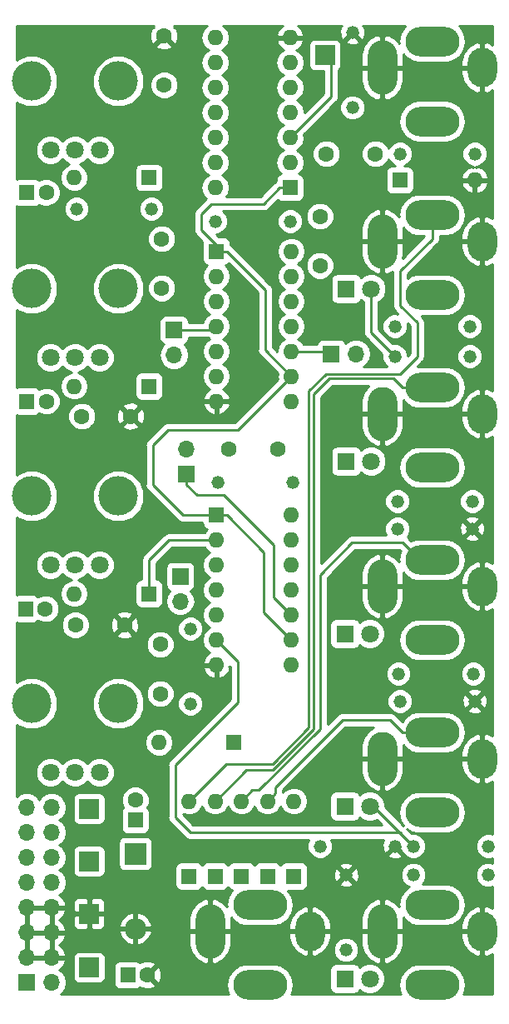
<source format=gbl>
G04 #@! TF.GenerationSoftware,KiCad,Pcbnew,(5.0.0-3-g5ebb6b6)*
G04 #@! TF.CreationDate,2019-04-25T19:55:48+02:00*
G04 #@! TF.ProjectId,triggerhappy,7472696767657268617070792E6B6963,rev?*
G04 #@! TF.SameCoordinates,Original*
G04 #@! TF.FileFunction,Copper,L2,Bot,Signal*
G04 #@! TF.FilePolarity,Positive*
%FSLAX46Y46*%
G04 Gerber Fmt 4.6, Leading zero omitted, Abs format (unit mm)*
G04 Created by KiCad (PCBNEW (5.0.0-3-g5ebb6b6)) date Thursday 25 April 2019 19:55:48*
%MOMM*%
%LPD*%
G01*
G04 APERTURE LIST*
G04 #@! TA.AperFunction,ComponentPad*
%ADD10C,1.600000*%
G04 #@! TD*
G04 #@! TA.AperFunction,ComponentPad*
%ADD11R,1.600000X1.600000*%
G04 #@! TD*
G04 #@! TA.AperFunction,ComponentPad*
%ADD12R,2.200000X2.200000*%
G04 #@! TD*
G04 #@! TA.AperFunction,ComponentPad*
%ADD13O,2.200000X2.200000*%
G04 #@! TD*
G04 #@! TA.AperFunction,ComponentPad*
%ADD14O,1.600000X1.600000*%
G04 #@! TD*
G04 #@! TA.AperFunction,ComponentPad*
%ADD15R,1.800000X1.800000*%
G04 #@! TD*
G04 #@! TA.AperFunction,ComponentPad*
%ADD16C,1.800000*%
G04 #@! TD*
G04 #@! TA.AperFunction,ComponentPad*
%ADD17R,1.700000X1.700000*%
G04 #@! TD*
G04 #@! TA.AperFunction,ComponentPad*
%ADD18O,1.700000X1.700000*%
G04 #@! TD*
G04 #@! TA.AperFunction,ComponentPad*
%ADD19O,3.000000X5.500000*%
G04 #@! TD*
G04 #@! TA.AperFunction,ComponentPad*
%ADD20O,3.000000X4.000000*%
G04 #@! TD*
G04 #@! TA.AperFunction,ComponentPad*
%ADD21O,5.500000X3.000000*%
G04 #@! TD*
G04 #@! TA.AperFunction,ComponentPad*
%ADD22C,1.320800*%
G04 #@! TD*
G04 #@! TA.AperFunction,WasherPad*
%ADD23C,4.000000*%
G04 #@! TD*
G04 #@! TA.AperFunction,ComponentPad*
%ADD24R,2.000000X2.000000*%
G04 #@! TD*
G04 #@! TA.AperFunction,Conductor*
%ADD25C,0.250000*%
G04 #@! TD*
G04 #@! TA.AperFunction,Conductor*
%ADD26C,0.254000*%
G04 #@! TD*
G04 APERTURE END LIST*
D10*
G04 #@! TO.P,C1,2*
G04 #@! TO.N,GND*
X191992000Y-142367000D03*
D11*
G04 #@! TO.P,C1,1*
G04 #@! TO.N,+5V*
X189992000Y-142367000D03*
G04 #@! TD*
D10*
G04 #@! TO.P,C2,1*
G04 #@! TO.N,+5V*
X193675000Y-51943000D03*
G04 #@! TO.P,C2,2*
G04 #@! TO.N,GND*
X193675000Y-46943000D03*
G04 #@! TD*
G04 #@! TO.P,C3,2*
G04 #@! TO.N,Net-(C3-Pad2)*
X215185000Y-58928000D03*
G04 #@! TO.P,C3,1*
G04 #@! TO.N,Net-(C3-Pad1)*
X210185000Y-58928000D03*
G04 #@! TD*
G04 #@! TO.P,C4,2*
G04 #@! TO.N,GND*
X190293000Y-85598000D03*
G04 #@! TO.P,C4,1*
G04 #@! TO.N,+5V*
X185293000Y-85598000D03*
G04 #@! TD*
G04 #@! TO.P,C5,1*
G04 #@! TO.N,+5V*
X184658000Y-106807000D03*
G04 #@! TO.P,C5,2*
G04 #@! TO.N,GND*
X189658000Y-106807000D03*
G04 #@! TD*
D11*
G04 #@! TO.P,C6,1*
G04 #@! TO.N,+5V*
X179705000Y-62865000D03*
D10*
G04 #@! TO.P,C6,2*
G04 #@! TO.N,Net-(C6-Pad2)*
X181705000Y-62865000D03*
G04 #@! TD*
G04 #@! TO.P,C7,2*
G04 #@! TO.N,Net-(C7-Pad2)*
X181705000Y-84074000D03*
D11*
G04 #@! TO.P,C7,1*
G04 #@! TO.N,+5V*
X179705000Y-84074000D03*
G04 #@! TD*
G04 #@! TO.P,C8,1*
G04 #@! TO.N,+5V*
X179578000Y-105156000D03*
D10*
G04 #@! TO.P,C8,2*
G04 #@! TO.N,Net-(C8-Pad2)*
X181578000Y-105156000D03*
G04 #@! TD*
D11*
G04 #@! TO.P,C9,1*
G04 #@! TO.N,+5V*
X190754000Y-126619000D03*
D10*
G04 #@! TO.P,C9,2*
G04 #@! TO.N,Net-(C9-Pad2)*
X190754000Y-124619000D03*
G04 #@! TD*
G04 #@! TO.P,C10,2*
G04 #@! TO.N,Net-(C10-Pad2)*
X193421000Y-72564000D03*
G04 #@! TO.P,C10,1*
G04 #@! TO.N,Net-(C10-Pad1)*
X193421000Y-67564000D03*
G04 #@! TD*
G04 #@! TO.P,C11,1*
G04 #@! TO.N,Net-(C11-Pad1)*
X209550000Y-65278000D03*
G04 #@! TO.P,C11,2*
G04 #@! TO.N,Net-(C11-Pad2)*
X209550000Y-70278000D03*
G04 #@! TD*
G04 #@! TO.P,C12,1*
G04 #@! TO.N,Net-(C12-Pad1)*
X193294000Y-113792000D03*
G04 #@! TO.P,C12,2*
G04 #@! TO.N,Net-(C12-Pad2)*
X193294000Y-108792000D03*
G04 #@! TD*
G04 #@! TO.P,C13,2*
G04 #@! TO.N,Net-(C13-Pad2)*
X200232000Y-88900000D03*
G04 #@! TO.P,C13,1*
G04 #@! TO.N,Net-(C13-Pad1)*
X205232000Y-88900000D03*
G04 #@! TD*
D12*
G04 #@! TO.P,D1,1*
G04 #@! TO.N,+5V*
X190754000Y-130048000D03*
D13*
G04 #@! TO.P,D1,2*
G04 #@! TO.N,GND*
X190754000Y-137668000D03*
G04 #@! TD*
D14*
G04 #@! TO.P,D2,2*
G04 #@! TO.N,GND*
X225298000Y-61595000D03*
D11*
G04 #@! TO.P,D2,1*
G04 #@! TO.N,Net-(C3-Pad2)*
X217678000Y-61595000D03*
G04 #@! TD*
G04 #@! TO.P,D3,1*
G04 #@! TO.N,Net-(D3-Pad1)*
X192151000Y-61341000D03*
D14*
G04 #@! TO.P,D3,2*
G04 #@! TO.N,Net-(C6-Pad2)*
X184531000Y-61341000D03*
G04 #@! TD*
D11*
G04 #@! TO.P,D4,1*
G04 #@! TO.N,Net-(D4-Pad1)*
X192151000Y-82550000D03*
D14*
G04 #@! TO.P,D4,2*
G04 #@! TO.N,Net-(C7-Pad2)*
X184531000Y-82550000D03*
G04 #@! TD*
D11*
G04 #@! TO.P,D5,1*
G04 #@! TO.N,Net-(D5-Pad1)*
X192151000Y-103632000D03*
D14*
G04 #@! TO.P,D5,2*
G04 #@! TO.N,Net-(C8-Pad2)*
X184531000Y-103632000D03*
G04 #@! TD*
G04 #@! TO.P,D6,2*
G04 #@! TO.N,Net-(C9-Pad2)*
X193167000Y-118745000D03*
D11*
G04 #@! TO.P,D6,1*
G04 #@! TO.N,Net-(D6-Pad1)*
X200787000Y-118745000D03*
G04 #@! TD*
D15*
G04 #@! TO.P,D7,1*
G04 #@! TO.N,Net-(D7-Pad1)*
X212217000Y-72644000D03*
D16*
G04 #@! TO.P,D7,2*
G04 #@! TO.N,Net-(D7-Pad2)*
X214757000Y-72644000D03*
G04 #@! TD*
D15*
G04 #@! TO.P,D8,1*
G04 #@! TO.N,Net-(D8-Pad1)*
X212217000Y-90170000D03*
D16*
G04 #@! TO.P,D8,2*
G04 #@! TO.N,Net-(D8-Pad2)*
X214757000Y-90170000D03*
G04 #@! TD*
G04 #@! TO.P,D9,2*
G04 #@! TO.N,Net-(D9-Pad2)*
X214630000Y-107696000D03*
D15*
G04 #@! TO.P,D9,1*
G04 #@! TO.N,Net-(D9-Pad1)*
X212090000Y-107696000D03*
G04 #@! TD*
D16*
G04 #@! TO.P,D10,2*
G04 #@! TO.N,Net-(D10-Pad2)*
X214630000Y-125222000D03*
D15*
G04 #@! TO.P,D10,1*
G04 #@! TO.N,Net-(D10-Pad1)*
X212090000Y-125222000D03*
G04 #@! TD*
G04 #@! TO.P,D11,1*
G04 #@! TO.N,Net-(D11-Pad1)*
X212090000Y-142748000D03*
D16*
G04 #@! TO.P,D11,2*
G04 #@! TO.N,Net-(D11-Pad2)*
X214630000Y-142748000D03*
G04 #@! TD*
D14*
G04 #@! TO.P,D12,2*
G04 #@! TO.N,Net-(D12-Pad2)*
X196215000Y-124714000D03*
D11*
G04 #@! TO.P,D12,1*
G04 #@! TO.N,Net-(D12-Pad1)*
X196215000Y-132334000D03*
G04 #@! TD*
G04 #@! TO.P,D13,1*
G04 #@! TO.N,Net-(D12-Pad1)*
X198882000Y-132334000D03*
D14*
G04 #@! TO.P,D13,2*
G04 #@! TO.N,Net-(D13-Pad2)*
X198882000Y-124714000D03*
G04 #@! TD*
G04 #@! TO.P,D14,2*
G04 #@! TO.N,Net-(D14-Pad2)*
X201549000Y-124714000D03*
D11*
G04 #@! TO.P,D14,1*
G04 #@! TO.N,Net-(D12-Pad1)*
X201549000Y-132334000D03*
G04 #@! TD*
G04 #@! TO.P,D15,1*
G04 #@! TO.N,Net-(D12-Pad1)*
X204216000Y-132334000D03*
D14*
G04 #@! TO.P,D15,2*
G04 #@! TO.N,Net-(D15-Pad2)*
X204216000Y-124714000D03*
G04 #@! TD*
G04 #@! TO.P,D16,2*
G04 #@! TO.N,Net-(D16-Pad2)*
X206883000Y-124714000D03*
D11*
G04 #@! TO.P,D16,1*
G04 #@! TO.N,Net-(D12-Pad1)*
X206883000Y-132334000D03*
G04 #@! TD*
D17*
G04 #@! TO.P,J1,1*
G04 #@! TO.N,-12V*
X179705000Y-143129000D03*
D18*
G04 #@! TO.P,J1,2*
X182245000Y-143129000D03*
G04 #@! TO.P,J1,3*
G04 #@! TO.N,GND*
X179705000Y-140589000D03*
G04 #@! TO.P,J1,4*
X182245000Y-140589000D03*
G04 #@! TO.P,J1,5*
X179705000Y-138049000D03*
G04 #@! TO.P,J1,6*
X182245000Y-138049000D03*
G04 #@! TO.P,J1,7*
X179705000Y-135509000D03*
G04 #@! TO.P,J1,8*
X182245000Y-135509000D03*
G04 #@! TO.P,J1,9*
G04 #@! TO.N,+12V*
X179705000Y-132969000D03*
G04 #@! TO.P,J1,10*
X182245000Y-132969000D03*
G04 #@! TO.P,J1,11*
G04 #@! TO.N,+5V*
X179705000Y-130429000D03*
G04 #@! TO.P,J1,12*
X182245000Y-130429000D03*
G04 #@! TO.P,J1,13*
G04 #@! TO.N,N/C*
X179705000Y-127889000D03*
G04 #@! TO.P,J1,14*
X182245000Y-127889000D03*
G04 #@! TO.P,J1,15*
X179705000Y-125349000D03*
G04 #@! TO.P,J1,16*
X182245000Y-125349000D03*
G04 #@! TD*
D19*
G04 #@! TO.P,J2,1*
G04 #@! TO.N,GND*
X215900000Y-50165000D03*
D20*
X226060000Y-50165000D03*
D21*
G04 #@! TO.P,J2,*
G04 #@! TO.N,*
X220980000Y-47498000D03*
G04 #@! TO.P,J2,2*
G04 #@! TO.N,Net-(J2-Pad2)*
X220980000Y-55626000D03*
G04 #@! TD*
D19*
G04 #@! TO.P,J3,1*
G04 #@! TO.N,GND*
X215900000Y-67818000D03*
D20*
X226060000Y-67818000D03*
D21*
G04 #@! TO.P,J3,2*
G04 #@! TO.N,Net-(D12-Pad2)*
X220980000Y-65151000D03*
G04 #@! TO.P,J3,3*
G04 #@! TO.N,Net-(J3-Pad3)*
X220980000Y-73279000D03*
G04 #@! TD*
G04 #@! TO.P,J4,3*
G04 #@! TO.N,Net-(J4-Pad3)*
X220980000Y-90805000D03*
G04 #@! TO.P,J4,2*
G04 #@! TO.N,Net-(D13-Pad2)*
X220980000Y-82677000D03*
D20*
G04 #@! TO.P,J4,1*
G04 #@! TO.N,GND*
X226060000Y-85344000D03*
D19*
X215900000Y-85344000D03*
G04 #@! TD*
G04 #@! TO.P,J5,1*
G04 #@! TO.N,GND*
X215900000Y-102870000D03*
D20*
X226060000Y-102870000D03*
D21*
G04 #@! TO.P,J5,2*
G04 #@! TO.N,Net-(D14-Pad2)*
X220980000Y-100203000D03*
G04 #@! TO.P,J5,3*
G04 #@! TO.N,Net-(J5-Pad3)*
X220980000Y-108331000D03*
G04 #@! TD*
G04 #@! TO.P,J6,3*
G04 #@! TO.N,Net-(J6-Pad3)*
X220980000Y-125857000D03*
G04 #@! TO.P,J6,2*
G04 #@! TO.N,Net-(D15-Pad2)*
X220980000Y-117729000D03*
D20*
G04 #@! TO.P,J6,1*
G04 #@! TO.N,GND*
X226060000Y-120396000D03*
D19*
X215900000Y-120396000D03*
G04 #@! TD*
G04 #@! TO.P,J7,1*
G04 #@! TO.N,GND*
X215900000Y-137922000D03*
D20*
X226060000Y-137922000D03*
D21*
G04 #@! TO.P,J7,2*
G04 #@! TO.N,Net-(D16-Pad2)*
X220980000Y-135255000D03*
G04 #@! TO.P,J7,3*
G04 #@! TO.N,Net-(J7-Pad3)*
X220980000Y-143383000D03*
G04 #@! TD*
G04 #@! TO.P,J8,2*
G04 #@! TO.N,Net-(D12-Pad1)*
X203454000Y-143383000D03*
G04 #@! TO.P,J8,*
G04 #@! TO.N,*
X203454000Y-135255000D03*
D20*
G04 #@! TO.P,J8,1*
G04 #@! TO.N,GND*
X208534000Y-137922000D03*
D19*
X198374000Y-137922000D03*
G04 #@! TD*
D18*
G04 #@! TO.P,JP1,2*
G04 #@! TO.N,Net-(C10-Pad2)*
X194691000Y-79375000D03*
D17*
G04 #@! TO.P,JP1,1*
G04 #@! TO.N,Net-(JP1-Pad1)*
X194691000Y-76835000D03*
G04 #@! TD*
G04 #@! TO.P,JP2,1*
G04 #@! TO.N,Net-(JP2-Pad1)*
X210693000Y-79248000D03*
D18*
G04 #@! TO.P,JP2,2*
G04 #@! TO.N,Net-(C11-Pad2)*
X213233000Y-79248000D03*
G04 #@! TD*
G04 #@! TO.P,JP3,2*
G04 #@! TO.N,Net-(C12-Pad2)*
X195326000Y-104394000D03*
D17*
G04 #@! TO.P,JP3,1*
G04 #@! TO.N,Net-(JP3-Pad1)*
X195326000Y-101854000D03*
G04 #@! TD*
G04 #@! TO.P,JP4,1*
G04 #@! TO.N,Net-(JP4-Pad1)*
X195961000Y-91440000D03*
D18*
G04 #@! TO.P,JP4,2*
G04 #@! TO.N,Net-(C13-Pad2)*
X195961000Y-88900000D03*
G04 #@! TD*
D22*
G04 #@! TO.P,R1,1*
G04 #@! TO.N,Net-(C3-Pad2)*
X217678000Y-58928000D03*
G04 #@! TO.P,R1,2*
G04 #@! TO.N,Net-(J2-Pad2)*
X225298000Y-58928000D03*
G04 #@! TD*
G04 #@! TO.P,R2,1*
G04 #@! TO.N,Net-(C3-Pad1)*
X212852000Y-54229000D03*
G04 #@! TO.P,R2,2*
G04 #@! TO.N,GND*
X212852000Y-46609000D03*
G04 #@! TD*
G04 #@! TO.P,R3,1*
G04 #@! TO.N,+5V*
X224790000Y-79502000D03*
G04 #@! TO.P,R3,2*
G04 #@! TO.N,Net-(D7-Pad2)*
X217170000Y-79502000D03*
G04 #@! TD*
G04 #@! TO.P,R4,2*
G04 #@! TO.N,Net-(C10-Pad1)*
X192405000Y-64516000D03*
G04 #@! TO.P,R4,1*
G04 #@! TO.N,+5V*
X184785000Y-64516000D03*
G04 #@! TD*
G04 #@! TO.P,R5,2*
G04 #@! TO.N,Net-(C11-Pad1)*
X206502000Y-65786000D03*
G04 #@! TO.P,R5,1*
G04 #@! TO.N,+5V*
X198882000Y-65786000D03*
G04 #@! TD*
G04 #@! TO.P,R6,1*
G04 #@! TO.N,+5V*
X196342000Y-114808000D03*
G04 #@! TO.P,R6,2*
G04 #@! TO.N,Net-(C12-Pad1)*
X196342000Y-107188000D03*
G04 #@! TD*
G04 #@! TO.P,R7,1*
G04 #@! TO.N,+5V*
X206756000Y-92329000D03*
G04 #@! TO.P,R7,2*
G04 #@! TO.N,Net-(C13-Pad1)*
X199136000Y-92329000D03*
G04 #@! TD*
G04 #@! TO.P,R8,1*
G04 #@! TO.N,Net-(D8-Pad1)*
X217424000Y-97028000D03*
G04 #@! TO.P,R8,2*
G04 #@! TO.N,GND*
X225044000Y-97028000D03*
G04 #@! TD*
G04 #@! TO.P,R9,1*
G04 #@! TO.N,Net-(D9-Pad1)*
X217678000Y-114554000D03*
G04 #@! TO.P,R9,2*
G04 #@! TO.N,GND*
X225298000Y-114554000D03*
G04 #@! TD*
G04 #@! TO.P,R10,2*
G04 #@! TO.N,GND*
X217170000Y-129286000D03*
G04 #@! TO.P,R10,1*
G04 #@! TO.N,Net-(D10-Pad1)*
X209550000Y-129286000D03*
G04 #@! TD*
G04 #@! TO.P,R11,2*
G04 #@! TO.N,GND*
X212217000Y-132207000D03*
G04 #@! TO.P,R11,1*
G04 #@! TO.N,Net-(D11-Pad1)*
X212217000Y-139827000D03*
G04 #@! TD*
G04 #@! TO.P,R12,2*
G04 #@! TO.N,Net-(R12-Pad2)*
X217170000Y-76454000D03*
G04 #@! TO.P,R12,1*
G04 #@! TO.N,Net-(J3-Pad3)*
X224790000Y-76454000D03*
G04 #@! TD*
G04 #@! TO.P,R13,1*
G04 #@! TO.N,Net-(J4-Pad3)*
X225044000Y-94234000D03*
G04 #@! TO.P,R13,2*
G04 #@! TO.N,Net-(D8-Pad2)*
X217424000Y-94234000D03*
G04 #@! TD*
G04 #@! TO.P,R14,2*
G04 #@! TO.N,Net-(D9-Pad2)*
X217551000Y-111760000D03*
G04 #@! TO.P,R14,1*
G04 #@! TO.N,Net-(J5-Pad3)*
X225171000Y-111760000D03*
G04 #@! TD*
G04 #@! TO.P,R15,2*
G04 #@! TO.N,Net-(D10-Pad2)*
X219075000Y-129286000D03*
G04 #@! TO.P,R15,1*
G04 #@! TO.N,Net-(J6-Pad3)*
X226695000Y-129286000D03*
G04 #@! TD*
G04 #@! TO.P,R16,1*
G04 #@! TO.N,Net-(J7-Pad3)*
X226695000Y-132207000D03*
G04 #@! TO.P,R16,2*
G04 #@! TO.N,Net-(D11-Pad2)*
X219075000Y-132207000D03*
G04 #@! TD*
D23*
G04 #@! TO.P,RV1,*
G04 #@! TO.N,*
X180218000Y-51547000D03*
X189018000Y-51547000D03*
D16*
G04 #@! TO.P,RV1,1*
G04 #@! TO.N,+5V*
X182118000Y-58547000D03*
G04 #@! TO.P,RV1,2*
X184618000Y-58547000D03*
G04 #@! TO.P,RV1,3*
G04 #@! TO.N,Net-(C6-Pad2)*
X187118000Y-58547000D03*
G04 #@! TD*
G04 #@! TO.P,RV2,3*
G04 #@! TO.N,Net-(C7-Pad2)*
X187118000Y-79629000D03*
G04 #@! TO.P,RV2,2*
G04 #@! TO.N,+5V*
X184618000Y-79629000D03*
G04 #@! TO.P,RV2,1*
X182118000Y-79629000D03*
D23*
G04 #@! TO.P,RV2,*
G04 #@! TO.N,*
X189018000Y-72629000D03*
X180218000Y-72629000D03*
G04 #@! TD*
D16*
G04 #@! TO.P,RV3,3*
G04 #@! TO.N,Net-(C8-Pad2)*
X187118000Y-100711000D03*
G04 #@! TO.P,RV3,2*
G04 #@! TO.N,+5V*
X184618000Y-100711000D03*
G04 #@! TO.P,RV3,1*
X182118000Y-100711000D03*
D23*
G04 #@! TO.P,RV3,*
G04 #@! TO.N,*
X189018000Y-93711000D03*
X180218000Y-93711000D03*
G04 #@! TD*
G04 #@! TO.P,RV4,*
G04 #@! TO.N,*
X180218000Y-114793000D03*
X189018000Y-114793000D03*
D16*
G04 #@! TO.P,RV4,1*
G04 #@! TO.N,+5V*
X182118000Y-121793000D03*
G04 #@! TO.P,RV4,2*
X184618000Y-121793000D03*
G04 #@! TO.P,RV4,3*
G04 #@! TO.N,Net-(C9-Pad2)*
X187118000Y-121793000D03*
G04 #@! TD*
D24*
G04 #@! TO.P,TP1,1*
G04 #@! TO.N,+5V*
X186055000Y-125476000D03*
G04 #@! TD*
G04 #@! TO.P,TP2,1*
G04 #@! TO.N,+12V*
X186055000Y-130810000D03*
G04 #@! TD*
G04 #@! TO.P,TP3,1*
G04 #@! TO.N,GND*
X186055000Y-136144000D03*
G04 #@! TD*
D11*
G04 #@! TO.P,U1,1*
G04 #@! TO.N,Net-(C3-Pad1)*
X206502000Y-62357000D03*
D14*
G04 #@! TO.P,U1,8*
G04 #@! TO.N,N/C*
X198882000Y-47117000D03*
G04 #@! TO.P,U1,2*
G04 #@! TO.N,Net-(D7-Pad1)*
X206502000Y-59817000D03*
G04 #@! TO.P,U1,9*
G04 #@! TO.N,N/C*
X198882000Y-49657000D03*
G04 #@! TO.P,U1,3*
G04 #@! TO.N,Net-(D7-Pad1)*
X206502000Y-57277000D03*
G04 #@! TO.P,U1,10*
G04 #@! TO.N,N/C*
X198882000Y-52197000D03*
G04 #@! TO.P,U1,4*
G04 #@! TO.N,Net-(R12-Pad2)*
X206502000Y-54737000D03*
G04 #@! TO.P,U1,11*
G04 #@! TO.N,N/C*
X198882000Y-54737000D03*
G04 #@! TO.P,U1,5*
X206502000Y-52197000D03*
G04 #@! TO.P,U1,12*
X198882000Y-57277000D03*
G04 #@! TO.P,U1,6*
X206502000Y-49657000D03*
G04 #@! TO.P,U1,13*
X198882000Y-59817000D03*
G04 #@! TO.P,U1,7*
G04 #@! TO.N,GND*
X206502000Y-47117000D03*
G04 #@! TO.P,U1,14*
G04 #@! TO.N,+5V*
X198882000Y-62357000D03*
G04 #@! TD*
D11*
G04 #@! TO.P,U2,1*
G04 #@! TO.N,Net-(C3-Pad1)*
X199009000Y-68834000D03*
D14*
G04 #@! TO.P,U2,8*
G04 #@! TO.N,Net-(D4-Pad1)*
X206629000Y-84074000D03*
G04 #@! TO.P,U2,2*
G04 #@! TO.N,Net-(D3-Pad1)*
X199009000Y-71374000D03*
G04 #@! TO.P,U2,9*
G04 #@! TO.N,Net-(C3-Pad1)*
X206629000Y-81534000D03*
G04 #@! TO.P,U2,3*
G04 #@! TO.N,Net-(C6-Pad2)*
X199009000Y-73914000D03*
G04 #@! TO.P,U2,10*
G04 #@! TO.N,Net-(JP2-Pad1)*
X206629000Y-78994000D03*
G04 #@! TO.P,U2,4*
G04 #@! TO.N,Net-(JP1-Pad1)*
X199009000Y-76454000D03*
G04 #@! TO.P,U2,11*
G04 #@! TO.N,Net-(C7-Pad2)*
X206629000Y-76454000D03*
G04 #@! TO.P,U2,5*
G04 #@! TO.N,Net-(C10-Pad1)*
X199009000Y-78994000D03*
G04 #@! TO.P,U2,12*
G04 #@! TO.N,Net-(D9-Pad2)*
X206629000Y-73914000D03*
G04 #@! TO.P,U2,6*
G04 #@! TO.N,Net-(D8-Pad2)*
X199009000Y-81534000D03*
G04 #@! TO.P,U2,13*
G04 #@! TO.N,Net-(C11-Pad1)*
X206629000Y-71374000D03*
G04 #@! TO.P,U2,7*
G04 #@! TO.N,GND*
X199009000Y-84074000D03*
G04 #@! TO.P,U2,14*
G04 #@! TO.N,+5V*
X206629000Y-68834000D03*
G04 #@! TD*
G04 #@! TO.P,U3,14*
G04 #@! TO.N,+5V*
X206629000Y-95631000D03*
G04 #@! TO.P,U3,7*
G04 #@! TO.N,GND*
X199009000Y-110871000D03*
G04 #@! TO.P,U3,13*
G04 #@! TO.N,Net-(C13-Pad1)*
X206629000Y-98171000D03*
G04 #@! TO.P,U3,6*
G04 #@! TO.N,Net-(D10-Pad2)*
X199009000Y-108331000D03*
G04 #@! TO.P,U3,12*
G04 #@! TO.N,Net-(D11-Pad2)*
X206629000Y-100711000D03*
G04 #@! TO.P,U3,5*
G04 #@! TO.N,Net-(C12-Pad1)*
X199009000Y-105791000D03*
G04 #@! TO.P,U3,11*
G04 #@! TO.N,Net-(C9-Pad2)*
X206629000Y-103251000D03*
G04 #@! TO.P,U3,4*
G04 #@! TO.N,Net-(JP3-Pad1)*
X199009000Y-103251000D03*
G04 #@! TO.P,U3,10*
G04 #@! TO.N,Net-(JP4-Pad1)*
X206629000Y-105791000D03*
G04 #@! TO.P,U3,3*
G04 #@! TO.N,Net-(C8-Pad2)*
X199009000Y-100711000D03*
G04 #@! TO.P,U3,9*
G04 #@! TO.N,Net-(C3-Pad1)*
X206629000Y-108331000D03*
G04 #@! TO.P,U3,2*
G04 #@! TO.N,Net-(D5-Pad1)*
X199009000Y-98171000D03*
G04 #@! TO.P,U3,8*
G04 #@! TO.N,Net-(D6-Pad1)*
X206629000Y-110871000D03*
D11*
G04 #@! TO.P,U3,1*
G04 #@! TO.N,Net-(C3-Pad1)*
X199009000Y-95631000D03*
G04 #@! TD*
D24*
G04 #@! TO.P,TP4,1*
G04 #@! TO.N,-12V*
X186055000Y-141605000D03*
G04 #@! TD*
G04 #@! TO.P,TP5,1*
G04 #@! TO.N,Net-(D7-Pad1)*
X210058000Y-48895000D03*
G04 #@! TD*
D25*
G04 #@! TO.N,Net-(C3-Pad1)*
X200059000Y-68834000D02*
X203962000Y-72737000D01*
X199009000Y-68834000D02*
X200059000Y-68834000D01*
X203962000Y-78867000D02*
X206629000Y-81534000D01*
X203962000Y-72737000D02*
X203962000Y-78867000D01*
X192532000Y-92583000D02*
X195580000Y-95631000D01*
X195580000Y-95631000D02*
X199009000Y-95631000D01*
X192532000Y-88519000D02*
X192532000Y-92583000D01*
X194056000Y-86995000D02*
X192532000Y-88519000D01*
X201168000Y-86995000D02*
X194056000Y-86995000D01*
X206629000Y-81534000D02*
X201168000Y-86995000D01*
X200059000Y-95631000D02*
X203835000Y-99407000D01*
X199009000Y-95631000D02*
X200059000Y-95631000D01*
X203835000Y-105537000D02*
X206629000Y-108331000D01*
X203835000Y-99407000D02*
X203835000Y-105537000D01*
X198501000Y-64008000D02*
X197485000Y-65024000D01*
X197485000Y-66675000D02*
X199009000Y-68199000D01*
X197485000Y-65024000D02*
X197485000Y-66675000D01*
X206502000Y-62357000D02*
X205452000Y-62357000D01*
X205452000Y-62357000D02*
X203801000Y-64008000D01*
X203801000Y-64008000D02*
X198501000Y-64008000D01*
G04 #@! TO.N,Net-(D5-Pad1)*
X192151000Y-103632000D02*
X192151000Y-100203000D01*
X194183000Y-98171000D02*
X199009000Y-98171000D01*
X192151000Y-100203000D02*
X194183000Y-98171000D01*
G04 #@! TO.N,Net-(D7-Pad1)*
X210185000Y-53594000D02*
X206502000Y-57277000D01*
X210693000Y-53086000D02*
X210185000Y-53594000D01*
X210693000Y-49510000D02*
X210693000Y-53086000D01*
X209677000Y-48494000D02*
X210693000Y-49510000D01*
G04 #@! TO.N,Net-(D7-Pad2)*
X214757000Y-77089000D02*
X214884000Y-77216000D01*
X214884000Y-77216000D02*
X217170000Y-79502000D01*
X214757000Y-72644000D02*
X214757000Y-77089000D01*
G04 #@! TO.N,Net-(D10-Pad2)*
X215011000Y-125222000D02*
X214630000Y-125222000D01*
X219075000Y-129286000D02*
X215011000Y-125222000D01*
X201168000Y-114681000D02*
X201168000Y-110490000D01*
X194818000Y-121031000D02*
X201168000Y-114681000D01*
X194818000Y-126365000D02*
X194818000Y-121031000D01*
X201168000Y-110490000D02*
X199009000Y-108331000D01*
X217678000Y-127889000D02*
X196342000Y-127889000D01*
X196342000Y-127889000D02*
X194818000Y-126365000D01*
X219075000Y-129286000D02*
X217678000Y-127889000D01*
G04 #@! TO.N,Net-(D12-Pad2)*
X220980000Y-67564000D02*
X220980000Y-65151000D01*
X196215000Y-124714000D02*
X200025000Y-120904000D01*
X219456000Y-76073000D02*
X217725010Y-74342010D01*
X219456000Y-79502000D02*
X219456000Y-76073000D01*
X217678000Y-81280000D02*
X219456000Y-79502000D01*
X208424999Y-83040001D02*
X210185000Y-81280000D01*
X217725010Y-74342010D02*
X217725010Y-70818990D01*
X208424999Y-117203001D02*
X208424999Y-83040001D01*
X204724000Y-120904000D02*
X208424999Y-117203001D01*
X200025000Y-120904000D02*
X204724000Y-120904000D01*
X217725010Y-70818990D02*
X220980000Y-67564000D01*
X210185000Y-81280000D02*
X217678000Y-81280000D01*
G04 #@! TO.N,Net-(D13-Pad2)*
X217980000Y-82677000D02*
X220980000Y-82677000D01*
X217033010Y-81730010D02*
X217980000Y-82677000D01*
X208875009Y-83351991D02*
X210496990Y-81730010D01*
X208875009Y-114514009D02*
X208875009Y-83351991D01*
X208916410Y-114555410D02*
X208875009Y-114514009D01*
X208916410Y-117348000D02*
X208916410Y-114555410D01*
X210496990Y-81730010D02*
X217033010Y-81730010D01*
X198882000Y-124714000D02*
X202057000Y-121539000D01*
X204725410Y-121539000D02*
X208916410Y-117348000D01*
X202057000Y-121539000D02*
X204725410Y-121539000D01*
G04 #@! TO.N,Net-(D14-Pad2)*
X219730000Y-100203000D02*
X220980000Y-100203000D01*
X217980000Y-98453000D02*
X219730000Y-100203000D01*
X209550000Y-101727000D02*
X212824000Y-98453000D01*
X212824000Y-98453000D02*
X217980000Y-98453000D01*
X209550000Y-117350820D02*
X209550000Y-101727000D01*
X203311821Y-123588999D02*
X209550000Y-117350820D01*
X202674001Y-123588999D02*
X203311821Y-123588999D01*
X201549000Y-124714000D02*
X202674001Y-123588999D01*
G04 #@! TO.N,Net-(D15-Pad2)*
X205015999Y-123914001D02*
X205015999Y-123279001D01*
X204216000Y-124714000D02*
X205015999Y-123914001D01*
X205015999Y-123279001D02*
X211836000Y-116459000D01*
X217980000Y-117729000D02*
X220980000Y-117729000D01*
X216710000Y-116459000D02*
X217980000Y-117729000D01*
X211836000Y-116459000D02*
X216710000Y-116459000D01*
G04 #@! TO.N,Net-(JP1-Pad1)*
X198628000Y-76835000D02*
X199009000Y-76454000D01*
X194691000Y-76835000D02*
X198628000Y-76835000D01*
G04 #@! TO.N,Net-(JP2-Pad1)*
X210439000Y-78994000D02*
X210693000Y-79248000D01*
X206629000Y-78994000D02*
X210439000Y-78994000D01*
G04 #@! TO.N,Net-(JP4-Pad1)*
X195961000Y-92540000D02*
X197020000Y-93599000D01*
X195961000Y-91440000D02*
X195961000Y-92540000D01*
X197020000Y-93599000D02*
X199771000Y-93599000D01*
X199771000Y-93599000D02*
X204851000Y-98679000D01*
X204851000Y-104013000D02*
X206629000Y-105791000D01*
X204851000Y-98679000D02*
X204851000Y-104013000D01*
G04 #@! TD*
D26*
G04 #@! TO.N,GND*
G36*
X192552378Y-45999986D02*
X192667253Y-46114861D01*
X192421136Y-46188995D01*
X192228035Y-46726223D01*
X192255222Y-47296454D01*
X192421136Y-47697005D01*
X192667255Y-47771139D01*
X193495395Y-46943000D01*
X193481252Y-46928858D01*
X193660858Y-46749252D01*
X193675000Y-46763395D01*
X193689142Y-46749252D01*
X193868748Y-46928858D01*
X193854605Y-46943000D01*
X194682745Y-47771139D01*
X194928864Y-47697005D01*
X195121965Y-47159777D01*
X195094778Y-46589546D01*
X194928864Y-46188995D01*
X194682747Y-46114861D01*
X194797622Y-45999986D01*
X194719636Y-45922000D01*
X198087513Y-45922000D01*
X197847423Y-46082423D01*
X197530260Y-46557091D01*
X197418887Y-47117000D01*
X197530260Y-47676909D01*
X197847423Y-48151577D01*
X198199758Y-48387000D01*
X197847423Y-48622423D01*
X197530260Y-49097091D01*
X197418887Y-49657000D01*
X197530260Y-50216909D01*
X197847423Y-50691577D01*
X198199758Y-50927000D01*
X197847423Y-51162423D01*
X197530260Y-51637091D01*
X197418887Y-52197000D01*
X197530260Y-52756909D01*
X197847423Y-53231577D01*
X198199758Y-53467000D01*
X197847423Y-53702423D01*
X197530260Y-54177091D01*
X197418887Y-54737000D01*
X197530260Y-55296909D01*
X197847423Y-55771577D01*
X198199758Y-56007000D01*
X197847423Y-56242423D01*
X197530260Y-56717091D01*
X197418887Y-57277000D01*
X197530260Y-57836909D01*
X197847423Y-58311577D01*
X198199758Y-58547000D01*
X197847423Y-58782423D01*
X197530260Y-59257091D01*
X197418887Y-59817000D01*
X197530260Y-60376909D01*
X197847423Y-60851577D01*
X198199758Y-61087000D01*
X197847423Y-61322423D01*
X197530260Y-61797091D01*
X197418887Y-62357000D01*
X197530260Y-62916909D01*
X197847423Y-63391577D01*
X197952102Y-63461521D01*
X197910671Y-63523527D01*
X197000530Y-64433669D01*
X196937071Y-64476071D01*
X196769096Y-64727464D01*
X196725000Y-64949149D01*
X196725000Y-64949153D01*
X196710112Y-65024000D01*
X196725000Y-65098847D01*
X196725001Y-66600149D01*
X196710112Y-66675000D01*
X196725001Y-66749852D01*
X196769097Y-66971537D01*
X196937072Y-67222929D01*
X197000528Y-67265329D01*
X197596009Y-67860811D01*
X197561560Y-68034000D01*
X197561560Y-69634000D01*
X197610843Y-69881765D01*
X197751191Y-70091809D01*
X197961235Y-70232157D01*
X198095106Y-70258785D01*
X197974423Y-70339423D01*
X197657260Y-70814091D01*
X197545887Y-71374000D01*
X197657260Y-71933909D01*
X197974423Y-72408577D01*
X198326758Y-72644000D01*
X197974423Y-72879423D01*
X197657260Y-73354091D01*
X197545887Y-73914000D01*
X197657260Y-74473909D01*
X197974423Y-74948577D01*
X198326758Y-75184000D01*
X197974423Y-75419423D01*
X197657260Y-75894091D01*
X197621275Y-76075000D01*
X196188440Y-76075000D01*
X196188440Y-75985000D01*
X196139157Y-75737235D01*
X195998809Y-75527191D01*
X195788765Y-75386843D01*
X195541000Y-75337560D01*
X193841000Y-75337560D01*
X193593235Y-75386843D01*
X193383191Y-75527191D01*
X193242843Y-75737235D01*
X193193560Y-75985000D01*
X193193560Y-77685000D01*
X193242843Y-77932765D01*
X193383191Y-78142809D01*
X193593235Y-78283157D01*
X193638619Y-78292184D01*
X193620375Y-78304375D01*
X193292161Y-78795582D01*
X193176908Y-79375000D01*
X193292161Y-79954418D01*
X193620375Y-80445625D01*
X194111582Y-80773839D01*
X194544744Y-80860000D01*
X194837256Y-80860000D01*
X195270418Y-80773839D01*
X195761625Y-80445625D01*
X196089839Y-79954418D01*
X196205092Y-79375000D01*
X196089839Y-78795582D01*
X195761625Y-78304375D01*
X195743381Y-78292184D01*
X195788765Y-78283157D01*
X195998809Y-78142809D01*
X196139157Y-77932765D01*
X196188440Y-77685000D01*
X196188440Y-77595000D01*
X198133696Y-77595000D01*
X198326758Y-77724000D01*
X197974423Y-77959423D01*
X197657260Y-78434091D01*
X197545887Y-78994000D01*
X197657260Y-79553909D01*
X197974423Y-80028577D01*
X198326758Y-80264000D01*
X197974423Y-80499423D01*
X197657260Y-80974091D01*
X197545887Y-81534000D01*
X197657260Y-82093909D01*
X197974423Y-82568577D01*
X198358108Y-82824947D01*
X198153866Y-82921611D01*
X197777959Y-83336577D01*
X197617096Y-83724961D01*
X197739085Y-83947000D01*
X198882000Y-83947000D01*
X198882000Y-83927000D01*
X199136000Y-83927000D01*
X199136000Y-83947000D01*
X200278915Y-83947000D01*
X200400904Y-83724961D01*
X200240041Y-83336577D01*
X199864134Y-82921611D01*
X199659892Y-82824947D01*
X200043577Y-82568577D01*
X200360740Y-82093909D01*
X200472113Y-81534000D01*
X200360740Y-80974091D01*
X200043577Y-80499423D01*
X199691242Y-80264000D01*
X200043577Y-80028577D01*
X200360740Y-79553909D01*
X200472113Y-78994000D01*
X200360740Y-78434091D01*
X200043577Y-77959423D01*
X199691242Y-77724000D01*
X200043577Y-77488577D01*
X200360740Y-77013909D01*
X200472113Y-76454000D01*
X200360740Y-75894091D01*
X200043577Y-75419423D01*
X199691242Y-75184000D01*
X200043577Y-74948577D01*
X200360740Y-74473909D01*
X200472113Y-73914000D01*
X200360740Y-73354091D01*
X200043577Y-72879423D01*
X199691242Y-72644000D01*
X200043577Y-72408577D01*
X200360740Y-71933909D01*
X200472113Y-71374000D01*
X200360740Y-70814091D01*
X200043577Y-70339423D01*
X199922894Y-70258785D01*
X200056765Y-70232157D01*
X200251942Y-70101743D01*
X203202000Y-73051802D01*
X203202001Y-78792148D01*
X203187112Y-78867000D01*
X203246097Y-79163537D01*
X203353095Y-79323670D01*
X203414072Y-79414929D01*
X203477528Y-79457329D01*
X205230312Y-81210114D01*
X205165887Y-81534000D01*
X205230312Y-81857886D01*
X200853199Y-86235000D01*
X194130846Y-86235000D01*
X194055999Y-86220112D01*
X193981152Y-86235000D01*
X193981148Y-86235000D01*
X193759463Y-86279096D01*
X193759461Y-86279097D01*
X193759462Y-86279097D01*
X193571526Y-86404671D01*
X193571524Y-86404673D01*
X193508071Y-86447071D01*
X193465673Y-86510524D01*
X192047530Y-87928669D01*
X191984071Y-87971071D01*
X191816096Y-88222464D01*
X191772000Y-88444149D01*
X191772000Y-88444153D01*
X191757112Y-88519000D01*
X191772000Y-88593847D01*
X191772001Y-92508148D01*
X191757112Y-92583000D01*
X191816097Y-92879537D01*
X191938540Y-93062785D01*
X191984072Y-93130929D01*
X192047528Y-93173329D01*
X194989670Y-96115472D01*
X195032071Y-96178929D01*
X195283463Y-96346904D01*
X195505148Y-96391000D01*
X195505153Y-96391000D01*
X195580000Y-96405888D01*
X195654847Y-96391000D01*
X197561560Y-96391000D01*
X197561560Y-96431000D01*
X197610843Y-96678765D01*
X197751191Y-96888809D01*
X197961235Y-97029157D01*
X198095106Y-97055785D01*
X197974423Y-97136423D01*
X197790957Y-97411000D01*
X194257847Y-97411000D01*
X194183000Y-97396112D01*
X194108153Y-97411000D01*
X194108148Y-97411000D01*
X193886463Y-97455096D01*
X193635071Y-97623071D01*
X193592671Y-97686527D01*
X191666528Y-99612671D01*
X191603072Y-99655071D01*
X191560672Y-99718527D01*
X191560671Y-99718528D01*
X191435097Y-99906463D01*
X191376112Y-100203000D01*
X191391001Y-100277852D01*
X191391000Y-102184560D01*
X191351000Y-102184560D01*
X191103235Y-102233843D01*
X190893191Y-102374191D01*
X190752843Y-102584235D01*
X190703560Y-102832000D01*
X190703560Y-104432000D01*
X190752843Y-104679765D01*
X190893191Y-104889809D01*
X191103235Y-105030157D01*
X191351000Y-105079440D01*
X192951000Y-105079440D01*
X193198765Y-105030157D01*
X193408809Y-104889809D01*
X193549157Y-104679765D01*
X193598440Y-104432000D01*
X193598440Y-104394000D01*
X193811908Y-104394000D01*
X193927161Y-104973418D01*
X194255375Y-105464625D01*
X194746582Y-105792839D01*
X195179744Y-105879000D01*
X195472256Y-105879000D01*
X195905418Y-105792839D01*
X196396625Y-105464625D01*
X196724839Y-104973418D01*
X196840092Y-104394000D01*
X196724839Y-103814582D01*
X196396625Y-103323375D01*
X196378381Y-103311184D01*
X196423765Y-103302157D01*
X196633809Y-103161809D01*
X196774157Y-102951765D01*
X196823440Y-102704000D01*
X196823440Y-101004000D01*
X196774157Y-100756235D01*
X196633809Y-100546191D01*
X196423765Y-100405843D01*
X196176000Y-100356560D01*
X194476000Y-100356560D01*
X194228235Y-100405843D01*
X194018191Y-100546191D01*
X193877843Y-100756235D01*
X193828560Y-101004000D01*
X193828560Y-102704000D01*
X193877843Y-102951765D01*
X194018191Y-103161809D01*
X194228235Y-103302157D01*
X194273619Y-103311184D01*
X194255375Y-103323375D01*
X193927161Y-103814582D01*
X193811908Y-104394000D01*
X193598440Y-104394000D01*
X193598440Y-102832000D01*
X193549157Y-102584235D01*
X193408809Y-102374191D01*
X193198765Y-102233843D01*
X192951000Y-102184560D01*
X192911000Y-102184560D01*
X192911000Y-100517801D01*
X194497802Y-98931000D01*
X197790957Y-98931000D01*
X197974423Y-99205577D01*
X198326758Y-99441000D01*
X197974423Y-99676423D01*
X197657260Y-100151091D01*
X197545887Y-100711000D01*
X197657260Y-101270909D01*
X197974423Y-101745577D01*
X198326758Y-101981000D01*
X197974423Y-102216423D01*
X197657260Y-102691091D01*
X197545887Y-103251000D01*
X197657260Y-103810909D01*
X197974423Y-104285577D01*
X198326758Y-104521000D01*
X197974423Y-104756423D01*
X197657260Y-105231091D01*
X197545887Y-105791000D01*
X197657260Y-106350909D01*
X197974423Y-106825577D01*
X198326758Y-107061000D01*
X197974423Y-107296423D01*
X197657260Y-107771091D01*
X197545887Y-108331000D01*
X197657260Y-108890909D01*
X197974423Y-109365577D01*
X198358108Y-109621947D01*
X198153866Y-109718611D01*
X197777959Y-110133577D01*
X197617096Y-110521961D01*
X197739085Y-110744000D01*
X198882000Y-110744000D01*
X198882000Y-110724000D01*
X199136000Y-110724000D01*
X199136000Y-110744000D01*
X199156000Y-110744000D01*
X199156000Y-110998000D01*
X199136000Y-110998000D01*
X199136000Y-112141629D01*
X199358041Y-112262914D01*
X199864134Y-112023389D01*
X200240041Y-111608423D01*
X200400904Y-111220039D01*
X200278916Y-110998002D01*
X200408001Y-110998002D01*
X200408000Y-114366198D01*
X194333528Y-120440671D01*
X194270072Y-120483071D01*
X194102097Y-120734463D01*
X194064497Y-120923493D01*
X194043112Y-121031000D01*
X194058001Y-121105852D01*
X194058000Y-126290153D01*
X194043112Y-126365000D01*
X194058000Y-126439847D01*
X194058000Y-126439851D01*
X194102096Y-126661536D01*
X194270071Y-126912929D01*
X194333530Y-126955331D01*
X195751673Y-128373476D01*
X195794071Y-128436929D01*
X195857524Y-128479327D01*
X195857526Y-128479329D01*
X195966608Y-128552215D01*
X196045463Y-128604904D01*
X196267148Y-128649000D01*
X196267152Y-128649000D01*
X196341999Y-128663888D01*
X196416846Y-128649000D01*
X208411723Y-128649000D01*
X208254600Y-129028329D01*
X208254600Y-129543671D01*
X208451813Y-130019785D01*
X208816215Y-130384187D01*
X209292329Y-130581400D01*
X209807671Y-130581400D01*
X210283785Y-130384187D01*
X210475414Y-130192558D01*
X216443047Y-130192558D01*
X216500009Y-130424229D01*
X216986590Y-130593981D01*
X217501094Y-130564605D01*
X217839991Y-130424229D01*
X217896953Y-130192558D01*
X217170000Y-129465605D01*
X216443047Y-130192558D01*
X210475414Y-130192558D01*
X210648187Y-130019785D01*
X210845400Y-129543671D01*
X210845400Y-129028329D01*
X210688277Y-128649000D01*
X216020262Y-128649000D01*
X215862019Y-129102590D01*
X215891395Y-129617094D01*
X216031771Y-129955991D01*
X216263442Y-130012953D01*
X216990395Y-129286000D01*
X216976253Y-129271858D01*
X217155858Y-129092253D01*
X217170000Y-129106395D01*
X217184143Y-129092253D01*
X217363748Y-129271858D01*
X217349605Y-129286000D01*
X217901452Y-129837847D01*
X217976813Y-130019785D01*
X218341215Y-130384187D01*
X218817329Y-130581400D01*
X219332671Y-130581400D01*
X219808785Y-130384187D01*
X220173187Y-130019785D01*
X220370400Y-129543671D01*
X220370400Y-129028329D01*
X220173187Y-128552215D01*
X219808785Y-128187813D01*
X219332671Y-127990600D01*
X218854402Y-127990600D01*
X218399598Y-127535796D01*
X218896964Y-127868126D01*
X219519721Y-127992000D01*
X222440279Y-127992000D01*
X223063036Y-127868126D01*
X223769249Y-127396249D01*
X224241126Y-126690036D01*
X224406827Y-125857000D01*
X224241126Y-125023964D01*
X223769249Y-124317751D01*
X223063036Y-123845874D01*
X222440279Y-123722000D01*
X219519721Y-123722000D01*
X218896964Y-123845874D01*
X218190751Y-124317751D01*
X217718874Y-125023964D01*
X217553173Y-125857000D01*
X217718874Y-126690036D01*
X218051204Y-127187402D01*
X216165000Y-125301199D01*
X216165000Y-124916670D01*
X215931310Y-124352493D01*
X215499507Y-123920690D01*
X214935330Y-123687000D01*
X214324670Y-123687000D01*
X213760493Y-123920690D01*
X213591275Y-124089908D01*
X213588157Y-124074235D01*
X213447809Y-123864191D01*
X213237765Y-123723843D01*
X212990000Y-123674560D01*
X211190000Y-123674560D01*
X210942235Y-123723843D01*
X210732191Y-123864191D01*
X210591843Y-124074235D01*
X210542560Y-124322000D01*
X210542560Y-126122000D01*
X210591843Y-126369765D01*
X210732191Y-126579809D01*
X210942235Y-126720157D01*
X211190000Y-126769440D01*
X212990000Y-126769440D01*
X213237765Y-126720157D01*
X213447809Y-126579809D01*
X213588157Y-126369765D01*
X213591275Y-126354092D01*
X213760493Y-126523310D01*
X214324670Y-126757000D01*
X214935330Y-126757000D01*
X215314246Y-126600048D01*
X215843199Y-127129000D01*
X196656803Y-127129000D01*
X195578000Y-126050199D01*
X195578000Y-126014229D01*
X195655091Y-126065740D01*
X196073667Y-126149000D01*
X196356333Y-126149000D01*
X196774909Y-126065740D01*
X197249577Y-125748577D01*
X197548500Y-125301207D01*
X197847423Y-125748577D01*
X198322091Y-126065740D01*
X198740667Y-126149000D01*
X199023333Y-126149000D01*
X199441909Y-126065740D01*
X199916577Y-125748577D01*
X200215500Y-125301207D01*
X200514423Y-125748577D01*
X200989091Y-126065740D01*
X201407667Y-126149000D01*
X201690333Y-126149000D01*
X202108909Y-126065740D01*
X202583577Y-125748577D01*
X202882500Y-125301207D01*
X203181423Y-125748577D01*
X203656091Y-126065740D01*
X204074667Y-126149000D01*
X204357333Y-126149000D01*
X204775909Y-126065740D01*
X205250577Y-125748577D01*
X205549500Y-125301207D01*
X205848423Y-125748577D01*
X206323091Y-126065740D01*
X206741667Y-126149000D01*
X207024333Y-126149000D01*
X207442909Y-126065740D01*
X207917577Y-125748577D01*
X208234740Y-125273909D01*
X208346113Y-124714000D01*
X208234740Y-124154091D01*
X207917577Y-123679423D01*
X207442909Y-123362260D01*
X207024333Y-123279000D01*
X206741667Y-123279000D01*
X206323091Y-123362260D01*
X205848423Y-123679423D01*
X205775999Y-123787813D01*
X205775999Y-123593802D01*
X208846801Y-120523000D01*
X213765000Y-120523000D01*
X213765000Y-121773000D01*
X213976118Y-122580362D01*
X214480130Y-123245476D01*
X215200304Y-123667084D01*
X215441167Y-123731113D01*
X215773000Y-123618165D01*
X215773000Y-120523000D01*
X216027000Y-120523000D01*
X216027000Y-123618165D01*
X216358833Y-123731113D01*
X216599696Y-123667084D01*
X217319870Y-123245476D01*
X217823882Y-122580362D01*
X218035000Y-121773000D01*
X218035000Y-120523000D01*
X223925000Y-120523000D01*
X223925000Y-121023000D01*
X224136118Y-121830362D01*
X224640130Y-122495476D01*
X225360304Y-122917084D01*
X225601167Y-122981113D01*
X225933000Y-122868165D01*
X225933000Y-120523000D01*
X223925000Y-120523000D01*
X218035000Y-120523000D01*
X216027000Y-120523000D01*
X215773000Y-120523000D01*
X213765000Y-120523000D01*
X208846801Y-120523000D01*
X212150802Y-117219000D01*
X215039593Y-117219000D01*
X214480130Y-117546524D01*
X213976118Y-118211638D01*
X213765000Y-119019000D01*
X213765000Y-120269000D01*
X215773000Y-120269000D01*
X215773000Y-120249000D01*
X216027000Y-120249000D01*
X216027000Y-120269000D01*
X218035000Y-120269000D01*
X218035000Y-119035151D01*
X218190751Y-119268249D01*
X218896964Y-119740126D01*
X219519721Y-119864000D01*
X222440279Y-119864000D01*
X222917876Y-119769000D01*
X223925000Y-119769000D01*
X223925000Y-120269000D01*
X225933000Y-120269000D01*
X225933000Y-117923835D01*
X225601167Y-117810887D01*
X225360304Y-117874916D01*
X224640130Y-118296524D01*
X224136118Y-118961638D01*
X223925000Y-119769000D01*
X222917876Y-119769000D01*
X223063036Y-119740126D01*
X223769249Y-119268249D01*
X224241126Y-118562036D01*
X224406827Y-117729000D01*
X224241126Y-116895964D01*
X223769249Y-116189751D01*
X223063036Y-115717874D01*
X222440279Y-115594000D01*
X219519721Y-115594000D01*
X218896964Y-115717874D01*
X218190751Y-116189751D01*
X217920304Y-116594503D01*
X217300331Y-115974530D01*
X217257929Y-115911071D01*
X217006537Y-115743096D01*
X216784852Y-115699000D01*
X216784847Y-115699000D01*
X216710000Y-115684112D01*
X216635153Y-115699000D01*
X211910847Y-115699000D01*
X211836000Y-115684112D01*
X211761153Y-115699000D01*
X211761148Y-115699000D01*
X211539463Y-115743096D01*
X211288071Y-115911071D01*
X211245671Y-115974527D01*
X210310000Y-116910198D01*
X210310000Y-114296329D01*
X216382600Y-114296329D01*
X216382600Y-114811671D01*
X216579813Y-115287785D01*
X216944215Y-115652187D01*
X217420329Y-115849400D01*
X217935671Y-115849400D01*
X218411785Y-115652187D01*
X218603414Y-115460558D01*
X224571047Y-115460558D01*
X224628009Y-115692229D01*
X225114590Y-115861981D01*
X225629094Y-115832605D01*
X225967991Y-115692229D01*
X226024953Y-115460558D01*
X225298000Y-114733605D01*
X224571047Y-115460558D01*
X218603414Y-115460558D01*
X218776187Y-115287785D01*
X218973400Y-114811671D01*
X218973400Y-114370590D01*
X223990019Y-114370590D01*
X224019395Y-114885094D01*
X224159771Y-115223991D01*
X224391442Y-115280953D01*
X225118395Y-114554000D01*
X225477605Y-114554000D01*
X226204558Y-115280953D01*
X226436229Y-115223991D01*
X226605981Y-114737410D01*
X226576605Y-114222906D01*
X226436229Y-113884009D01*
X226204558Y-113827047D01*
X225477605Y-114554000D01*
X225118395Y-114554000D01*
X224391442Y-113827047D01*
X224159771Y-113884009D01*
X223990019Y-114370590D01*
X218973400Y-114370590D01*
X218973400Y-114296329D01*
X218776187Y-113820215D01*
X218603414Y-113647442D01*
X224571047Y-113647442D01*
X225298000Y-114374395D01*
X226024953Y-113647442D01*
X225967991Y-113415771D01*
X225481410Y-113246019D01*
X224966906Y-113275395D01*
X224628009Y-113415771D01*
X224571047Y-113647442D01*
X218603414Y-113647442D01*
X218411785Y-113455813D01*
X217935671Y-113258600D01*
X217420329Y-113258600D01*
X216944215Y-113455813D01*
X216579813Y-113820215D01*
X216382600Y-114296329D01*
X210310000Y-114296329D01*
X210310000Y-111502329D01*
X216255600Y-111502329D01*
X216255600Y-112017671D01*
X216452813Y-112493785D01*
X216817215Y-112858187D01*
X217293329Y-113055400D01*
X217808671Y-113055400D01*
X218284785Y-112858187D01*
X218649187Y-112493785D01*
X218846400Y-112017671D01*
X218846400Y-111502329D01*
X223875600Y-111502329D01*
X223875600Y-112017671D01*
X224072813Y-112493785D01*
X224437215Y-112858187D01*
X224913329Y-113055400D01*
X225428671Y-113055400D01*
X225904785Y-112858187D01*
X226269187Y-112493785D01*
X226466400Y-112017671D01*
X226466400Y-111502329D01*
X226269187Y-111026215D01*
X225904785Y-110661813D01*
X225428671Y-110464600D01*
X224913329Y-110464600D01*
X224437215Y-110661813D01*
X224072813Y-111026215D01*
X223875600Y-111502329D01*
X218846400Y-111502329D01*
X218649187Y-111026215D01*
X218284785Y-110661813D01*
X217808671Y-110464600D01*
X217293329Y-110464600D01*
X216817215Y-110661813D01*
X216452813Y-111026215D01*
X216255600Y-111502329D01*
X210310000Y-111502329D01*
X210310000Y-106796000D01*
X210542560Y-106796000D01*
X210542560Y-108596000D01*
X210591843Y-108843765D01*
X210732191Y-109053809D01*
X210942235Y-109194157D01*
X211190000Y-109243440D01*
X212990000Y-109243440D01*
X213237765Y-109194157D01*
X213447809Y-109053809D01*
X213588157Y-108843765D01*
X213591275Y-108828092D01*
X213760493Y-108997310D01*
X214324670Y-109231000D01*
X214935330Y-109231000D01*
X215499507Y-108997310D01*
X215931310Y-108565507D01*
X216028446Y-108331000D01*
X217553173Y-108331000D01*
X217718874Y-109164036D01*
X218190751Y-109870249D01*
X218896964Y-110342126D01*
X219519721Y-110466000D01*
X222440279Y-110466000D01*
X223063036Y-110342126D01*
X223769249Y-109870249D01*
X224241126Y-109164036D01*
X224406827Y-108331000D01*
X224241126Y-107497964D01*
X223769249Y-106791751D01*
X223063036Y-106319874D01*
X222440279Y-106196000D01*
X219519721Y-106196000D01*
X218896964Y-106319874D01*
X218190751Y-106791751D01*
X217718874Y-107497964D01*
X217553173Y-108331000D01*
X216028446Y-108331000D01*
X216165000Y-108001330D01*
X216165000Y-107390670D01*
X215931310Y-106826493D01*
X215499507Y-106394690D01*
X214935330Y-106161000D01*
X214324670Y-106161000D01*
X213760493Y-106394690D01*
X213591275Y-106563908D01*
X213588157Y-106548235D01*
X213447809Y-106338191D01*
X213237765Y-106197843D01*
X212990000Y-106148560D01*
X211190000Y-106148560D01*
X210942235Y-106197843D01*
X210732191Y-106338191D01*
X210591843Y-106548235D01*
X210542560Y-106796000D01*
X210310000Y-106796000D01*
X210310000Y-102997000D01*
X213765000Y-102997000D01*
X213765000Y-104247000D01*
X213976118Y-105054362D01*
X214480130Y-105719476D01*
X215200304Y-106141084D01*
X215441167Y-106205113D01*
X215773000Y-106092165D01*
X215773000Y-102997000D01*
X216027000Y-102997000D01*
X216027000Y-106092165D01*
X216358833Y-106205113D01*
X216599696Y-106141084D01*
X217319870Y-105719476D01*
X217823882Y-105054362D01*
X218035000Y-104247000D01*
X218035000Y-102997000D01*
X223925000Y-102997000D01*
X223925000Y-103497000D01*
X224136118Y-104304362D01*
X224640130Y-104969476D01*
X225360304Y-105391084D01*
X225601167Y-105455113D01*
X225933000Y-105342165D01*
X225933000Y-102997000D01*
X223925000Y-102997000D01*
X218035000Y-102997000D01*
X216027000Y-102997000D01*
X215773000Y-102997000D01*
X213765000Y-102997000D01*
X210310000Y-102997000D01*
X210310000Y-102041801D01*
X210858801Y-101493000D01*
X213765000Y-101493000D01*
X213765000Y-102743000D01*
X215773000Y-102743000D01*
X215773000Y-99647835D01*
X215441167Y-99534887D01*
X215200304Y-99598916D01*
X214480130Y-100020524D01*
X213976118Y-100685638D01*
X213765000Y-101493000D01*
X210858801Y-101493000D01*
X213138802Y-99213000D01*
X217665199Y-99213000D01*
X217760246Y-99308047D01*
X217718874Y-99369964D01*
X217553173Y-100203000D01*
X217586994Y-100373032D01*
X217319870Y-100020524D01*
X216599696Y-99598916D01*
X216358833Y-99534887D01*
X216027000Y-99647835D01*
X216027000Y-102743000D01*
X218035000Y-102743000D01*
X218035000Y-101509151D01*
X218190751Y-101742249D01*
X218896964Y-102214126D01*
X219519721Y-102338000D01*
X222440279Y-102338000D01*
X222917876Y-102243000D01*
X223925000Y-102243000D01*
X223925000Y-102743000D01*
X225933000Y-102743000D01*
X225933000Y-100397835D01*
X225601167Y-100284887D01*
X225360304Y-100348916D01*
X224640130Y-100770524D01*
X224136118Y-101435638D01*
X223925000Y-102243000D01*
X222917876Y-102243000D01*
X223063036Y-102214126D01*
X223769249Y-101742249D01*
X224241126Y-101036036D01*
X224406827Y-100203000D01*
X224241126Y-99369964D01*
X223769249Y-98663751D01*
X223063036Y-98191874D01*
X222440279Y-98068000D01*
X219519721Y-98068000D01*
X218896964Y-98191874D01*
X218835047Y-98233246D01*
X218570331Y-97968530D01*
X218547632Y-97934558D01*
X224317047Y-97934558D01*
X224374009Y-98166229D01*
X224860590Y-98335981D01*
X225375094Y-98306605D01*
X225713991Y-98166229D01*
X225770953Y-97934558D01*
X225044000Y-97207605D01*
X224317047Y-97934558D01*
X218547632Y-97934558D01*
X218527929Y-97905071D01*
X218438593Y-97845379D01*
X218522187Y-97761785D01*
X218719400Y-97285671D01*
X218719400Y-96844590D01*
X223736019Y-96844590D01*
X223765395Y-97359094D01*
X223905771Y-97697991D01*
X224137442Y-97754953D01*
X224864395Y-97028000D01*
X225223605Y-97028000D01*
X225950558Y-97754953D01*
X226182229Y-97697991D01*
X226351981Y-97211410D01*
X226322605Y-96696906D01*
X226182229Y-96358009D01*
X225950558Y-96301047D01*
X225223605Y-97028000D01*
X224864395Y-97028000D01*
X224137442Y-96301047D01*
X223905771Y-96358009D01*
X223736019Y-96844590D01*
X218719400Y-96844590D01*
X218719400Y-96770329D01*
X218522187Y-96294215D01*
X218349414Y-96121442D01*
X224317047Y-96121442D01*
X225044000Y-96848395D01*
X225770953Y-96121442D01*
X225713991Y-95889771D01*
X225227410Y-95720019D01*
X224712906Y-95749395D01*
X224374009Y-95889771D01*
X224317047Y-96121442D01*
X218349414Y-96121442D01*
X218157785Y-95929813D01*
X217681671Y-95732600D01*
X217166329Y-95732600D01*
X216690215Y-95929813D01*
X216325813Y-96294215D01*
X216128600Y-96770329D01*
X216128600Y-97285671D01*
X216297321Y-97693000D01*
X212898846Y-97693000D01*
X212823999Y-97678112D01*
X212749152Y-97693000D01*
X212749148Y-97693000D01*
X212527463Y-97737096D01*
X212276071Y-97905071D01*
X212233671Y-97968527D01*
X209635009Y-100567190D01*
X209635009Y-93976329D01*
X216128600Y-93976329D01*
X216128600Y-94491671D01*
X216325813Y-94967785D01*
X216690215Y-95332187D01*
X217166329Y-95529400D01*
X217681671Y-95529400D01*
X218157785Y-95332187D01*
X218522187Y-94967785D01*
X218719400Y-94491671D01*
X218719400Y-93976329D01*
X223748600Y-93976329D01*
X223748600Y-94491671D01*
X223945813Y-94967785D01*
X224310215Y-95332187D01*
X224786329Y-95529400D01*
X225301671Y-95529400D01*
X225777785Y-95332187D01*
X226142187Y-94967785D01*
X226339400Y-94491671D01*
X226339400Y-93976329D01*
X226142187Y-93500215D01*
X225777785Y-93135813D01*
X225301671Y-92938600D01*
X224786329Y-92938600D01*
X224310215Y-93135813D01*
X223945813Y-93500215D01*
X223748600Y-93976329D01*
X218719400Y-93976329D01*
X218522187Y-93500215D01*
X218157785Y-93135813D01*
X217681671Y-92938600D01*
X217166329Y-92938600D01*
X216690215Y-93135813D01*
X216325813Y-93500215D01*
X216128600Y-93976329D01*
X209635009Y-93976329D01*
X209635009Y-89270000D01*
X210669560Y-89270000D01*
X210669560Y-91070000D01*
X210718843Y-91317765D01*
X210859191Y-91527809D01*
X211069235Y-91668157D01*
X211317000Y-91717440D01*
X213117000Y-91717440D01*
X213364765Y-91668157D01*
X213574809Y-91527809D01*
X213715157Y-91317765D01*
X213718275Y-91302092D01*
X213887493Y-91471310D01*
X214451670Y-91705000D01*
X215062330Y-91705000D01*
X215626507Y-91471310D01*
X216058310Y-91039507D01*
X216155446Y-90805000D01*
X217553173Y-90805000D01*
X217718874Y-91638036D01*
X218190751Y-92344249D01*
X218896964Y-92816126D01*
X219519721Y-92940000D01*
X222440279Y-92940000D01*
X223063036Y-92816126D01*
X223769249Y-92344249D01*
X224241126Y-91638036D01*
X224406827Y-90805000D01*
X224241126Y-89971964D01*
X223769249Y-89265751D01*
X223063036Y-88793874D01*
X222440279Y-88670000D01*
X219519721Y-88670000D01*
X218896964Y-88793874D01*
X218190751Y-89265751D01*
X217718874Y-89971964D01*
X217553173Y-90805000D01*
X216155446Y-90805000D01*
X216292000Y-90475330D01*
X216292000Y-89864670D01*
X216058310Y-89300493D01*
X215626507Y-88868690D01*
X215062330Y-88635000D01*
X214451670Y-88635000D01*
X213887493Y-88868690D01*
X213718275Y-89037908D01*
X213715157Y-89022235D01*
X213574809Y-88812191D01*
X213364765Y-88671843D01*
X213117000Y-88622560D01*
X211317000Y-88622560D01*
X211069235Y-88671843D01*
X210859191Y-88812191D01*
X210718843Y-89022235D01*
X210669560Y-89270000D01*
X209635009Y-89270000D01*
X209635009Y-85471000D01*
X213765000Y-85471000D01*
X213765000Y-86721000D01*
X213976118Y-87528362D01*
X214480130Y-88193476D01*
X215200304Y-88615084D01*
X215441167Y-88679113D01*
X215773000Y-88566165D01*
X215773000Y-85471000D01*
X216027000Y-85471000D01*
X216027000Y-88566165D01*
X216358833Y-88679113D01*
X216599696Y-88615084D01*
X217319870Y-88193476D01*
X217823882Y-87528362D01*
X218035000Y-86721000D01*
X218035000Y-85471000D01*
X223925000Y-85471000D01*
X223925000Y-85971000D01*
X224136118Y-86778362D01*
X224640130Y-87443476D01*
X225360304Y-87865084D01*
X225601167Y-87929113D01*
X225933000Y-87816165D01*
X225933000Y-85471000D01*
X223925000Y-85471000D01*
X218035000Y-85471000D01*
X216027000Y-85471000D01*
X215773000Y-85471000D01*
X213765000Y-85471000D01*
X209635009Y-85471000D01*
X209635009Y-83666792D01*
X210811792Y-82490010D01*
X214487841Y-82490010D01*
X214480130Y-82494524D01*
X213976118Y-83159638D01*
X213765000Y-83967000D01*
X213765000Y-85217000D01*
X215773000Y-85217000D01*
X215773000Y-85197000D01*
X216027000Y-85197000D01*
X216027000Y-85217000D01*
X218035000Y-85217000D01*
X218035000Y-83983151D01*
X218190751Y-84216249D01*
X218896964Y-84688126D01*
X219519721Y-84812000D01*
X222440279Y-84812000D01*
X222917876Y-84717000D01*
X223925000Y-84717000D01*
X223925000Y-85217000D01*
X225933000Y-85217000D01*
X225933000Y-82871835D01*
X225601167Y-82758887D01*
X225360304Y-82822916D01*
X224640130Y-83244524D01*
X224136118Y-83909638D01*
X223925000Y-84717000D01*
X222917876Y-84717000D01*
X223063036Y-84688126D01*
X223769249Y-84216249D01*
X224241126Y-83510036D01*
X224406827Y-82677000D01*
X224241126Y-81843964D01*
X223769249Y-81137751D01*
X223063036Y-80665874D01*
X222440279Y-80542000D01*
X219519721Y-80542000D01*
X219483621Y-80549181D01*
X219940473Y-80092329D01*
X220003929Y-80049929D01*
X220061410Y-79963903D01*
X220171904Y-79798538D01*
X220203063Y-79641889D01*
X220216000Y-79576852D01*
X220216000Y-79576848D01*
X220230888Y-79502000D01*
X220216000Y-79427152D01*
X220216000Y-79244329D01*
X223494600Y-79244329D01*
X223494600Y-79759671D01*
X223691813Y-80235785D01*
X224056215Y-80600187D01*
X224532329Y-80797400D01*
X225047671Y-80797400D01*
X225523785Y-80600187D01*
X225888187Y-80235785D01*
X226085400Y-79759671D01*
X226085400Y-79244329D01*
X225888187Y-78768215D01*
X225523785Y-78403813D01*
X225047671Y-78206600D01*
X224532329Y-78206600D01*
X224056215Y-78403813D01*
X223691813Y-78768215D01*
X223494600Y-79244329D01*
X220216000Y-79244329D01*
X220216000Y-76196329D01*
X223494600Y-76196329D01*
X223494600Y-76711671D01*
X223691813Y-77187785D01*
X224056215Y-77552187D01*
X224532329Y-77749400D01*
X225047671Y-77749400D01*
X225523785Y-77552187D01*
X225888187Y-77187785D01*
X226085400Y-76711671D01*
X226085400Y-76196329D01*
X225888187Y-75720215D01*
X225523785Y-75355813D01*
X225047671Y-75158600D01*
X224532329Y-75158600D01*
X224056215Y-75355813D01*
X223691813Y-75720215D01*
X223494600Y-76196329D01*
X220216000Y-76196329D01*
X220216000Y-76147848D01*
X220230888Y-76073000D01*
X220216000Y-75998152D01*
X220216000Y-75998148D01*
X220171904Y-75776463D01*
X220003929Y-75525071D01*
X219940473Y-75482671D01*
X219871802Y-75414000D01*
X222440279Y-75414000D01*
X223063036Y-75290126D01*
X223769249Y-74818249D01*
X224241126Y-74112036D01*
X224406827Y-73279000D01*
X224241126Y-72445964D01*
X223769249Y-71739751D01*
X223063036Y-71267874D01*
X222440279Y-71144000D01*
X219519721Y-71144000D01*
X218896964Y-71267874D01*
X218485010Y-71543133D01*
X218485010Y-71133791D01*
X221464473Y-68154329D01*
X221527929Y-68111929D01*
X221639467Y-67945000D01*
X223925000Y-67945000D01*
X223925000Y-68445000D01*
X224136118Y-69252362D01*
X224640130Y-69917476D01*
X225360304Y-70339084D01*
X225601167Y-70403113D01*
X225933000Y-70290165D01*
X225933000Y-67945000D01*
X223925000Y-67945000D01*
X221639467Y-67945000D01*
X221695904Y-67860537D01*
X221740000Y-67638852D01*
X221740000Y-67638848D01*
X221754888Y-67564001D01*
X221740000Y-67489154D01*
X221740000Y-67286000D01*
X222440279Y-67286000D01*
X222917876Y-67191000D01*
X223925000Y-67191000D01*
X223925000Y-67691000D01*
X225933000Y-67691000D01*
X225933000Y-65345835D01*
X225601167Y-65232887D01*
X225360304Y-65296916D01*
X224640130Y-65718524D01*
X224136118Y-66383638D01*
X223925000Y-67191000D01*
X222917876Y-67191000D01*
X223063036Y-67162126D01*
X223769249Y-66690249D01*
X224241126Y-65984036D01*
X224406827Y-65151000D01*
X224241126Y-64317964D01*
X223769249Y-63611751D01*
X223063036Y-63139874D01*
X222440279Y-63016000D01*
X219519721Y-63016000D01*
X218896964Y-63139874D01*
X218190751Y-63611751D01*
X217718874Y-64317964D01*
X217553173Y-65151000D01*
X217586994Y-65321032D01*
X217319870Y-64968524D01*
X216599696Y-64546916D01*
X216358833Y-64482887D01*
X216027000Y-64595835D01*
X216027000Y-67691000D01*
X218035000Y-67691000D01*
X218035000Y-66457151D01*
X218190751Y-66690249D01*
X218896964Y-67162126D01*
X219519721Y-67286000D01*
X220183198Y-67286000D01*
X217950305Y-69518894D01*
X218035000Y-69195000D01*
X218035000Y-67945000D01*
X216027000Y-67945000D01*
X216027000Y-71040165D01*
X216358833Y-71153113D01*
X216599696Y-71089084D01*
X216961693Y-70877162D01*
X216965011Y-70893842D01*
X216965010Y-74267163D01*
X216950122Y-74342010D01*
X216965010Y-74416857D01*
X216965010Y-74416861D01*
X217009106Y-74638546D01*
X217177081Y-74889939D01*
X217240540Y-74932341D01*
X217494466Y-75186268D01*
X217427671Y-75158600D01*
X216912329Y-75158600D01*
X216436215Y-75355813D01*
X216071813Y-75720215D01*
X215874600Y-76196329D01*
X215874600Y-76711671D01*
X216071813Y-77187785D01*
X216436215Y-77552187D01*
X216912329Y-77749400D01*
X217427671Y-77749400D01*
X217903785Y-77552187D01*
X218268187Y-77187785D01*
X218465400Y-76711671D01*
X218465400Y-76196329D01*
X218437733Y-76129535D01*
X218696001Y-76387803D01*
X218696000Y-79187198D01*
X218465400Y-79417798D01*
X218465400Y-79244329D01*
X218268187Y-78768215D01*
X217903785Y-78403813D01*
X217427671Y-78206600D01*
X216949402Y-78206600D01*
X215517000Y-76774199D01*
X215517000Y-73990669D01*
X215626507Y-73945310D01*
X216058310Y-73513507D01*
X216292000Y-72949330D01*
X216292000Y-72338670D01*
X216058310Y-71774493D01*
X215626507Y-71342690D01*
X215062330Y-71109000D01*
X214451670Y-71109000D01*
X213887493Y-71342690D01*
X213718275Y-71511908D01*
X213715157Y-71496235D01*
X213574809Y-71286191D01*
X213364765Y-71145843D01*
X213117000Y-71096560D01*
X211317000Y-71096560D01*
X211069235Y-71145843D01*
X210859191Y-71286191D01*
X210718843Y-71496235D01*
X210669560Y-71744000D01*
X210669560Y-73544000D01*
X210718843Y-73791765D01*
X210859191Y-74001809D01*
X211069235Y-74142157D01*
X211317000Y-74191440D01*
X213117000Y-74191440D01*
X213364765Y-74142157D01*
X213574809Y-74001809D01*
X213715157Y-73791765D01*
X213718275Y-73776092D01*
X213887493Y-73945310D01*
X213997000Y-73990669D01*
X213997001Y-77014148D01*
X213982112Y-77089000D01*
X213997001Y-77163852D01*
X214041097Y-77385537D01*
X214209072Y-77636929D01*
X214272528Y-77679329D01*
X214293671Y-77700472D01*
X215874600Y-79281402D01*
X215874600Y-79759671D01*
X216071813Y-80235785D01*
X216356028Y-80520000D01*
X214002246Y-80520000D01*
X214303625Y-80318625D01*
X214631839Y-79827418D01*
X214747092Y-79248000D01*
X214631839Y-78668582D01*
X214303625Y-78177375D01*
X213812418Y-77849161D01*
X213379256Y-77763000D01*
X213086744Y-77763000D01*
X212653582Y-77849161D01*
X212162375Y-78177375D01*
X212150184Y-78195619D01*
X212141157Y-78150235D01*
X212000809Y-77940191D01*
X211790765Y-77799843D01*
X211543000Y-77750560D01*
X209843000Y-77750560D01*
X209595235Y-77799843D01*
X209385191Y-77940191D01*
X209244843Y-78150235D01*
X209228181Y-78234000D01*
X207847043Y-78234000D01*
X207663577Y-77959423D01*
X207311242Y-77724000D01*
X207663577Y-77488577D01*
X207980740Y-77013909D01*
X208092113Y-76454000D01*
X207980740Y-75894091D01*
X207663577Y-75419423D01*
X207311242Y-75184000D01*
X207663577Y-74948577D01*
X207980740Y-74473909D01*
X208092113Y-73914000D01*
X207980740Y-73354091D01*
X207663577Y-72879423D01*
X207311242Y-72644000D01*
X207663577Y-72408577D01*
X207980740Y-71933909D01*
X208092113Y-71374000D01*
X207980740Y-70814091D01*
X207663577Y-70339423D01*
X207311242Y-70104000D01*
X207478022Y-69992561D01*
X208115000Y-69992561D01*
X208115000Y-70563439D01*
X208333466Y-71090862D01*
X208737138Y-71494534D01*
X209264561Y-71713000D01*
X209835439Y-71713000D01*
X210362862Y-71494534D01*
X210766534Y-71090862D01*
X210985000Y-70563439D01*
X210985000Y-69992561D01*
X210766534Y-69465138D01*
X210362862Y-69061466D01*
X209835439Y-68843000D01*
X209264561Y-68843000D01*
X208737138Y-69061466D01*
X208333466Y-69465138D01*
X208115000Y-69992561D01*
X207478022Y-69992561D01*
X207663577Y-69868577D01*
X207980740Y-69393909D01*
X208092113Y-68834000D01*
X207980740Y-68274091D01*
X207760849Y-67945000D01*
X213765000Y-67945000D01*
X213765000Y-69195000D01*
X213976118Y-70002362D01*
X214480130Y-70667476D01*
X215200304Y-71089084D01*
X215441167Y-71153113D01*
X215773000Y-71040165D01*
X215773000Y-67945000D01*
X213765000Y-67945000D01*
X207760849Y-67945000D01*
X207663577Y-67799423D01*
X207188909Y-67482260D01*
X206770333Y-67399000D01*
X206487667Y-67399000D01*
X206069091Y-67482260D01*
X205594423Y-67799423D01*
X205277260Y-68274091D01*
X205165887Y-68834000D01*
X205277260Y-69393909D01*
X205594423Y-69868577D01*
X205946758Y-70104000D01*
X205594423Y-70339423D01*
X205277260Y-70814091D01*
X205165887Y-71374000D01*
X205277260Y-71933909D01*
X205594423Y-72408577D01*
X205946758Y-72644000D01*
X205594423Y-72879423D01*
X205277260Y-73354091D01*
X205165887Y-73914000D01*
X205277260Y-74473909D01*
X205594423Y-74948577D01*
X205946758Y-75184000D01*
X205594423Y-75419423D01*
X205277260Y-75894091D01*
X205165887Y-76454000D01*
X205277260Y-77013909D01*
X205594423Y-77488577D01*
X205946758Y-77724000D01*
X205594423Y-77959423D01*
X205277260Y-78434091D01*
X205165887Y-78994000D01*
X205166405Y-78996604D01*
X204722000Y-78552199D01*
X204722000Y-72811848D01*
X204736888Y-72737000D01*
X204722000Y-72662152D01*
X204722000Y-72662148D01*
X204677904Y-72440463D01*
X204509929Y-72189071D01*
X204446473Y-72146671D01*
X200649331Y-68349530D01*
X200606929Y-68286071D01*
X200456440Y-68185517D01*
X200456440Y-68034000D01*
X200407157Y-67786235D01*
X200266809Y-67576191D01*
X200056765Y-67435843D01*
X199809000Y-67386560D01*
X199271363Y-67386560D01*
X198966202Y-67081400D01*
X199139671Y-67081400D01*
X199615785Y-66884187D01*
X199980187Y-66519785D01*
X200177400Y-66043671D01*
X200177400Y-65528329D01*
X205206600Y-65528329D01*
X205206600Y-66043671D01*
X205403813Y-66519785D01*
X205768215Y-66884187D01*
X206244329Y-67081400D01*
X206759671Y-67081400D01*
X207235785Y-66884187D01*
X207600187Y-66519785D01*
X207797400Y-66043671D01*
X207797400Y-65528329D01*
X207600187Y-65052215D01*
X207540533Y-64992561D01*
X208115000Y-64992561D01*
X208115000Y-65563439D01*
X208333466Y-66090862D01*
X208737138Y-66494534D01*
X209264561Y-66713000D01*
X209835439Y-66713000D01*
X210362862Y-66494534D01*
X210416396Y-66441000D01*
X213765000Y-66441000D01*
X213765000Y-67691000D01*
X215773000Y-67691000D01*
X215773000Y-64595835D01*
X215441167Y-64482887D01*
X215200304Y-64546916D01*
X214480130Y-64968524D01*
X213976118Y-65633638D01*
X213765000Y-66441000D01*
X210416396Y-66441000D01*
X210766534Y-66090862D01*
X210985000Y-65563439D01*
X210985000Y-64992561D01*
X210766534Y-64465138D01*
X210362862Y-64061466D01*
X209835439Y-63843000D01*
X209264561Y-63843000D01*
X208737138Y-64061466D01*
X208333466Y-64465138D01*
X208115000Y-64992561D01*
X207540533Y-64992561D01*
X207235785Y-64687813D01*
X206759671Y-64490600D01*
X206244329Y-64490600D01*
X205768215Y-64687813D01*
X205403813Y-65052215D01*
X205206600Y-65528329D01*
X200177400Y-65528329D01*
X199980187Y-65052215D01*
X199695972Y-64768000D01*
X203726153Y-64768000D01*
X203801000Y-64782888D01*
X203875847Y-64768000D01*
X203875852Y-64768000D01*
X204097537Y-64723904D01*
X204348929Y-64555929D01*
X204391331Y-64492470D01*
X205259058Y-63624743D01*
X205454235Y-63755157D01*
X205702000Y-63804440D01*
X207302000Y-63804440D01*
X207549765Y-63755157D01*
X207759809Y-63614809D01*
X207900157Y-63404765D01*
X207949440Y-63157000D01*
X207949440Y-61557000D01*
X207900157Y-61309235D01*
X207759809Y-61099191D01*
X207549765Y-60958843D01*
X207415894Y-60932215D01*
X207536577Y-60851577D01*
X207853740Y-60376909D01*
X207965113Y-59817000D01*
X207853740Y-59257091D01*
X207536577Y-58782423D01*
X207327259Y-58642561D01*
X208750000Y-58642561D01*
X208750000Y-59213439D01*
X208968466Y-59740862D01*
X209372138Y-60144534D01*
X209899561Y-60363000D01*
X210470439Y-60363000D01*
X210997862Y-60144534D01*
X211401534Y-59740862D01*
X211620000Y-59213439D01*
X211620000Y-58642561D01*
X213750000Y-58642561D01*
X213750000Y-59213439D01*
X213968466Y-59740862D01*
X214372138Y-60144534D01*
X214899561Y-60363000D01*
X215470439Y-60363000D01*
X215997862Y-60144534D01*
X216401534Y-59740862D01*
X216507051Y-59486122D01*
X216579813Y-59661785D01*
X216944215Y-60026187D01*
X217237235Y-60147560D01*
X216878000Y-60147560D01*
X216630235Y-60196843D01*
X216420191Y-60337191D01*
X216279843Y-60547235D01*
X216230560Y-60795000D01*
X216230560Y-62395000D01*
X216279843Y-62642765D01*
X216420191Y-62852809D01*
X216630235Y-62993157D01*
X216878000Y-63042440D01*
X218478000Y-63042440D01*
X218725765Y-62993157D01*
X218935809Y-62852809D01*
X219076157Y-62642765D01*
X219125440Y-62395000D01*
X219125440Y-61944039D01*
X223906096Y-61944039D01*
X224066959Y-62332423D01*
X224442866Y-62747389D01*
X224948959Y-62986914D01*
X225171000Y-62865629D01*
X225171000Y-61722000D01*
X225425000Y-61722000D01*
X225425000Y-62865629D01*
X225647041Y-62986914D01*
X226153134Y-62747389D01*
X226529041Y-62332423D01*
X226689904Y-61944039D01*
X226567915Y-61722000D01*
X225425000Y-61722000D01*
X225171000Y-61722000D01*
X224028085Y-61722000D01*
X223906096Y-61944039D01*
X219125440Y-61944039D01*
X219125440Y-61245961D01*
X223906096Y-61245961D01*
X224028085Y-61468000D01*
X225171000Y-61468000D01*
X225171000Y-61448000D01*
X225425000Y-61448000D01*
X225425000Y-61468000D01*
X226567915Y-61468000D01*
X226689904Y-61245961D01*
X226529041Y-60857577D01*
X226153134Y-60442611D01*
X225647041Y-60203086D01*
X225425002Y-60324370D01*
X225425002Y-60223400D01*
X225555671Y-60223400D01*
X226031785Y-60026187D01*
X226396187Y-59661785D01*
X226593400Y-59185671D01*
X226593400Y-58670329D01*
X226396187Y-58194215D01*
X226031785Y-57829813D01*
X225555671Y-57632600D01*
X225040329Y-57632600D01*
X224564215Y-57829813D01*
X224199813Y-58194215D01*
X224002600Y-58670329D01*
X224002600Y-59185671D01*
X224199813Y-59661785D01*
X224564215Y-60026187D01*
X225040329Y-60223400D01*
X225170998Y-60223400D01*
X225170998Y-60324370D01*
X224948959Y-60203086D01*
X224442866Y-60442611D01*
X224066959Y-60857577D01*
X223906096Y-61245961D01*
X219125440Y-61245961D01*
X219125440Y-60795000D01*
X219076157Y-60547235D01*
X218935809Y-60337191D01*
X218725765Y-60196843D01*
X218478000Y-60147560D01*
X218118765Y-60147560D01*
X218411785Y-60026187D01*
X218776187Y-59661785D01*
X218973400Y-59185671D01*
X218973400Y-58670329D01*
X218776187Y-58194215D01*
X218411785Y-57829813D01*
X217935671Y-57632600D01*
X217420329Y-57632600D01*
X216944215Y-57829813D01*
X216579813Y-58194215D01*
X216507051Y-58369878D01*
X216401534Y-58115138D01*
X215997862Y-57711466D01*
X215470439Y-57493000D01*
X214899561Y-57493000D01*
X214372138Y-57711466D01*
X213968466Y-58115138D01*
X213750000Y-58642561D01*
X211620000Y-58642561D01*
X211401534Y-58115138D01*
X210997862Y-57711466D01*
X210470439Y-57493000D01*
X209899561Y-57493000D01*
X209372138Y-57711466D01*
X208968466Y-58115138D01*
X208750000Y-58642561D01*
X207327259Y-58642561D01*
X207184242Y-58547000D01*
X207536577Y-58311577D01*
X207853740Y-57836909D01*
X207965113Y-57277000D01*
X207900688Y-56953113D01*
X209227801Y-55626000D01*
X217553173Y-55626000D01*
X217718874Y-56459036D01*
X218190751Y-57165249D01*
X218896964Y-57637126D01*
X219519721Y-57761000D01*
X222440279Y-57761000D01*
X223063036Y-57637126D01*
X223769249Y-57165249D01*
X224241126Y-56459036D01*
X224406827Y-55626000D01*
X224241126Y-54792964D01*
X223769249Y-54086751D01*
X223063036Y-53614874D01*
X222440279Y-53491000D01*
X219519721Y-53491000D01*
X218896964Y-53614874D01*
X218190751Y-54086751D01*
X217718874Y-54792964D01*
X217553173Y-55626000D01*
X209227801Y-55626000D01*
X210775329Y-54078473D01*
X210775330Y-54078471D01*
X210882472Y-53971329D01*
X211556600Y-53971329D01*
X211556600Y-54486671D01*
X211753813Y-54962785D01*
X212118215Y-55327187D01*
X212594329Y-55524400D01*
X213109671Y-55524400D01*
X213585785Y-55327187D01*
X213950187Y-54962785D01*
X214147400Y-54486671D01*
X214147400Y-53971329D01*
X213950187Y-53495215D01*
X213585785Y-53130813D01*
X213109671Y-52933600D01*
X212594329Y-52933600D01*
X212118215Y-53130813D01*
X211753813Y-53495215D01*
X211556600Y-53971329D01*
X210882472Y-53971329D01*
X211177475Y-53676328D01*
X211240929Y-53633929D01*
X211283327Y-53570476D01*
X211283329Y-53570474D01*
X211373125Y-53436084D01*
X211408904Y-53382537D01*
X211453000Y-53160852D01*
X211453000Y-53160848D01*
X211467888Y-53086001D01*
X211453000Y-53011154D01*
X211453000Y-50394777D01*
X211515809Y-50352809D01*
X211556440Y-50292000D01*
X213765000Y-50292000D01*
X213765000Y-51542000D01*
X213976118Y-52349362D01*
X214480130Y-53014476D01*
X215200304Y-53436084D01*
X215441167Y-53500113D01*
X215773000Y-53387165D01*
X215773000Y-50292000D01*
X216027000Y-50292000D01*
X216027000Y-53387165D01*
X216358833Y-53500113D01*
X216599696Y-53436084D01*
X217319870Y-53014476D01*
X217823882Y-52349362D01*
X218035000Y-51542000D01*
X218035000Y-50292000D01*
X223925000Y-50292000D01*
X223925000Y-50792000D01*
X224136118Y-51599362D01*
X224640130Y-52264476D01*
X225360304Y-52686084D01*
X225601167Y-52750113D01*
X225933000Y-52637165D01*
X225933000Y-50292000D01*
X223925000Y-50292000D01*
X218035000Y-50292000D01*
X216027000Y-50292000D01*
X215773000Y-50292000D01*
X213765000Y-50292000D01*
X211556440Y-50292000D01*
X211656157Y-50142765D01*
X211705440Y-49895000D01*
X211705440Y-48788000D01*
X213765000Y-48788000D01*
X213765000Y-50038000D01*
X215773000Y-50038000D01*
X215773000Y-46942835D01*
X215441167Y-46829887D01*
X215200304Y-46893916D01*
X214480130Y-47315524D01*
X213976118Y-47980638D01*
X213765000Y-48788000D01*
X211705440Y-48788000D01*
X211705440Y-47895000D01*
X211656157Y-47647235D01*
X211568173Y-47515558D01*
X212125047Y-47515558D01*
X212182009Y-47747229D01*
X212668590Y-47916981D01*
X213183094Y-47887605D01*
X213521991Y-47747229D01*
X213578953Y-47515558D01*
X212852000Y-46788605D01*
X212125047Y-47515558D01*
X211568173Y-47515558D01*
X211515809Y-47437191D01*
X211305765Y-47296843D01*
X211058000Y-47247560D01*
X209058000Y-47247560D01*
X208810235Y-47296843D01*
X208600191Y-47437191D01*
X208459843Y-47647235D01*
X208410560Y-47895000D01*
X208410560Y-49895000D01*
X208459843Y-50142765D01*
X208600191Y-50352809D01*
X208810235Y-50493157D01*
X209058000Y-50542440D01*
X209933000Y-50542440D01*
X209933001Y-52771197D01*
X209700529Y-53003670D01*
X209700527Y-53003671D01*
X207964595Y-54739603D01*
X207965113Y-54737000D01*
X207853740Y-54177091D01*
X207536577Y-53702423D01*
X207184242Y-53467000D01*
X207536577Y-53231577D01*
X207853740Y-52756909D01*
X207965113Y-52197000D01*
X207853740Y-51637091D01*
X207536577Y-51162423D01*
X207184242Y-50927000D01*
X207536577Y-50691577D01*
X207853740Y-50216909D01*
X207965113Y-49657000D01*
X207853740Y-49097091D01*
X207536577Y-48622423D01*
X207152892Y-48366053D01*
X207357134Y-48269389D01*
X207733041Y-47854423D01*
X207893904Y-47466039D01*
X207771915Y-47244000D01*
X206629000Y-47244000D01*
X206629000Y-47264000D01*
X206375000Y-47264000D01*
X206375000Y-47244000D01*
X205232085Y-47244000D01*
X205110096Y-47466039D01*
X205270959Y-47854423D01*
X205646866Y-48269389D01*
X205851108Y-48366053D01*
X205467423Y-48622423D01*
X205150260Y-49097091D01*
X205038887Y-49657000D01*
X205150260Y-50216909D01*
X205467423Y-50691577D01*
X205819758Y-50927000D01*
X205467423Y-51162423D01*
X205150260Y-51637091D01*
X205038887Y-52197000D01*
X205150260Y-52756909D01*
X205467423Y-53231577D01*
X205819758Y-53467000D01*
X205467423Y-53702423D01*
X205150260Y-54177091D01*
X205038887Y-54737000D01*
X205150260Y-55296909D01*
X205467423Y-55771577D01*
X205819758Y-56007000D01*
X205467423Y-56242423D01*
X205150260Y-56717091D01*
X205038887Y-57277000D01*
X205150260Y-57836909D01*
X205467423Y-58311577D01*
X205819758Y-58547000D01*
X205467423Y-58782423D01*
X205150260Y-59257091D01*
X205038887Y-59817000D01*
X205150260Y-60376909D01*
X205467423Y-60851577D01*
X205588106Y-60932215D01*
X205454235Y-60958843D01*
X205244191Y-61099191D01*
X205103843Y-61309235D01*
X205054560Y-61557000D01*
X205054560Y-61708517D01*
X204904071Y-61809071D01*
X204861671Y-61872527D01*
X203486199Y-63248000D01*
X200012512Y-63248000D01*
X200233740Y-62916909D01*
X200345113Y-62357000D01*
X200233740Y-61797091D01*
X199916577Y-61322423D01*
X199564242Y-61087000D01*
X199916577Y-60851577D01*
X200233740Y-60376909D01*
X200345113Y-59817000D01*
X200233740Y-59257091D01*
X199916577Y-58782423D01*
X199564242Y-58547000D01*
X199916577Y-58311577D01*
X200233740Y-57836909D01*
X200345113Y-57277000D01*
X200233740Y-56717091D01*
X199916577Y-56242423D01*
X199564242Y-56007000D01*
X199916577Y-55771577D01*
X200233740Y-55296909D01*
X200345113Y-54737000D01*
X200233740Y-54177091D01*
X199916577Y-53702423D01*
X199564242Y-53467000D01*
X199916577Y-53231577D01*
X200233740Y-52756909D01*
X200345113Y-52197000D01*
X200233740Y-51637091D01*
X199916577Y-51162423D01*
X199564242Y-50927000D01*
X199916577Y-50691577D01*
X200233740Y-50216909D01*
X200345113Y-49657000D01*
X200233740Y-49097091D01*
X199916577Y-48622423D01*
X199564242Y-48387000D01*
X199916577Y-48151577D01*
X200233740Y-47676909D01*
X200345113Y-47117000D01*
X200233740Y-46557091D01*
X199916577Y-46082423D01*
X199676487Y-45922000D01*
X205736899Y-45922000D01*
X205646866Y-45964611D01*
X205270959Y-46379577D01*
X205110096Y-46767961D01*
X205232085Y-46990000D01*
X206375000Y-46990000D01*
X206375000Y-46970000D01*
X206629000Y-46970000D01*
X206629000Y-46990000D01*
X207771915Y-46990000D01*
X207893904Y-46767961D01*
X207733041Y-46379577D01*
X207357134Y-45964611D01*
X207267101Y-45922000D01*
X211782949Y-45922000D01*
X211713771Y-45939009D01*
X211544019Y-46425590D01*
X211573395Y-46940094D01*
X211713771Y-47278991D01*
X211945442Y-47335953D01*
X212672395Y-46609000D01*
X212658253Y-46594858D01*
X212837858Y-46415253D01*
X212852000Y-46429395D01*
X212866143Y-46415253D01*
X213045748Y-46594858D01*
X213031605Y-46609000D01*
X213758558Y-47335953D01*
X213990229Y-47278991D01*
X214159981Y-46792410D01*
X214130605Y-46277906D01*
X213990229Y-45939009D01*
X213921051Y-45922000D01*
X218245753Y-45922000D01*
X218190751Y-45958751D01*
X217718874Y-46664964D01*
X217553173Y-47498000D01*
X217586994Y-47668032D01*
X217319870Y-47315524D01*
X216599696Y-46893916D01*
X216358833Y-46829887D01*
X216027000Y-46942835D01*
X216027000Y-50038000D01*
X218035000Y-50038000D01*
X218035000Y-48804151D01*
X218190751Y-49037249D01*
X218896964Y-49509126D01*
X219519721Y-49633000D01*
X222440279Y-49633000D01*
X222917876Y-49538000D01*
X223925000Y-49538000D01*
X223925000Y-50038000D01*
X225933000Y-50038000D01*
X225933000Y-47692835D01*
X225601167Y-47579887D01*
X225360304Y-47643916D01*
X224640130Y-48065524D01*
X224136118Y-48730638D01*
X223925000Y-49538000D01*
X222917876Y-49538000D01*
X223063036Y-49509126D01*
X223769249Y-49037249D01*
X224241126Y-48331036D01*
X224406827Y-47498000D01*
X224241126Y-46664964D01*
X223769249Y-45958751D01*
X223714247Y-45922000D01*
X227128001Y-45922000D01*
X227128001Y-47859531D01*
X226759696Y-47643916D01*
X226518833Y-47579887D01*
X226187000Y-47692835D01*
X226187000Y-50038000D01*
X226207000Y-50038000D01*
X226207000Y-50292000D01*
X226187000Y-50292000D01*
X226187000Y-52637165D01*
X226518833Y-52750113D01*
X226759696Y-52686084D01*
X227128001Y-52470469D01*
X227128001Y-65512531D01*
X226759696Y-65296916D01*
X226518833Y-65232887D01*
X226187000Y-65345835D01*
X226187000Y-67691000D01*
X226207000Y-67691000D01*
X226207000Y-67945000D01*
X226187000Y-67945000D01*
X226187000Y-70290165D01*
X226518833Y-70403113D01*
X226759696Y-70339084D01*
X227128001Y-70123469D01*
X227128001Y-83038531D01*
X226759696Y-82822916D01*
X226518833Y-82758887D01*
X226187000Y-82871835D01*
X226187000Y-85217000D01*
X226207000Y-85217000D01*
X226207000Y-85471000D01*
X226187000Y-85471000D01*
X226187000Y-87816165D01*
X226518833Y-87929113D01*
X226759696Y-87865084D01*
X227128001Y-87649469D01*
X227128000Y-100564531D01*
X226759696Y-100348916D01*
X226518833Y-100284887D01*
X226187000Y-100397835D01*
X226187000Y-102743000D01*
X226207000Y-102743000D01*
X226207000Y-102997000D01*
X226187000Y-102997000D01*
X226187000Y-105342165D01*
X226518833Y-105455113D01*
X226759696Y-105391084D01*
X227128000Y-105175469D01*
X227128000Y-118090531D01*
X226759696Y-117874916D01*
X226518833Y-117810887D01*
X226187000Y-117923835D01*
X226187000Y-120269000D01*
X226207000Y-120269000D01*
X226207000Y-120523000D01*
X226187000Y-120523000D01*
X226187000Y-122868165D01*
X226518833Y-122981113D01*
X226759696Y-122917084D01*
X227128000Y-122701469D01*
X227128000Y-128063224D01*
X226952671Y-127990600D01*
X226437329Y-127990600D01*
X225961215Y-128187813D01*
X225596813Y-128552215D01*
X225399600Y-129028329D01*
X225399600Y-129543671D01*
X225596813Y-130019785D01*
X225961215Y-130384187D01*
X226437329Y-130581400D01*
X226952671Y-130581400D01*
X227128000Y-130508776D01*
X227128000Y-130984224D01*
X226952671Y-130911600D01*
X226437329Y-130911600D01*
X225961215Y-131108813D01*
X225596813Y-131473215D01*
X225399600Y-131949329D01*
X225399600Y-132464671D01*
X225596813Y-132940785D01*
X225961215Y-133305187D01*
X226437329Y-133502400D01*
X226952671Y-133502400D01*
X227128000Y-133429776D01*
X227128000Y-135616530D01*
X226759696Y-135400916D01*
X226518833Y-135336887D01*
X226187000Y-135449835D01*
X226187000Y-137795000D01*
X226207000Y-137795000D01*
X226207000Y-138049000D01*
X226187000Y-138049000D01*
X226187000Y-140394165D01*
X226518833Y-140507113D01*
X226759696Y-140443084D01*
X227128000Y-140227470D01*
X227128000Y-144324000D01*
X224168987Y-144324000D01*
X224241126Y-144216036D01*
X224406827Y-143383000D01*
X224241126Y-142549964D01*
X223769249Y-141843751D01*
X223063036Y-141371874D01*
X222440279Y-141248000D01*
X219519721Y-141248000D01*
X218896964Y-141371874D01*
X218190751Y-141843751D01*
X217718874Y-142549964D01*
X217553173Y-143383000D01*
X217718874Y-144216036D01*
X217791013Y-144324000D01*
X206642987Y-144324000D01*
X206715126Y-144216036D01*
X206880827Y-143383000D01*
X206715126Y-142549964D01*
X206246089Y-141848000D01*
X210542560Y-141848000D01*
X210542560Y-143648000D01*
X210591843Y-143895765D01*
X210732191Y-144105809D01*
X210942235Y-144246157D01*
X211190000Y-144295440D01*
X212990000Y-144295440D01*
X213237765Y-144246157D01*
X213447809Y-144105809D01*
X213588157Y-143895765D01*
X213591275Y-143880092D01*
X213760493Y-144049310D01*
X214324670Y-144283000D01*
X214935330Y-144283000D01*
X215499507Y-144049310D01*
X215931310Y-143617507D01*
X216165000Y-143053330D01*
X216165000Y-142442670D01*
X215931310Y-141878493D01*
X215499507Y-141446690D01*
X214935330Y-141213000D01*
X214324670Y-141213000D01*
X213760493Y-141446690D01*
X213591275Y-141615908D01*
X213588157Y-141600235D01*
X213447809Y-141390191D01*
X213237765Y-141249843D01*
X212990000Y-141200560D01*
X211190000Y-141200560D01*
X210942235Y-141249843D01*
X210732191Y-141390191D01*
X210591843Y-141600235D01*
X210542560Y-141848000D01*
X206246089Y-141848000D01*
X206243249Y-141843751D01*
X205537036Y-141371874D01*
X204914279Y-141248000D01*
X201993721Y-141248000D01*
X201370964Y-141371874D01*
X200664751Y-141843751D01*
X200192874Y-142549964D01*
X200027173Y-143383000D01*
X200192874Y-144216036D01*
X200265013Y-144324000D01*
X183129485Y-144324000D01*
X183315625Y-144199625D01*
X183643839Y-143708418D01*
X183759092Y-143129000D01*
X183643839Y-142549582D01*
X183315625Y-142058375D01*
X182996522Y-141845157D01*
X183126358Y-141784183D01*
X183516645Y-141355924D01*
X183686476Y-140945890D01*
X183565155Y-140716000D01*
X182372000Y-140716000D01*
X182372000Y-140736000D01*
X182118000Y-140736000D01*
X182118000Y-140716000D01*
X179832000Y-140716000D01*
X179832000Y-140736000D01*
X179578000Y-140736000D01*
X179578000Y-140716000D01*
X179558000Y-140716000D01*
X179558000Y-140605000D01*
X184407560Y-140605000D01*
X184407560Y-142605000D01*
X184456843Y-142852765D01*
X184597191Y-143062809D01*
X184807235Y-143203157D01*
X185055000Y-143252440D01*
X187055000Y-143252440D01*
X187302765Y-143203157D01*
X187512809Y-143062809D01*
X187653157Y-142852765D01*
X187702440Y-142605000D01*
X187702440Y-141567000D01*
X188544560Y-141567000D01*
X188544560Y-143167000D01*
X188593843Y-143414765D01*
X188734191Y-143624809D01*
X188944235Y-143765157D01*
X189192000Y-143814440D01*
X190792000Y-143814440D01*
X191039765Y-143765157D01*
X191249516Y-143625005D01*
X191775223Y-143813965D01*
X192345454Y-143786778D01*
X192746005Y-143620864D01*
X192820139Y-143374745D01*
X191992000Y-142546605D01*
X191977858Y-142560748D01*
X191798253Y-142381143D01*
X191812395Y-142367000D01*
X192171605Y-142367000D01*
X192999745Y-143195139D01*
X193245864Y-143121005D01*
X193438965Y-142583777D01*
X193411778Y-142013546D01*
X193245864Y-141612995D01*
X192999745Y-141538861D01*
X192171605Y-142367000D01*
X191812395Y-142367000D01*
X191798253Y-142352858D01*
X191977858Y-142173252D01*
X191992000Y-142187395D01*
X192820139Y-141359255D01*
X192746005Y-141113136D01*
X192208777Y-140920035D01*
X191638546Y-140947222D01*
X191248933Y-141108605D01*
X191039765Y-140968843D01*
X190792000Y-140919560D01*
X189192000Y-140919560D01*
X188944235Y-140968843D01*
X188734191Y-141109191D01*
X188593843Y-141319235D01*
X188544560Y-141567000D01*
X187702440Y-141567000D01*
X187702440Y-140605000D01*
X187653157Y-140357235D01*
X187512809Y-140147191D01*
X187302765Y-140006843D01*
X187055000Y-139957560D01*
X185055000Y-139957560D01*
X184807235Y-140006843D01*
X184597191Y-140147191D01*
X184456843Y-140357235D01*
X184407560Y-140605000D01*
X179558000Y-140605000D01*
X179558000Y-140462000D01*
X179578000Y-140462000D01*
X179578000Y-138176000D01*
X179832000Y-138176000D01*
X179832000Y-140462000D01*
X182118000Y-140462000D01*
X182118000Y-138176000D01*
X182372000Y-138176000D01*
X182372000Y-140462000D01*
X183565155Y-140462000D01*
X183686476Y-140232110D01*
X183516645Y-139822076D01*
X183126358Y-139393817D01*
X182967046Y-139319000D01*
X183126358Y-139244183D01*
X183516645Y-138815924D01*
X183686476Y-138405890D01*
X183565155Y-138176000D01*
X182372000Y-138176000D01*
X182118000Y-138176000D01*
X179832000Y-138176000D01*
X179578000Y-138176000D01*
X179558000Y-138176000D01*
X179558000Y-138064123D01*
X189064817Y-138064123D01*
X189344988Y-138680392D01*
X189839668Y-139142534D01*
X190357878Y-139357175D01*
X190627000Y-139239125D01*
X190627000Y-137795000D01*
X190881000Y-137795000D01*
X190881000Y-139239125D01*
X191150122Y-139357175D01*
X191668332Y-139142534D01*
X192163012Y-138680392D01*
X192443183Y-138064123D01*
X192436576Y-138049000D01*
X196239000Y-138049000D01*
X196239000Y-139299000D01*
X196450118Y-140106362D01*
X196954130Y-140771476D01*
X197674304Y-141193084D01*
X197915167Y-141257113D01*
X198247000Y-141144165D01*
X198247000Y-138049000D01*
X198501000Y-138049000D01*
X198501000Y-141144165D01*
X198832833Y-141257113D01*
X199073696Y-141193084D01*
X199793870Y-140771476D01*
X200297882Y-140106362D01*
X200509000Y-139299000D01*
X200509000Y-138049000D01*
X206399000Y-138049000D01*
X206399000Y-138549000D01*
X206610118Y-139356362D01*
X207114130Y-140021476D01*
X207834304Y-140443084D01*
X208075167Y-140507113D01*
X208407000Y-140394165D01*
X208407000Y-138049000D01*
X208661000Y-138049000D01*
X208661000Y-140394165D01*
X208992833Y-140507113D01*
X209233696Y-140443084D01*
X209953870Y-140021476D01*
X210296499Y-139569329D01*
X210921600Y-139569329D01*
X210921600Y-140084671D01*
X211118813Y-140560785D01*
X211483215Y-140925187D01*
X211959329Y-141122400D01*
X212474671Y-141122400D01*
X212950785Y-140925187D01*
X213315187Y-140560785D01*
X213512400Y-140084671D01*
X213512400Y-139569329D01*
X213315187Y-139093215D01*
X212950785Y-138728813D01*
X212474671Y-138531600D01*
X211959329Y-138531600D01*
X211483215Y-138728813D01*
X211118813Y-139093215D01*
X210921600Y-139569329D01*
X210296499Y-139569329D01*
X210457882Y-139356362D01*
X210669000Y-138549000D01*
X210669000Y-138049000D01*
X213765000Y-138049000D01*
X213765000Y-139299000D01*
X213976118Y-140106362D01*
X214480130Y-140771476D01*
X215200304Y-141193084D01*
X215441167Y-141257113D01*
X215773000Y-141144165D01*
X215773000Y-138049000D01*
X216027000Y-138049000D01*
X216027000Y-141144165D01*
X216358833Y-141257113D01*
X216599696Y-141193084D01*
X217319870Y-140771476D01*
X217823882Y-140106362D01*
X218035000Y-139299000D01*
X218035000Y-138049000D01*
X223925000Y-138049000D01*
X223925000Y-138549000D01*
X224136118Y-139356362D01*
X224640130Y-140021476D01*
X225360304Y-140443084D01*
X225601167Y-140507113D01*
X225933000Y-140394165D01*
X225933000Y-138049000D01*
X223925000Y-138049000D01*
X218035000Y-138049000D01*
X216027000Y-138049000D01*
X215773000Y-138049000D01*
X213765000Y-138049000D01*
X210669000Y-138049000D01*
X208661000Y-138049000D01*
X208407000Y-138049000D01*
X206399000Y-138049000D01*
X200509000Y-138049000D01*
X198501000Y-138049000D01*
X198247000Y-138049000D01*
X196239000Y-138049000D01*
X192436576Y-138049000D01*
X192325604Y-137795000D01*
X190881000Y-137795000D01*
X190627000Y-137795000D01*
X189182396Y-137795000D01*
X189064817Y-138064123D01*
X179558000Y-138064123D01*
X179558000Y-137922000D01*
X179578000Y-137922000D01*
X179578000Y-135636000D01*
X179832000Y-135636000D01*
X179832000Y-137922000D01*
X182118000Y-137922000D01*
X182118000Y-135636000D01*
X182372000Y-135636000D01*
X182372000Y-137922000D01*
X183565155Y-137922000D01*
X183686476Y-137692110D01*
X183516645Y-137282076D01*
X183126358Y-136853817D01*
X182967046Y-136779000D01*
X183126358Y-136704183D01*
X183376458Y-136429750D01*
X184420000Y-136429750D01*
X184420000Y-137270310D01*
X184516673Y-137503699D01*
X184695302Y-137682327D01*
X184928691Y-137779000D01*
X185769250Y-137779000D01*
X185928000Y-137620250D01*
X185928000Y-136271000D01*
X186182000Y-136271000D01*
X186182000Y-137620250D01*
X186340750Y-137779000D01*
X187181309Y-137779000D01*
X187414698Y-137682327D01*
X187593327Y-137503699D01*
X187689350Y-137271877D01*
X189064817Y-137271877D01*
X189182396Y-137541000D01*
X190627000Y-137541000D01*
X190627000Y-136096875D01*
X190881000Y-136096875D01*
X190881000Y-137541000D01*
X192325604Y-137541000D01*
X192443183Y-137271877D01*
X192163012Y-136655608D01*
X192044617Y-136545000D01*
X196239000Y-136545000D01*
X196239000Y-137795000D01*
X198247000Y-137795000D01*
X198247000Y-134699835D01*
X197915167Y-134586887D01*
X197674304Y-134650916D01*
X196954130Y-135072524D01*
X196450118Y-135737638D01*
X196239000Y-136545000D01*
X192044617Y-136545000D01*
X191668332Y-136193466D01*
X191150122Y-135978825D01*
X190881000Y-136096875D01*
X190627000Y-136096875D01*
X190357878Y-135978825D01*
X189839668Y-136193466D01*
X189344988Y-136655608D01*
X189064817Y-137271877D01*
X187689350Y-137271877D01*
X187690000Y-137270310D01*
X187690000Y-136429750D01*
X187531250Y-136271000D01*
X186182000Y-136271000D01*
X185928000Y-136271000D01*
X184578750Y-136271000D01*
X184420000Y-136429750D01*
X183376458Y-136429750D01*
X183516645Y-136275924D01*
X183686476Y-135865890D01*
X183565155Y-135636000D01*
X182372000Y-135636000D01*
X182118000Y-135636000D01*
X179832000Y-135636000D01*
X179578000Y-135636000D01*
X179558000Y-135636000D01*
X179558000Y-135382000D01*
X179578000Y-135382000D01*
X179578000Y-135362000D01*
X179832000Y-135362000D01*
X179832000Y-135382000D01*
X182118000Y-135382000D01*
X182118000Y-135362000D01*
X182372000Y-135362000D01*
X182372000Y-135382000D01*
X183565155Y-135382000D01*
X183686476Y-135152110D01*
X183630801Y-135017690D01*
X184420000Y-135017690D01*
X184420000Y-135858250D01*
X184578750Y-136017000D01*
X185928000Y-136017000D01*
X185928000Y-134667750D01*
X186182000Y-134667750D01*
X186182000Y-136017000D01*
X187531250Y-136017000D01*
X187690000Y-135858250D01*
X187690000Y-135017690D01*
X187593327Y-134784301D01*
X187414698Y-134605673D01*
X187181309Y-134509000D01*
X186340750Y-134509000D01*
X186182000Y-134667750D01*
X185928000Y-134667750D01*
X185769250Y-134509000D01*
X184928691Y-134509000D01*
X184695302Y-134605673D01*
X184516673Y-134784301D01*
X184420000Y-135017690D01*
X183630801Y-135017690D01*
X183516645Y-134742076D01*
X183126358Y-134313817D01*
X182996522Y-134252843D01*
X183315625Y-134039625D01*
X183643839Y-133548418D01*
X183759092Y-132969000D01*
X183643839Y-132389582D01*
X183315625Y-131898375D01*
X183017239Y-131699000D01*
X183315625Y-131499625D01*
X183643839Y-131008418D01*
X183759092Y-130429000D01*
X183643839Y-129849582D01*
X183617392Y-129810000D01*
X184407560Y-129810000D01*
X184407560Y-131810000D01*
X184456843Y-132057765D01*
X184597191Y-132267809D01*
X184807235Y-132408157D01*
X185055000Y-132457440D01*
X187055000Y-132457440D01*
X187302765Y-132408157D01*
X187512809Y-132267809D01*
X187653157Y-132057765D01*
X187702440Y-131810000D01*
X187702440Y-129810000D01*
X187653157Y-129562235D01*
X187512809Y-129352191D01*
X187302765Y-129211843D01*
X187055000Y-129162560D01*
X185055000Y-129162560D01*
X184807235Y-129211843D01*
X184597191Y-129352191D01*
X184456843Y-129562235D01*
X184407560Y-129810000D01*
X183617392Y-129810000D01*
X183315625Y-129358375D01*
X183017239Y-129159000D01*
X183315625Y-128959625D01*
X183323392Y-128948000D01*
X189006560Y-128948000D01*
X189006560Y-131148000D01*
X189055843Y-131395765D01*
X189196191Y-131605809D01*
X189406235Y-131746157D01*
X189654000Y-131795440D01*
X191854000Y-131795440D01*
X192101765Y-131746157D01*
X192311809Y-131605809D01*
X192359790Y-131534000D01*
X194767560Y-131534000D01*
X194767560Y-133134000D01*
X194816843Y-133381765D01*
X194957191Y-133591809D01*
X195167235Y-133732157D01*
X195415000Y-133781440D01*
X197015000Y-133781440D01*
X197262765Y-133732157D01*
X197472809Y-133591809D01*
X197548500Y-133478530D01*
X197624191Y-133591809D01*
X197834235Y-133732157D01*
X198082000Y-133781440D01*
X199682000Y-133781440D01*
X199929765Y-133732157D01*
X200139809Y-133591809D01*
X200215500Y-133478530D01*
X200291191Y-133591809D01*
X200501235Y-133732157D01*
X200635892Y-133758942D01*
X200192874Y-134421964D01*
X200027173Y-135255000D01*
X200060994Y-135425032D01*
X199793870Y-135072524D01*
X199073696Y-134650916D01*
X198832833Y-134586887D01*
X198501000Y-134699835D01*
X198501000Y-137795000D01*
X200509000Y-137795000D01*
X200509000Y-136561151D01*
X200664751Y-136794249D01*
X201370964Y-137266126D01*
X201993721Y-137390000D01*
X204914279Y-137390000D01*
X205391876Y-137295000D01*
X206399000Y-137295000D01*
X206399000Y-137795000D01*
X208407000Y-137795000D01*
X208407000Y-135449835D01*
X208661000Y-135449835D01*
X208661000Y-137795000D01*
X210669000Y-137795000D01*
X210669000Y-137295000D01*
X210472882Y-136545000D01*
X213765000Y-136545000D01*
X213765000Y-137795000D01*
X215773000Y-137795000D01*
X215773000Y-134699835D01*
X216027000Y-134699835D01*
X216027000Y-137795000D01*
X218035000Y-137795000D01*
X218035000Y-136561151D01*
X218190751Y-136794249D01*
X218896964Y-137266126D01*
X219519721Y-137390000D01*
X222440279Y-137390000D01*
X222917876Y-137295000D01*
X223925000Y-137295000D01*
X223925000Y-137795000D01*
X225933000Y-137795000D01*
X225933000Y-135449835D01*
X225601167Y-135336887D01*
X225360304Y-135400916D01*
X224640130Y-135822524D01*
X224136118Y-136487638D01*
X223925000Y-137295000D01*
X222917876Y-137295000D01*
X223063036Y-137266126D01*
X223769249Y-136794249D01*
X224241126Y-136088036D01*
X224406827Y-135255000D01*
X224241126Y-134421964D01*
X223769249Y-133715751D01*
X223063036Y-133243874D01*
X222440279Y-133120000D01*
X219993972Y-133120000D01*
X220173187Y-132940785D01*
X220370400Y-132464671D01*
X220370400Y-131949329D01*
X220173187Y-131473215D01*
X219808785Y-131108813D01*
X219332671Y-130911600D01*
X218817329Y-130911600D01*
X218341215Y-131108813D01*
X217976813Y-131473215D01*
X217779600Y-131949329D01*
X217779600Y-132464671D01*
X217976813Y-132940785D01*
X218341215Y-133305187D01*
X218627642Y-133423829D01*
X218190751Y-133715751D01*
X217718874Y-134421964D01*
X217553173Y-135255000D01*
X217586994Y-135425032D01*
X217319870Y-135072524D01*
X216599696Y-134650916D01*
X216358833Y-134586887D01*
X216027000Y-134699835D01*
X215773000Y-134699835D01*
X215441167Y-134586887D01*
X215200304Y-134650916D01*
X214480130Y-135072524D01*
X213976118Y-135737638D01*
X213765000Y-136545000D01*
X210472882Y-136545000D01*
X210457882Y-136487638D01*
X209953870Y-135822524D01*
X209233696Y-135400916D01*
X208992833Y-135336887D01*
X208661000Y-135449835D01*
X208407000Y-135449835D01*
X208075167Y-135336887D01*
X207834304Y-135400916D01*
X207114130Y-135822524D01*
X206610118Y-136487638D01*
X206399000Y-137295000D01*
X205391876Y-137295000D01*
X205537036Y-137266126D01*
X206243249Y-136794249D01*
X206715126Y-136088036D01*
X206880827Y-135255000D01*
X206715126Y-134421964D01*
X206287141Y-133781440D01*
X207683000Y-133781440D01*
X207930765Y-133732157D01*
X208140809Y-133591809D01*
X208281157Y-133381765D01*
X208330440Y-133134000D01*
X208330440Y-133113558D01*
X211490047Y-133113558D01*
X211547009Y-133345229D01*
X212033590Y-133514981D01*
X212548094Y-133485605D01*
X212886991Y-133345229D01*
X212943953Y-133113558D01*
X212217000Y-132386605D01*
X211490047Y-133113558D01*
X208330440Y-133113558D01*
X208330440Y-132023590D01*
X210909019Y-132023590D01*
X210938395Y-132538094D01*
X211078771Y-132876991D01*
X211310442Y-132933953D01*
X212037395Y-132207000D01*
X212396605Y-132207000D01*
X213123558Y-132933953D01*
X213355229Y-132876991D01*
X213524981Y-132390410D01*
X213495605Y-131875906D01*
X213355229Y-131537009D01*
X213123558Y-131480047D01*
X212396605Y-132207000D01*
X212037395Y-132207000D01*
X211310442Y-131480047D01*
X211078771Y-131537009D01*
X210909019Y-132023590D01*
X208330440Y-132023590D01*
X208330440Y-131534000D01*
X208283983Y-131300442D01*
X211490047Y-131300442D01*
X212217000Y-132027395D01*
X212943953Y-131300442D01*
X212886991Y-131068771D01*
X212400410Y-130899019D01*
X211885906Y-130928395D01*
X211547009Y-131068771D01*
X211490047Y-131300442D01*
X208283983Y-131300442D01*
X208281157Y-131286235D01*
X208140809Y-131076191D01*
X207930765Y-130935843D01*
X207683000Y-130886560D01*
X206083000Y-130886560D01*
X205835235Y-130935843D01*
X205625191Y-131076191D01*
X205549500Y-131189470D01*
X205473809Y-131076191D01*
X205263765Y-130935843D01*
X205016000Y-130886560D01*
X203416000Y-130886560D01*
X203168235Y-130935843D01*
X202958191Y-131076191D01*
X202882500Y-131189470D01*
X202806809Y-131076191D01*
X202596765Y-130935843D01*
X202349000Y-130886560D01*
X200749000Y-130886560D01*
X200501235Y-130935843D01*
X200291191Y-131076191D01*
X200215500Y-131189470D01*
X200139809Y-131076191D01*
X199929765Y-130935843D01*
X199682000Y-130886560D01*
X198082000Y-130886560D01*
X197834235Y-130935843D01*
X197624191Y-131076191D01*
X197548500Y-131189470D01*
X197472809Y-131076191D01*
X197262765Y-130935843D01*
X197015000Y-130886560D01*
X195415000Y-130886560D01*
X195167235Y-130935843D01*
X194957191Y-131076191D01*
X194816843Y-131286235D01*
X194767560Y-131534000D01*
X192359790Y-131534000D01*
X192452157Y-131395765D01*
X192501440Y-131148000D01*
X192501440Y-128948000D01*
X192452157Y-128700235D01*
X192311809Y-128490191D01*
X192101765Y-128349843D01*
X191854000Y-128300560D01*
X189654000Y-128300560D01*
X189406235Y-128349843D01*
X189196191Y-128490191D01*
X189055843Y-128700235D01*
X189006560Y-128948000D01*
X183323392Y-128948000D01*
X183643839Y-128468418D01*
X183759092Y-127889000D01*
X183643839Y-127309582D01*
X183315625Y-126818375D01*
X183017239Y-126619000D01*
X183315625Y-126419625D01*
X183643839Y-125928418D01*
X183759092Y-125349000D01*
X183643839Y-124769582D01*
X183447674Y-124476000D01*
X184407560Y-124476000D01*
X184407560Y-126476000D01*
X184456843Y-126723765D01*
X184597191Y-126933809D01*
X184807235Y-127074157D01*
X185055000Y-127123440D01*
X187055000Y-127123440D01*
X187302765Y-127074157D01*
X187512809Y-126933809D01*
X187653157Y-126723765D01*
X187702440Y-126476000D01*
X187702440Y-125819000D01*
X189306560Y-125819000D01*
X189306560Y-127419000D01*
X189355843Y-127666765D01*
X189496191Y-127876809D01*
X189706235Y-128017157D01*
X189954000Y-128066440D01*
X191554000Y-128066440D01*
X191801765Y-128017157D01*
X192011809Y-127876809D01*
X192152157Y-127666765D01*
X192201440Y-127419000D01*
X192201440Y-125819000D01*
X192152157Y-125571235D01*
X192011809Y-125361191D01*
X192002409Y-125354910D01*
X192189000Y-124904439D01*
X192189000Y-124333561D01*
X191970534Y-123806138D01*
X191566862Y-123402466D01*
X191039439Y-123184000D01*
X190468561Y-123184000D01*
X189941138Y-123402466D01*
X189537466Y-123806138D01*
X189319000Y-124333561D01*
X189319000Y-124904439D01*
X189505591Y-125354910D01*
X189496191Y-125361191D01*
X189355843Y-125571235D01*
X189306560Y-125819000D01*
X187702440Y-125819000D01*
X187702440Y-124476000D01*
X187653157Y-124228235D01*
X187512809Y-124018191D01*
X187302765Y-123877843D01*
X187055000Y-123828560D01*
X185055000Y-123828560D01*
X184807235Y-123877843D01*
X184597191Y-124018191D01*
X184456843Y-124228235D01*
X184407560Y-124476000D01*
X183447674Y-124476000D01*
X183315625Y-124278375D01*
X182824418Y-123950161D01*
X182391256Y-123864000D01*
X182098744Y-123864000D01*
X181665582Y-123950161D01*
X181174375Y-124278375D01*
X180975000Y-124576761D01*
X180775625Y-124278375D01*
X180284418Y-123950161D01*
X179851256Y-123864000D01*
X179558744Y-123864000D01*
X179125582Y-123950161D01*
X178637000Y-124276621D01*
X178637000Y-121487670D01*
X180583000Y-121487670D01*
X180583000Y-122098330D01*
X180816690Y-122662507D01*
X181248493Y-123094310D01*
X181812670Y-123328000D01*
X182423330Y-123328000D01*
X182987507Y-123094310D01*
X183368000Y-122713817D01*
X183748493Y-123094310D01*
X184312670Y-123328000D01*
X184923330Y-123328000D01*
X185487507Y-123094310D01*
X185868000Y-122713817D01*
X186248493Y-123094310D01*
X186812670Y-123328000D01*
X187423330Y-123328000D01*
X187987507Y-123094310D01*
X188419310Y-122662507D01*
X188653000Y-122098330D01*
X188653000Y-121487670D01*
X188419310Y-120923493D01*
X187987507Y-120491690D01*
X187423330Y-120258000D01*
X186812670Y-120258000D01*
X186248493Y-120491690D01*
X185868000Y-120872183D01*
X185487507Y-120491690D01*
X184923330Y-120258000D01*
X184312670Y-120258000D01*
X183748493Y-120491690D01*
X183368000Y-120872183D01*
X182987507Y-120491690D01*
X182423330Y-120258000D01*
X181812670Y-120258000D01*
X181248493Y-120491690D01*
X180816690Y-120923493D01*
X180583000Y-121487670D01*
X178637000Y-121487670D01*
X178637000Y-118745000D01*
X191703887Y-118745000D01*
X191815260Y-119304909D01*
X192132423Y-119779577D01*
X192607091Y-120096740D01*
X193025667Y-120180000D01*
X193308333Y-120180000D01*
X193726909Y-120096740D01*
X194201577Y-119779577D01*
X194518740Y-119304909D01*
X194630113Y-118745000D01*
X194518740Y-118185091D01*
X194201577Y-117710423D01*
X193726909Y-117393260D01*
X193308333Y-117310000D01*
X193025667Y-117310000D01*
X192607091Y-117393260D01*
X192132423Y-117710423D01*
X191815260Y-118185091D01*
X191703887Y-118745000D01*
X178637000Y-118745000D01*
X178637000Y-116938453D01*
X178725392Y-117026845D01*
X179693866Y-117428000D01*
X180742134Y-117428000D01*
X181710608Y-117026845D01*
X182451845Y-116285608D01*
X182853000Y-115317134D01*
X182853000Y-114268866D01*
X186383000Y-114268866D01*
X186383000Y-115317134D01*
X186784155Y-116285608D01*
X187525392Y-117026845D01*
X188493866Y-117428000D01*
X189542134Y-117428000D01*
X190510608Y-117026845D01*
X191251845Y-116285608D01*
X191653000Y-115317134D01*
X191653000Y-114268866D01*
X191337243Y-113506561D01*
X191859000Y-113506561D01*
X191859000Y-114077439D01*
X192077466Y-114604862D01*
X192481138Y-115008534D01*
X193008561Y-115227000D01*
X193579439Y-115227000D01*
X194106862Y-115008534D01*
X194510534Y-114604862D01*
X194533122Y-114550329D01*
X195046600Y-114550329D01*
X195046600Y-115065671D01*
X195243813Y-115541785D01*
X195608215Y-115906187D01*
X196084329Y-116103400D01*
X196599671Y-116103400D01*
X197075785Y-115906187D01*
X197440187Y-115541785D01*
X197637400Y-115065671D01*
X197637400Y-114550329D01*
X197440187Y-114074215D01*
X197075785Y-113709813D01*
X196599671Y-113512600D01*
X196084329Y-113512600D01*
X195608215Y-113709813D01*
X195243813Y-114074215D01*
X195046600Y-114550329D01*
X194533122Y-114550329D01*
X194729000Y-114077439D01*
X194729000Y-113506561D01*
X194510534Y-112979138D01*
X194106862Y-112575466D01*
X193579439Y-112357000D01*
X193008561Y-112357000D01*
X192481138Y-112575466D01*
X192077466Y-112979138D01*
X191859000Y-113506561D01*
X191337243Y-113506561D01*
X191251845Y-113300392D01*
X190510608Y-112559155D01*
X189542134Y-112158000D01*
X188493866Y-112158000D01*
X187525392Y-112559155D01*
X186784155Y-113300392D01*
X186383000Y-114268866D01*
X182853000Y-114268866D01*
X182451845Y-113300392D01*
X181710608Y-112559155D01*
X180742134Y-112158000D01*
X179693866Y-112158000D01*
X178725392Y-112559155D01*
X178637000Y-112647547D01*
X178637000Y-111220039D01*
X197617096Y-111220039D01*
X197777959Y-111608423D01*
X198153866Y-112023389D01*
X198659959Y-112262914D01*
X198882000Y-112141629D01*
X198882000Y-110998000D01*
X197739085Y-110998000D01*
X197617096Y-111220039D01*
X178637000Y-111220039D01*
X178637000Y-108506561D01*
X191859000Y-108506561D01*
X191859000Y-109077439D01*
X192077466Y-109604862D01*
X192481138Y-110008534D01*
X193008561Y-110227000D01*
X193579439Y-110227000D01*
X194106862Y-110008534D01*
X194510534Y-109604862D01*
X194729000Y-109077439D01*
X194729000Y-108506561D01*
X194510534Y-107979138D01*
X194106862Y-107575466D01*
X193579439Y-107357000D01*
X193008561Y-107357000D01*
X192481138Y-107575466D01*
X192077466Y-107979138D01*
X191859000Y-108506561D01*
X178637000Y-108506561D01*
X178637000Y-106575394D01*
X178778000Y-106603440D01*
X180378000Y-106603440D01*
X180625765Y-106554157D01*
X180835809Y-106413809D01*
X180842090Y-106404409D01*
X181292561Y-106591000D01*
X181863439Y-106591000D01*
X182031079Y-106521561D01*
X183223000Y-106521561D01*
X183223000Y-107092439D01*
X183441466Y-107619862D01*
X183845138Y-108023534D01*
X184372561Y-108242000D01*
X184943439Y-108242000D01*
X185470862Y-108023534D01*
X185679651Y-107814745D01*
X188829861Y-107814745D01*
X188903995Y-108060864D01*
X189441223Y-108253965D01*
X190011454Y-108226778D01*
X190412005Y-108060864D01*
X190486139Y-107814745D01*
X189658000Y-106986605D01*
X188829861Y-107814745D01*
X185679651Y-107814745D01*
X185874534Y-107619862D01*
X186093000Y-107092439D01*
X186093000Y-106590223D01*
X188211035Y-106590223D01*
X188238222Y-107160454D01*
X188404136Y-107561005D01*
X188650255Y-107635139D01*
X189478395Y-106807000D01*
X189837605Y-106807000D01*
X190665745Y-107635139D01*
X190911864Y-107561005D01*
X191104965Y-107023777D01*
X191100510Y-106930329D01*
X195046600Y-106930329D01*
X195046600Y-107445671D01*
X195243813Y-107921785D01*
X195608215Y-108286187D01*
X196084329Y-108483400D01*
X196599671Y-108483400D01*
X197075785Y-108286187D01*
X197440187Y-107921785D01*
X197637400Y-107445671D01*
X197637400Y-106930329D01*
X197440187Y-106454215D01*
X197075785Y-106089813D01*
X196599671Y-105892600D01*
X196084329Y-105892600D01*
X195608215Y-106089813D01*
X195243813Y-106454215D01*
X195046600Y-106930329D01*
X191100510Y-106930329D01*
X191077778Y-106453546D01*
X190911864Y-106052995D01*
X190665745Y-105978861D01*
X189837605Y-106807000D01*
X189478395Y-106807000D01*
X188650255Y-105978861D01*
X188404136Y-106052995D01*
X188211035Y-106590223D01*
X186093000Y-106590223D01*
X186093000Y-106521561D01*
X185874534Y-105994138D01*
X185679651Y-105799255D01*
X188829861Y-105799255D01*
X189658000Y-106627395D01*
X190486139Y-105799255D01*
X190412005Y-105553136D01*
X189874777Y-105360035D01*
X189304546Y-105387222D01*
X188903995Y-105553136D01*
X188829861Y-105799255D01*
X185679651Y-105799255D01*
X185470862Y-105590466D01*
X184943439Y-105372000D01*
X184372561Y-105372000D01*
X183845138Y-105590466D01*
X183441466Y-105994138D01*
X183223000Y-106521561D01*
X182031079Y-106521561D01*
X182390862Y-106372534D01*
X182794534Y-105968862D01*
X183013000Y-105441439D01*
X183013000Y-104870561D01*
X182794534Y-104343138D01*
X182390862Y-103939466D01*
X181863439Y-103721000D01*
X181292561Y-103721000D01*
X180842090Y-103907591D01*
X180835809Y-103898191D01*
X180625765Y-103757843D01*
X180378000Y-103708560D01*
X178778000Y-103708560D01*
X178637000Y-103736606D01*
X178637000Y-100405670D01*
X180583000Y-100405670D01*
X180583000Y-101016330D01*
X180816690Y-101580507D01*
X181248493Y-102012310D01*
X181812670Y-102246000D01*
X182423330Y-102246000D01*
X182987507Y-102012310D01*
X183368000Y-101631817D01*
X183748493Y-102012310D01*
X184257731Y-102223244D01*
X183971091Y-102280260D01*
X183496423Y-102597423D01*
X183179260Y-103072091D01*
X183067887Y-103632000D01*
X183179260Y-104191909D01*
X183496423Y-104666577D01*
X183971091Y-104983740D01*
X184389667Y-105067000D01*
X184672333Y-105067000D01*
X185090909Y-104983740D01*
X185565577Y-104666577D01*
X185882740Y-104191909D01*
X185994113Y-103632000D01*
X185882740Y-103072091D01*
X185565577Y-102597423D01*
X185090909Y-102280260D01*
X184918672Y-102246000D01*
X184923330Y-102246000D01*
X185487507Y-102012310D01*
X185868000Y-101631817D01*
X186248493Y-102012310D01*
X186812670Y-102246000D01*
X187423330Y-102246000D01*
X187987507Y-102012310D01*
X188419310Y-101580507D01*
X188653000Y-101016330D01*
X188653000Y-100405670D01*
X188419310Y-99841493D01*
X187987507Y-99409690D01*
X187423330Y-99176000D01*
X186812670Y-99176000D01*
X186248493Y-99409690D01*
X185868000Y-99790183D01*
X185487507Y-99409690D01*
X184923330Y-99176000D01*
X184312670Y-99176000D01*
X183748493Y-99409690D01*
X183368000Y-99790183D01*
X182987507Y-99409690D01*
X182423330Y-99176000D01*
X181812670Y-99176000D01*
X181248493Y-99409690D01*
X180816690Y-99841493D01*
X180583000Y-100405670D01*
X178637000Y-100405670D01*
X178637000Y-95856453D01*
X178725392Y-95944845D01*
X179693866Y-96346000D01*
X180742134Y-96346000D01*
X181710608Y-95944845D01*
X182451845Y-95203608D01*
X182853000Y-94235134D01*
X182853000Y-93186866D01*
X186383000Y-93186866D01*
X186383000Y-94235134D01*
X186784155Y-95203608D01*
X187525392Y-95944845D01*
X188493866Y-96346000D01*
X189542134Y-96346000D01*
X190510608Y-95944845D01*
X191251845Y-95203608D01*
X191653000Y-94235134D01*
X191653000Y-93186866D01*
X191251845Y-92218392D01*
X190510608Y-91477155D01*
X189542134Y-91076000D01*
X188493866Y-91076000D01*
X187525392Y-91477155D01*
X186784155Y-92218392D01*
X186383000Y-93186866D01*
X182853000Y-93186866D01*
X182451845Y-92218392D01*
X181710608Y-91477155D01*
X180742134Y-91076000D01*
X179693866Y-91076000D01*
X178725392Y-91477155D01*
X178637000Y-91565547D01*
X178637000Y-85458636D01*
X178657235Y-85472157D01*
X178905000Y-85521440D01*
X180505000Y-85521440D01*
X180752765Y-85472157D01*
X180962809Y-85331809D01*
X180969090Y-85322409D01*
X181419561Y-85509000D01*
X181990439Y-85509000D01*
X182464684Y-85312561D01*
X183858000Y-85312561D01*
X183858000Y-85883439D01*
X184076466Y-86410862D01*
X184480138Y-86814534D01*
X185007561Y-87033000D01*
X185578439Y-87033000D01*
X186105862Y-86814534D01*
X186314651Y-86605745D01*
X189464861Y-86605745D01*
X189538995Y-86851864D01*
X190076223Y-87044965D01*
X190646454Y-87017778D01*
X191047005Y-86851864D01*
X191121139Y-86605745D01*
X190293000Y-85777605D01*
X189464861Y-86605745D01*
X186314651Y-86605745D01*
X186509534Y-86410862D01*
X186728000Y-85883439D01*
X186728000Y-85381223D01*
X188846035Y-85381223D01*
X188873222Y-85951454D01*
X189039136Y-86352005D01*
X189285255Y-86426139D01*
X190113395Y-85598000D01*
X190472605Y-85598000D01*
X191300745Y-86426139D01*
X191546864Y-86352005D01*
X191739965Y-85814777D01*
X191712778Y-85244546D01*
X191546864Y-84843995D01*
X191300745Y-84769861D01*
X190472605Y-85598000D01*
X190113395Y-85598000D01*
X189285255Y-84769861D01*
X189039136Y-84843995D01*
X188846035Y-85381223D01*
X186728000Y-85381223D01*
X186728000Y-85312561D01*
X186509534Y-84785138D01*
X186314651Y-84590255D01*
X189464861Y-84590255D01*
X190293000Y-85418395D01*
X191121139Y-84590255D01*
X191070772Y-84423039D01*
X197617096Y-84423039D01*
X197777959Y-84811423D01*
X198153866Y-85226389D01*
X198659959Y-85465914D01*
X198882000Y-85344629D01*
X198882000Y-84201000D01*
X199136000Y-84201000D01*
X199136000Y-85344629D01*
X199358041Y-85465914D01*
X199864134Y-85226389D01*
X200240041Y-84811423D01*
X200400904Y-84423039D01*
X200278915Y-84201000D01*
X199136000Y-84201000D01*
X198882000Y-84201000D01*
X197739085Y-84201000D01*
X197617096Y-84423039D01*
X191070772Y-84423039D01*
X191047005Y-84344136D01*
X190509777Y-84151035D01*
X189939546Y-84178222D01*
X189538995Y-84344136D01*
X189464861Y-84590255D01*
X186314651Y-84590255D01*
X186105862Y-84381466D01*
X185578439Y-84163000D01*
X185007561Y-84163000D01*
X184480138Y-84381466D01*
X184076466Y-84785138D01*
X183858000Y-85312561D01*
X182464684Y-85312561D01*
X182517862Y-85290534D01*
X182921534Y-84886862D01*
X183140000Y-84359439D01*
X183140000Y-83788561D01*
X182921534Y-83261138D01*
X182517862Y-82857466D01*
X181990439Y-82639000D01*
X181419561Y-82639000D01*
X180969090Y-82825591D01*
X180962809Y-82816191D01*
X180752765Y-82675843D01*
X180505000Y-82626560D01*
X178905000Y-82626560D01*
X178657235Y-82675843D01*
X178637000Y-82689364D01*
X178637000Y-79323670D01*
X180583000Y-79323670D01*
X180583000Y-79934330D01*
X180816690Y-80498507D01*
X181248493Y-80930310D01*
X181812670Y-81164000D01*
X182423330Y-81164000D01*
X182987507Y-80930310D01*
X183368000Y-80549817D01*
X183748493Y-80930310D01*
X184257731Y-81141244D01*
X183971091Y-81198260D01*
X183496423Y-81515423D01*
X183179260Y-81990091D01*
X183067887Y-82550000D01*
X183179260Y-83109909D01*
X183496423Y-83584577D01*
X183971091Y-83901740D01*
X184389667Y-83985000D01*
X184672333Y-83985000D01*
X185090909Y-83901740D01*
X185565577Y-83584577D01*
X185882740Y-83109909D01*
X185994113Y-82550000D01*
X185882740Y-81990091D01*
X185722317Y-81750000D01*
X190703560Y-81750000D01*
X190703560Y-83350000D01*
X190752843Y-83597765D01*
X190893191Y-83807809D01*
X191103235Y-83948157D01*
X191351000Y-83997440D01*
X192951000Y-83997440D01*
X193198765Y-83948157D01*
X193408809Y-83807809D01*
X193549157Y-83597765D01*
X193598440Y-83350000D01*
X193598440Y-81750000D01*
X193549157Y-81502235D01*
X193408809Y-81292191D01*
X193198765Y-81151843D01*
X192951000Y-81102560D01*
X191351000Y-81102560D01*
X191103235Y-81151843D01*
X190893191Y-81292191D01*
X190752843Y-81502235D01*
X190703560Y-81750000D01*
X185722317Y-81750000D01*
X185565577Y-81515423D01*
X185090909Y-81198260D01*
X184918672Y-81164000D01*
X184923330Y-81164000D01*
X185487507Y-80930310D01*
X185868000Y-80549817D01*
X186248493Y-80930310D01*
X186812670Y-81164000D01*
X187423330Y-81164000D01*
X187987507Y-80930310D01*
X188419310Y-80498507D01*
X188653000Y-79934330D01*
X188653000Y-79323670D01*
X188419310Y-78759493D01*
X187987507Y-78327690D01*
X187423330Y-78094000D01*
X186812670Y-78094000D01*
X186248493Y-78327690D01*
X185868000Y-78708183D01*
X185487507Y-78327690D01*
X184923330Y-78094000D01*
X184312670Y-78094000D01*
X183748493Y-78327690D01*
X183368000Y-78708183D01*
X182987507Y-78327690D01*
X182423330Y-78094000D01*
X181812670Y-78094000D01*
X181248493Y-78327690D01*
X180816690Y-78759493D01*
X180583000Y-79323670D01*
X178637000Y-79323670D01*
X178637000Y-74774453D01*
X178725392Y-74862845D01*
X179693866Y-75264000D01*
X180742134Y-75264000D01*
X181710608Y-74862845D01*
X182451845Y-74121608D01*
X182853000Y-73153134D01*
X182853000Y-72104866D01*
X186383000Y-72104866D01*
X186383000Y-73153134D01*
X186784155Y-74121608D01*
X187525392Y-74862845D01*
X188493866Y-75264000D01*
X189542134Y-75264000D01*
X190510608Y-74862845D01*
X191251845Y-74121608D01*
X191653000Y-73153134D01*
X191653000Y-72278561D01*
X191986000Y-72278561D01*
X191986000Y-72849439D01*
X192204466Y-73376862D01*
X192608138Y-73780534D01*
X193135561Y-73999000D01*
X193706439Y-73999000D01*
X194233862Y-73780534D01*
X194637534Y-73376862D01*
X194856000Y-72849439D01*
X194856000Y-72278561D01*
X194637534Y-71751138D01*
X194233862Y-71347466D01*
X193706439Y-71129000D01*
X193135561Y-71129000D01*
X192608138Y-71347466D01*
X192204466Y-71751138D01*
X191986000Y-72278561D01*
X191653000Y-72278561D01*
X191653000Y-72104866D01*
X191251845Y-71136392D01*
X190510608Y-70395155D01*
X189542134Y-69994000D01*
X188493866Y-69994000D01*
X187525392Y-70395155D01*
X186784155Y-71136392D01*
X186383000Y-72104866D01*
X182853000Y-72104866D01*
X182451845Y-71136392D01*
X181710608Y-70395155D01*
X180742134Y-69994000D01*
X179693866Y-69994000D01*
X178725392Y-70395155D01*
X178637000Y-70483547D01*
X178637000Y-67278561D01*
X191986000Y-67278561D01*
X191986000Y-67849439D01*
X192204466Y-68376862D01*
X192608138Y-68780534D01*
X193135561Y-68999000D01*
X193706439Y-68999000D01*
X194233862Y-68780534D01*
X194637534Y-68376862D01*
X194856000Y-67849439D01*
X194856000Y-67278561D01*
X194637534Y-66751138D01*
X194233862Y-66347466D01*
X193706439Y-66129000D01*
X193135561Y-66129000D01*
X192608138Y-66347466D01*
X192204466Y-66751138D01*
X191986000Y-67278561D01*
X178637000Y-67278561D01*
X178637000Y-64249636D01*
X178657235Y-64263157D01*
X178905000Y-64312440D01*
X180505000Y-64312440D01*
X180752765Y-64263157D01*
X180962809Y-64122809D01*
X180969090Y-64113409D01*
X181419561Y-64300000D01*
X181990439Y-64300000D01*
X182091041Y-64258329D01*
X183489600Y-64258329D01*
X183489600Y-64773671D01*
X183686813Y-65249785D01*
X184051215Y-65614187D01*
X184527329Y-65811400D01*
X185042671Y-65811400D01*
X185518785Y-65614187D01*
X185883187Y-65249785D01*
X186080400Y-64773671D01*
X186080400Y-64258329D01*
X191109600Y-64258329D01*
X191109600Y-64773671D01*
X191306813Y-65249785D01*
X191671215Y-65614187D01*
X192147329Y-65811400D01*
X192662671Y-65811400D01*
X193138785Y-65614187D01*
X193503187Y-65249785D01*
X193700400Y-64773671D01*
X193700400Y-64258329D01*
X193503187Y-63782215D01*
X193138785Y-63417813D01*
X192662671Y-63220600D01*
X192147329Y-63220600D01*
X191671215Y-63417813D01*
X191306813Y-63782215D01*
X191109600Y-64258329D01*
X186080400Y-64258329D01*
X185883187Y-63782215D01*
X185518785Y-63417813D01*
X185042671Y-63220600D01*
X184527329Y-63220600D01*
X184051215Y-63417813D01*
X183686813Y-63782215D01*
X183489600Y-64258329D01*
X182091041Y-64258329D01*
X182517862Y-64081534D01*
X182921534Y-63677862D01*
X183140000Y-63150439D01*
X183140000Y-62579561D01*
X182921534Y-62052138D01*
X182517862Y-61648466D01*
X181990439Y-61430000D01*
X181419561Y-61430000D01*
X180969090Y-61616591D01*
X180962809Y-61607191D01*
X180752765Y-61466843D01*
X180505000Y-61417560D01*
X178905000Y-61417560D01*
X178657235Y-61466843D01*
X178637000Y-61480364D01*
X178637000Y-58241670D01*
X180583000Y-58241670D01*
X180583000Y-58852330D01*
X180816690Y-59416507D01*
X181248493Y-59848310D01*
X181812670Y-60082000D01*
X182423330Y-60082000D01*
X182987507Y-59848310D01*
X183368000Y-59467817D01*
X183748493Y-59848310D01*
X184050596Y-59973445D01*
X183971091Y-59989260D01*
X183496423Y-60306423D01*
X183179260Y-60781091D01*
X183067887Y-61341000D01*
X183179260Y-61900909D01*
X183496423Y-62375577D01*
X183971091Y-62692740D01*
X184389667Y-62776000D01*
X184672333Y-62776000D01*
X185090909Y-62692740D01*
X185565577Y-62375577D01*
X185882740Y-61900909D01*
X185994113Y-61341000D01*
X185882740Y-60781091D01*
X185722317Y-60541000D01*
X190703560Y-60541000D01*
X190703560Y-62141000D01*
X190752843Y-62388765D01*
X190893191Y-62598809D01*
X191103235Y-62739157D01*
X191351000Y-62788440D01*
X192951000Y-62788440D01*
X193198765Y-62739157D01*
X193408809Y-62598809D01*
X193549157Y-62388765D01*
X193598440Y-62141000D01*
X193598440Y-60541000D01*
X193549157Y-60293235D01*
X193408809Y-60083191D01*
X193198765Y-59942843D01*
X192951000Y-59893560D01*
X191351000Y-59893560D01*
X191103235Y-59942843D01*
X190893191Y-60083191D01*
X190752843Y-60293235D01*
X190703560Y-60541000D01*
X185722317Y-60541000D01*
X185565577Y-60306423D01*
X185112460Y-60003660D01*
X185487507Y-59848310D01*
X185868000Y-59467817D01*
X186248493Y-59848310D01*
X186812670Y-60082000D01*
X187423330Y-60082000D01*
X187987507Y-59848310D01*
X188419310Y-59416507D01*
X188653000Y-58852330D01*
X188653000Y-58241670D01*
X188419310Y-57677493D01*
X187987507Y-57245690D01*
X187423330Y-57012000D01*
X186812670Y-57012000D01*
X186248493Y-57245690D01*
X185868000Y-57626183D01*
X185487507Y-57245690D01*
X184923330Y-57012000D01*
X184312670Y-57012000D01*
X183748493Y-57245690D01*
X183368000Y-57626183D01*
X182987507Y-57245690D01*
X182423330Y-57012000D01*
X181812670Y-57012000D01*
X181248493Y-57245690D01*
X180816690Y-57677493D01*
X180583000Y-58241670D01*
X178637000Y-58241670D01*
X178637000Y-53692453D01*
X178725392Y-53780845D01*
X179693866Y-54182000D01*
X180742134Y-54182000D01*
X181710608Y-53780845D01*
X182451845Y-53039608D01*
X182853000Y-52071134D01*
X182853000Y-51022866D01*
X186383000Y-51022866D01*
X186383000Y-52071134D01*
X186784155Y-53039608D01*
X187525392Y-53780845D01*
X188493866Y-54182000D01*
X189542134Y-54182000D01*
X190510608Y-53780845D01*
X191251845Y-53039608D01*
X191653000Y-52071134D01*
X191653000Y-51657561D01*
X192240000Y-51657561D01*
X192240000Y-52228439D01*
X192458466Y-52755862D01*
X192862138Y-53159534D01*
X193389561Y-53378000D01*
X193960439Y-53378000D01*
X194487862Y-53159534D01*
X194891534Y-52755862D01*
X195110000Y-52228439D01*
X195110000Y-51657561D01*
X194891534Y-51130138D01*
X194487862Y-50726466D01*
X193960439Y-50508000D01*
X193389561Y-50508000D01*
X192862138Y-50726466D01*
X192458466Y-51130138D01*
X192240000Y-51657561D01*
X191653000Y-51657561D01*
X191653000Y-51022866D01*
X191251845Y-50054392D01*
X190510608Y-49313155D01*
X189542134Y-48912000D01*
X188493866Y-48912000D01*
X187525392Y-49313155D01*
X186784155Y-50054392D01*
X186383000Y-51022866D01*
X182853000Y-51022866D01*
X182451845Y-50054392D01*
X181710608Y-49313155D01*
X180742134Y-48912000D01*
X179693866Y-48912000D01*
X178725392Y-49313155D01*
X178637000Y-49401547D01*
X178637000Y-47950745D01*
X192846861Y-47950745D01*
X192920995Y-48196864D01*
X193458223Y-48389965D01*
X194028454Y-48362778D01*
X194429005Y-48196864D01*
X194503139Y-47950745D01*
X193675000Y-47122605D01*
X192846861Y-47950745D01*
X178637000Y-47950745D01*
X178637000Y-45922000D01*
X192630364Y-45922000D01*
X192552378Y-45999986D01*
X192552378Y-45999986D01*
G37*
X192552378Y-45999986D02*
X192667253Y-46114861D01*
X192421136Y-46188995D01*
X192228035Y-46726223D01*
X192255222Y-47296454D01*
X192421136Y-47697005D01*
X192667255Y-47771139D01*
X193495395Y-46943000D01*
X193481252Y-46928858D01*
X193660858Y-46749252D01*
X193675000Y-46763395D01*
X193689142Y-46749252D01*
X193868748Y-46928858D01*
X193854605Y-46943000D01*
X194682745Y-47771139D01*
X194928864Y-47697005D01*
X195121965Y-47159777D01*
X195094778Y-46589546D01*
X194928864Y-46188995D01*
X194682747Y-46114861D01*
X194797622Y-45999986D01*
X194719636Y-45922000D01*
X198087513Y-45922000D01*
X197847423Y-46082423D01*
X197530260Y-46557091D01*
X197418887Y-47117000D01*
X197530260Y-47676909D01*
X197847423Y-48151577D01*
X198199758Y-48387000D01*
X197847423Y-48622423D01*
X197530260Y-49097091D01*
X197418887Y-49657000D01*
X197530260Y-50216909D01*
X197847423Y-50691577D01*
X198199758Y-50927000D01*
X197847423Y-51162423D01*
X197530260Y-51637091D01*
X197418887Y-52197000D01*
X197530260Y-52756909D01*
X197847423Y-53231577D01*
X198199758Y-53467000D01*
X197847423Y-53702423D01*
X197530260Y-54177091D01*
X197418887Y-54737000D01*
X197530260Y-55296909D01*
X197847423Y-55771577D01*
X198199758Y-56007000D01*
X197847423Y-56242423D01*
X197530260Y-56717091D01*
X197418887Y-57277000D01*
X197530260Y-57836909D01*
X197847423Y-58311577D01*
X198199758Y-58547000D01*
X197847423Y-58782423D01*
X197530260Y-59257091D01*
X197418887Y-59817000D01*
X197530260Y-60376909D01*
X197847423Y-60851577D01*
X198199758Y-61087000D01*
X197847423Y-61322423D01*
X197530260Y-61797091D01*
X197418887Y-62357000D01*
X197530260Y-62916909D01*
X197847423Y-63391577D01*
X197952102Y-63461521D01*
X197910671Y-63523527D01*
X197000530Y-64433669D01*
X196937071Y-64476071D01*
X196769096Y-64727464D01*
X196725000Y-64949149D01*
X196725000Y-64949153D01*
X196710112Y-65024000D01*
X196725000Y-65098847D01*
X196725001Y-66600149D01*
X196710112Y-66675000D01*
X196725001Y-66749852D01*
X196769097Y-66971537D01*
X196937072Y-67222929D01*
X197000528Y-67265329D01*
X197596009Y-67860811D01*
X197561560Y-68034000D01*
X197561560Y-69634000D01*
X197610843Y-69881765D01*
X197751191Y-70091809D01*
X197961235Y-70232157D01*
X198095106Y-70258785D01*
X197974423Y-70339423D01*
X197657260Y-70814091D01*
X197545887Y-71374000D01*
X197657260Y-71933909D01*
X197974423Y-72408577D01*
X198326758Y-72644000D01*
X197974423Y-72879423D01*
X197657260Y-73354091D01*
X197545887Y-73914000D01*
X197657260Y-74473909D01*
X197974423Y-74948577D01*
X198326758Y-75184000D01*
X197974423Y-75419423D01*
X197657260Y-75894091D01*
X197621275Y-76075000D01*
X196188440Y-76075000D01*
X196188440Y-75985000D01*
X196139157Y-75737235D01*
X195998809Y-75527191D01*
X195788765Y-75386843D01*
X195541000Y-75337560D01*
X193841000Y-75337560D01*
X193593235Y-75386843D01*
X193383191Y-75527191D01*
X193242843Y-75737235D01*
X193193560Y-75985000D01*
X193193560Y-77685000D01*
X193242843Y-77932765D01*
X193383191Y-78142809D01*
X193593235Y-78283157D01*
X193638619Y-78292184D01*
X193620375Y-78304375D01*
X193292161Y-78795582D01*
X193176908Y-79375000D01*
X193292161Y-79954418D01*
X193620375Y-80445625D01*
X194111582Y-80773839D01*
X194544744Y-80860000D01*
X194837256Y-80860000D01*
X195270418Y-80773839D01*
X195761625Y-80445625D01*
X196089839Y-79954418D01*
X196205092Y-79375000D01*
X196089839Y-78795582D01*
X195761625Y-78304375D01*
X195743381Y-78292184D01*
X195788765Y-78283157D01*
X195998809Y-78142809D01*
X196139157Y-77932765D01*
X196188440Y-77685000D01*
X196188440Y-77595000D01*
X198133696Y-77595000D01*
X198326758Y-77724000D01*
X197974423Y-77959423D01*
X197657260Y-78434091D01*
X197545887Y-78994000D01*
X197657260Y-79553909D01*
X197974423Y-80028577D01*
X198326758Y-80264000D01*
X197974423Y-80499423D01*
X197657260Y-80974091D01*
X197545887Y-81534000D01*
X197657260Y-82093909D01*
X197974423Y-82568577D01*
X198358108Y-82824947D01*
X198153866Y-82921611D01*
X197777959Y-83336577D01*
X197617096Y-83724961D01*
X197739085Y-83947000D01*
X198882000Y-83947000D01*
X198882000Y-83927000D01*
X199136000Y-83927000D01*
X199136000Y-83947000D01*
X200278915Y-83947000D01*
X200400904Y-83724961D01*
X200240041Y-83336577D01*
X199864134Y-82921611D01*
X199659892Y-82824947D01*
X200043577Y-82568577D01*
X200360740Y-82093909D01*
X200472113Y-81534000D01*
X200360740Y-80974091D01*
X200043577Y-80499423D01*
X199691242Y-80264000D01*
X200043577Y-80028577D01*
X200360740Y-79553909D01*
X200472113Y-78994000D01*
X200360740Y-78434091D01*
X200043577Y-77959423D01*
X199691242Y-77724000D01*
X200043577Y-77488577D01*
X200360740Y-77013909D01*
X200472113Y-76454000D01*
X200360740Y-75894091D01*
X200043577Y-75419423D01*
X199691242Y-75184000D01*
X200043577Y-74948577D01*
X200360740Y-74473909D01*
X200472113Y-73914000D01*
X200360740Y-73354091D01*
X200043577Y-72879423D01*
X199691242Y-72644000D01*
X200043577Y-72408577D01*
X200360740Y-71933909D01*
X200472113Y-71374000D01*
X200360740Y-70814091D01*
X200043577Y-70339423D01*
X199922894Y-70258785D01*
X200056765Y-70232157D01*
X200251942Y-70101743D01*
X203202000Y-73051802D01*
X203202001Y-78792148D01*
X203187112Y-78867000D01*
X203246097Y-79163537D01*
X203353095Y-79323670D01*
X203414072Y-79414929D01*
X203477528Y-79457329D01*
X205230312Y-81210114D01*
X205165887Y-81534000D01*
X205230312Y-81857886D01*
X200853199Y-86235000D01*
X194130846Y-86235000D01*
X194055999Y-86220112D01*
X193981152Y-86235000D01*
X193981148Y-86235000D01*
X193759463Y-86279096D01*
X193759461Y-86279097D01*
X193759462Y-86279097D01*
X193571526Y-86404671D01*
X193571524Y-86404673D01*
X193508071Y-86447071D01*
X193465673Y-86510524D01*
X192047530Y-87928669D01*
X191984071Y-87971071D01*
X191816096Y-88222464D01*
X191772000Y-88444149D01*
X191772000Y-88444153D01*
X191757112Y-88519000D01*
X191772000Y-88593847D01*
X191772001Y-92508148D01*
X191757112Y-92583000D01*
X191816097Y-92879537D01*
X191938540Y-93062785D01*
X191984072Y-93130929D01*
X192047528Y-93173329D01*
X194989670Y-96115472D01*
X195032071Y-96178929D01*
X195283463Y-96346904D01*
X195505148Y-96391000D01*
X195505153Y-96391000D01*
X195580000Y-96405888D01*
X195654847Y-96391000D01*
X197561560Y-96391000D01*
X197561560Y-96431000D01*
X197610843Y-96678765D01*
X197751191Y-96888809D01*
X197961235Y-97029157D01*
X198095106Y-97055785D01*
X197974423Y-97136423D01*
X197790957Y-97411000D01*
X194257847Y-97411000D01*
X194183000Y-97396112D01*
X194108153Y-97411000D01*
X194108148Y-97411000D01*
X193886463Y-97455096D01*
X193635071Y-97623071D01*
X193592671Y-97686527D01*
X191666528Y-99612671D01*
X191603072Y-99655071D01*
X191560672Y-99718527D01*
X191560671Y-99718528D01*
X191435097Y-99906463D01*
X191376112Y-100203000D01*
X191391001Y-100277852D01*
X191391000Y-102184560D01*
X191351000Y-102184560D01*
X191103235Y-102233843D01*
X190893191Y-102374191D01*
X190752843Y-102584235D01*
X190703560Y-102832000D01*
X190703560Y-104432000D01*
X190752843Y-104679765D01*
X190893191Y-104889809D01*
X191103235Y-105030157D01*
X191351000Y-105079440D01*
X192951000Y-105079440D01*
X193198765Y-105030157D01*
X193408809Y-104889809D01*
X193549157Y-104679765D01*
X193598440Y-104432000D01*
X193598440Y-104394000D01*
X193811908Y-104394000D01*
X193927161Y-104973418D01*
X194255375Y-105464625D01*
X194746582Y-105792839D01*
X195179744Y-105879000D01*
X195472256Y-105879000D01*
X195905418Y-105792839D01*
X196396625Y-105464625D01*
X196724839Y-104973418D01*
X196840092Y-104394000D01*
X196724839Y-103814582D01*
X196396625Y-103323375D01*
X196378381Y-103311184D01*
X196423765Y-103302157D01*
X196633809Y-103161809D01*
X196774157Y-102951765D01*
X196823440Y-102704000D01*
X196823440Y-101004000D01*
X196774157Y-100756235D01*
X196633809Y-100546191D01*
X196423765Y-100405843D01*
X196176000Y-100356560D01*
X194476000Y-100356560D01*
X194228235Y-100405843D01*
X194018191Y-100546191D01*
X193877843Y-100756235D01*
X193828560Y-101004000D01*
X193828560Y-102704000D01*
X193877843Y-102951765D01*
X194018191Y-103161809D01*
X194228235Y-103302157D01*
X194273619Y-103311184D01*
X194255375Y-103323375D01*
X193927161Y-103814582D01*
X193811908Y-104394000D01*
X193598440Y-104394000D01*
X193598440Y-102832000D01*
X193549157Y-102584235D01*
X193408809Y-102374191D01*
X193198765Y-102233843D01*
X192951000Y-102184560D01*
X192911000Y-102184560D01*
X192911000Y-100517801D01*
X194497802Y-98931000D01*
X197790957Y-98931000D01*
X197974423Y-99205577D01*
X198326758Y-99441000D01*
X197974423Y-99676423D01*
X197657260Y-100151091D01*
X197545887Y-100711000D01*
X197657260Y-101270909D01*
X197974423Y-101745577D01*
X198326758Y-101981000D01*
X197974423Y-102216423D01*
X197657260Y-102691091D01*
X197545887Y-103251000D01*
X197657260Y-103810909D01*
X197974423Y-104285577D01*
X198326758Y-104521000D01*
X197974423Y-104756423D01*
X197657260Y-105231091D01*
X197545887Y-105791000D01*
X197657260Y-106350909D01*
X197974423Y-106825577D01*
X198326758Y-107061000D01*
X197974423Y-107296423D01*
X197657260Y-107771091D01*
X197545887Y-108331000D01*
X197657260Y-108890909D01*
X197974423Y-109365577D01*
X198358108Y-109621947D01*
X198153866Y-109718611D01*
X197777959Y-110133577D01*
X197617096Y-110521961D01*
X197739085Y-110744000D01*
X198882000Y-110744000D01*
X198882000Y-110724000D01*
X199136000Y-110724000D01*
X199136000Y-110744000D01*
X199156000Y-110744000D01*
X199156000Y-110998000D01*
X199136000Y-110998000D01*
X199136000Y-112141629D01*
X199358041Y-112262914D01*
X199864134Y-112023389D01*
X200240041Y-111608423D01*
X200400904Y-111220039D01*
X200278916Y-110998002D01*
X200408001Y-110998002D01*
X200408000Y-114366198D01*
X194333528Y-120440671D01*
X194270072Y-120483071D01*
X194102097Y-120734463D01*
X194064497Y-120923493D01*
X194043112Y-121031000D01*
X194058001Y-121105852D01*
X194058000Y-126290153D01*
X194043112Y-126365000D01*
X194058000Y-126439847D01*
X194058000Y-126439851D01*
X194102096Y-126661536D01*
X194270071Y-126912929D01*
X194333530Y-126955331D01*
X195751673Y-128373476D01*
X195794071Y-128436929D01*
X195857524Y-128479327D01*
X195857526Y-128479329D01*
X195966608Y-128552215D01*
X196045463Y-128604904D01*
X196267148Y-128649000D01*
X196267152Y-128649000D01*
X196341999Y-128663888D01*
X196416846Y-128649000D01*
X208411723Y-128649000D01*
X208254600Y-129028329D01*
X208254600Y-129543671D01*
X208451813Y-130019785D01*
X208816215Y-130384187D01*
X209292329Y-130581400D01*
X209807671Y-130581400D01*
X210283785Y-130384187D01*
X210475414Y-130192558D01*
X216443047Y-130192558D01*
X216500009Y-130424229D01*
X216986590Y-130593981D01*
X217501094Y-130564605D01*
X217839991Y-130424229D01*
X217896953Y-130192558D01*
X217170000Y-129465605D01*
X216443047Y-130192558D01*
X210475414Y-130192558D01*
X210648187Y-130019785D01*
X210845400Y-129543671D01*
X210845400Y-129028329D01*
X210688277Y-128649000D01*
X216020262Y-128649000D01*
X215862019Y-129102590D01*
X215891395Y-129617094D01*
X216031771Y-129955991D01*
X216263442Y-130012953D01*
X216990395Y-129286000D01*
X216976253Y-129271858D01*
X217155858Y-129092253D01*
X217170000Y-129106395D01*
X217184143Y-129092253D01*
X217363748Y-129271858D01*
X217349605Y-129286000D01*
X217901452Y-129837847D01*
X217976813Y-130019785D01*
X218341215Y-130384187D01*
X218817329Y-130581400D01*
X219332671Y-130581400D01*
X219808785Y-130384187D01*
X220173187Y-130019785D01*
X220370400Y-129543671D01*
X220370400Y-129028329D01*
X220173187Y-128552215D01*
X219808785Y-128187813D01*
X219332671Y-127990600D01*
X218854402Y-127990600D01*
X218399598Y-127535796D01*
X218896964Y-127868126D01*
X219519721Y-127992000D01*
X222440279Y-127992000D01*
X223063036Y-127868126D01*
X223769249Y-127396249D01*
X224241126Y-126690036D01*
X224406827Y-125857000D01*
X224241126Y-125023964D01*
X223769249Y-124317751D01*
X223063036Y-123845874D01*
X222440279Y-123722000D01*
X219519721Y-123722000D01*
X218896964Y-123845874D01*
X218190751Y-124317751D01*
X217718874Y-125023964D01*
X217553173Y-125857000D01*
X217718874Y-126690036D01*
X218051204Y-127187402D01*
X216165000Y-125301199D01*
X216165000Y-124916670D01*
X215931310Y-124352493D01*
X215499507Y-123920690D01*
X214935330Y-123687000D01*
X214324670Y-123687000D01*
X213760493Y-123920690D01*
X213591275Y-124089908D01*
X213588157Y-124074235D01*
X213447809Y-123864191D01*
X213237765Y-123723843D01*
X212990000Y-123674560D01*
X211190000Y-123674560D01*
X210942235Y-123723843D01*
X210732191Y-123864191D01*
X210591843Y-124074235D01*
X210542560Y-124322000D01*
X210542560Y-126122000D01*
X210591843Y-126369765D01*
X210732191Y-126579809D01*
X210942235Y-126720157D01*
X211190000Y-126769440D01*
X212990000Y-126769440D01*
X213237765Y-126720157D01*
X213447809Y-126579809D01*
X213588157Y-126369765D01*
X213591275Y-126354092D01*
X213760493Y-126523310D01*
X214324670Y-126757000D01*
X214935330Y-126757000D01*
X215314246Y-126600048D01*
X215843199Y-127129000D01*
X196656803Y-127129000D01*
X195578000Y-126050199D01*
X195578000Y-126014229D01*
X195655091Y-126065740D01*
X196073667Y-126149000D01*
X196356333Y-126149000D01*
X196774909Y-126065740D01*
X197249577Y-125748577D01*
X197548500Y-125301207D01*
X197847423Y-125748577D01*
X198322091Y-126065740D01*
X198740667Y-126149000D01*
X199023333Y-126149000D01*
X199441909Y-126065740D01*
X199916577Y-125748577D01*
X200215500Y-125301207D01*
X200514423Y-125748577D01*
X200989091Y-126065740D01*
X201407667Y-126149000D01*
X201690333Y-126149000D01*
X202108909Y-126065740D01*
X202583577Y-125748577D01*
X202882500Y-125301207D01*
X203181423Y-125748577D01*
X203656091Y-126065740D01*
X204074667Y-126149000D01*
X204357333Y-126149000D01*
X204775909Y-126065740D01*
X205250577Y-125748577D01*
X205549500Y-125301207D01*
X205848423Y-125748577D01*
X206323091Y-126065740D01*
X206741667Y-126149000D01*
X207024333Y-126149000D01*
X207442909Y-126065740D01*
X207917577Y-125748577D01*
X208234740Y-125273909D01*
X208346113Y-124714000D01*
X208234740Y-124154091D01*
X207917577Y-123679423D01*
X207442909Y-123362260D01*
X207024333Y-123279000D01*
X206741667Y-123279000D01*
X206323091Y-123362260D01*
X205848423Y-123679423D01*
X205775999Y-123787813D01*
X205775999Y-123593802D01*
X208846801Y-120523000D01*
X213765000Y-120523000D01*
X213765000Y-121773000D01*
X213976118Y-122580362D01*
X214480130Y-123245476D01*
X215200304Y-123667084D01*
X215441167Y-123731113D01*
X215773000Y-123618165D01*
X215773000Y-120523000D01*
X216027000Y-120523000D01*
X216027000Y-123618165D01*
X216358833Y-123731113D01*
X216599696Y-123667084D01*
X217319870Y-123245476D01*
X217823882Y-122580362D01*
X218035000Y-121773000D01*
X218035000Y-120523000D01*
X223925000Y-120523000D01*
X223925000Y-121023000D01*
X224136118Y-121830362D01*
X224640130Y-122495476D01*
X225360304Y-122917084D01*
X225601167Y-122981113D01*
X225933000Y-122868165D01*
X225933000Y-120523000D01*
X223925000Y-120523000D01*
X218035000Y-120523000D01*
X216027000Y-120523000D01*
X215773000Y-120523000D01*
X213765000Y-120523000D01*
X208846801Y-120523000D01*
X212150802Y-117219000D01*
X215039593Y-117219000D01*
X214480130Y-117546524D01*
X213976118Y-118211638D01*
X213765000Y-119019000D01*
X213765000Y-120269000D01*
X215773000Y-120269000D01*
X215773000Y-120249000D01*
X216027000Y-120249000D01*
X216027000Y-120269000D01*
X218035000Y-120269000D01*
X218035000Y-119035151D01*
X218190751Y-119268249D01*
X218896964Y-119740126D01*
X219519721Y-119864000D01*
X222440279Y-119864000D01*
X222917876Y-119769000D01*
X223925000Y-119769000D01*
X223925000Y-120269000D01*
X225933000Y-120269000D01*
X225933000Y-117923835D01*
X225601167Y-117810887D01*
X225360304Y-117874916D01*
X224640130Y-118296524D01*
X224136118Y-118961638D01*
X223925000Y-119769000D01*
X222917876Y-119769000D01*
X223063036Y-119740126D01*
X223769249Y-119268249D01*
X224241126Y-118562036D01*
X224406827Y-117729000D01*
X224241126Y-116895964D01*
X223769249Y-116189751D01*
X223063036Y-115717874D01*
X222440279Y-115594000D01*
X219519721Y-115594000D01*
X218896964Y-115717874D01*
X218190751Y-116189751D01*
X217920304Y-116594503D01*
X217300331Y-115974530D01*
X217257929Y-115911071D01*
X217006537Y-115743096D01*
X216784852Y-115699000D01*
X216784847Y-115699000D01*
X216710000Y-115684112D01*
X216635153Y-115699000D01*
X211910847Y-115699000D01*
X211836000Y-115684112D01*
X211761153Y-115699000D01*
X211761148Y-115699000D01*
X211539463Y-115743096D01*
X211288071Y-115911071D01*
X211245671Y-115974527D01*
X210310000Y-116910198D01*
X210310000Y-114296329D01*
X216382600Y-114296329D01*
X216382600Y-114811671D01*
X216579813Y-115287785D01*
X216944215Y-115652187D01*
X217420329Y-115849400D01*
X217935671Y-115849400D01*
X218411785Y-115652187D01*
X218603414Y-115460558D01*
X224571047Y-115460558D01*
X224628009Y-115692229D01*
X225114590Y-115861981D01*
X225629094Y-115832605D01*
X225967991Y-115692229D01*
X226024953Y-115460558D01*
X225298000Y-114733605D01*
X224571047Y-115460558D01*
X218603414Y-115460558D01*
X218776187Y-115287785D01*
X218973400Y-114811671D01*
X218973400Y-114370590D01*
X223990019Y-114370590D01*
X224019395Y-114885094D01*
X224159771Y-115223991D01*
X224391442Y-115280953D01*
X225118395Y-114554000D01*
X225477605Y-114554000D01*
X226204558Y-115280953D01*
X226436229Y-115223991D01*
X226605981Y-114737410D01*
X226576605Y-114222906D01*
X226436229Y-113884009D01*
X226204558Y-113827047D01*
X225477605Y-114554000D01*
X225118395Y-114554000D01*
X224391442Y-113827047D01*
X224159771Y-113884009D01*
X223990019Y-114370590D01*
X218973400Y-114370590D01*
X218973400Y-114296329D01*
X218776187Y-113820215D01*
X218603414Y-113647442D01*
X224571047Y-113647442D01*
X225298000Y-114374395D01*
X226024953Y-113647442D01*
X225967991Y-113415771D01*
X225481410Y-113246019D01*
X224966906Y-113275395D01*
X224628009Y-113415771D01*
X224571047Y-113647442D01*
X218603414Y-113647442D01*
X218411785Y-113455813D01*
X217935671Y-113258600D01*
X217420329Y-113258600D01*
X216944215Y-113455813D01*
X216579813Y-113820215D01*
X216382600Y-114296329D01*
X210310000Y-114296329D01*
X210310000Y-111502329D01*
X216255600Y-111502329D01*
X216255600Y-112017671D01*
X216452813Y-112493785D01*
X216817215Y-112858187D01*
X217293329Y-113055400D01*
X217808671Y-113055400D01*
X218284785Y-112858187D01*
X218649187Y-112493785D01*
X218846400Y-112017671D01*
X218846400Y-111502329D01*
X223875600Y-111502329D01*
X223875600Y-112017671D01*
X224072813Y-112493785D01*
X224437215Y-112858187D01*
X224913329Y-113055400D01*
X225428671Y-113055400D01*
X225904785Y-112858187D01*
X226269187Y-112493785D01*
X226466400Y-112017671D01*
X226466400Y-111502329D01*
X226269187Y-111026215D01*
X225904785Y-110661813D01*
X225428671Y-110464600D01*
X224913329Y-110464600D01*
X224437215Y-110661813D01*
X224072813Y-111026215D01*
X223875600Y-111502329D01*
X218846400Y-111502329D01*
X218649187Y-111026215D01*
X218284785Y-110661813D01*
X217808671Y-110464600D01*
X217293329Y-110464600D01*
X216817215Y-110661813D01*
X216452813Y-111026215D01*
X216255600Y-111502329D01*
X210310000Y-111502329D01*
X210310000Y-106796000D01*
X210542560Y-106796000D01*
X210542560Y-108596000D01*
X210591843Y-108843765D01*
X210732191Y-109053809D01*
X210942235Y-109194157D01*
X211190000Y-109243440D01*
X212990000Y-109243440D01*
X213237765Y-109194157D01*
X213447809Y-109053809D01*
X213588157Y-108843765D01*
X213591275Y-108828092D01*
X213760493Y-108997310D01*
X214324670Y-109231000D01*
X214935330Y-109231000D01*
X215499507Y-108997310D01*
X215931310Y-108565507D01*
X216028446Y-108331000D01*
X217553173Y-108331000D01*
X217718874Y-109164036D01*
X218190751Y-109870249D01*
X218896964Y-110342126D01*
X219519721Y-110466000D01*
X222440279Y-110466000D01*
X223063036Y-110342126D01*
X223769249Y-109870249D01*
X224241126Y-109164036D01*
X224406827Y-108331000D01*
X224241126Y-107497964D01*
X223769249Y-106791751D01*
X223063036Y-106319874D01*
X222440279Y-106196000D01*
X219519721Y-106196000D01*
X218896964Y-106319874D01*
X218190751Y-106791751D01*
X217718874Y-107497964D01*
X217553173Y-108331000D01*
X216028446Y-108331000D01*
X216165000Y-108001330D01*
X216165000Y-107390670D01*
X215931310Y-106826493D01*
X215499507Y-106394690D01*
X214935330Y-106161000D01*
X214324670Y-106161000D01*
X213760493Y-106394690D01*
X213591275Y-106563908D01*
X213588157Y-106548235D01*
X213447809Y-106338191D01*
X213237765Y-106197843D01*
X212990000Y-106148560D01*
X211190000Y-106148560D01*
X210942235Y-106197843D01*
X210732191Y-106338191D01*
X210591843Y-106548235D01*
X210542560Y-106796000D01*
X210310000Y-106796000D01*
X210310000Y-102997000D01*
X213765000Y-102997000D01*
X213765000Y-104247000D01*
X213976118Y-105054362D01*
X214480130Y-105719476D01*
X215200304Y-106141084D01*
X215441167Y-106205113D01*
X215773000Y-106092165D01*
X215773000Y-102997000D01*
X216027000Y-102997000D01*
X216027000Y-106092165D01*
X216358833Y-106205113D01*
X216599696Y-106141084D01*
X217319870Y-105719476D01*
X217823882Y-105054362D01*
X218035000Y-104247000D01*
X218035000Y-102997000D01*
X223925000Y-102997000D01*
X223925000Y-103497000D01*
X224136118Y-104304362D01*
X224640130Y-104969476D01*
X225360304Y-105391084D01*
X225601167Y-105455113D01*
X225933000Y-105342165D01*
X225933000Y-102997000D01*
X223925000Y-102997000D01*
X218035000Y-102997000D01*
X216027000Y-102997000D01*
X215773000Y-102997000D01*
X213765000Y-102997000D01*
X210310000Y-102997000D01*
X210310000Y-102041801D01*
X210858801Y-101493000D01*
X213765000Y-101493000D01*
X213765000Y-102743000D01*
X215773000Y-102743000D01*
X215773000Y-99647835D01*
X215441167Y-99534887D01*
X215200304Y-99598916D01*
X214480130Y-100020524D01*
X213976118Y-100685638D01*
X213765000Y-101493000D01*
X210858801Y-101493000D01*
X213138802Y-99213000D01*
X217665199Y-99213000D01*
X217760246Y-99308047D01*
X217718874Y-99369964D01*
X217553173Y-100203000D01*
X217586994Y-100373032D01*
X217319870Y-100020524D01*
X216599696Y-99598916D01*
X216358833Y-99534887D01*
X216027000Y-99647835D01*
X216027000Y-102743000D01*
X218035000Y-102743000D01*
X218035000Y-101509151D01*
X218190751Y-101742249D01*
X218896964Y-102214126D01*
X219519721Y-102338000D01*
X222440279Y-102338000D01*
X222917876Y-102243000D01*
X223925000Y-102243000D01*
X223925000Y-102743000D01*
X225933000Y-102743000D01*
X225933000Y-100397835D01*
X225601167Y-100284887D01*
X225360304Y-100348916D01*
X224640130Y-100770524D01*
X224136118Y-101435638D01*
X223925000Y-102243000D01*
X222917876Y-102243000D01*
X223063036Y-102214126D01*
X223769249Y-101742249D01*
X224241126Y-101036036D01*
X224406827Y-100203000D01*
X224241126Y-99369964D01*
X223769249Y-98663751D01*
X223063036Y-98191874D01*
X222440279Y-98068000D01*
X219519721Y-98068000D01*
X218896964Y-98191874D01*
X218835047Y-98233246D01*
X218570331Y-97968530D01*
X218547632Y-97934558D01*
X224317047Y-97934558D01*
X224374009Y-98166229D01*
X224860590Y-98335981D01*
X225375094Y-98306605D01*
X225713991Y-98166229D01*
X225770953Y-97934558D01*
X225044000Y-97207605D01*
X224317047Y-97934558D01*
X218547632Y-97934558D01*
X218527929Y-97905071D01*
X218438593Y-97845379D01*
X218522187Y-97761785D01*
X218719400Y-97285671D01*
X218719400Y-96844590D01*
X223736019Y-96844590D01*
X223765395Y-97359094D01*
X223905771Y-97697991D01*
X224137442Y-97754953D01*
X224864395Y-97028000D01*
X225223605Y-97028000D01*
X225950558Y-97754953D01*
X226182229Y-97697991D01*
X226351981Y-97211410D01*
X226322605Y-96696906D01*
X226182229Y-96358009D01*
X225950558Y-96301047D01*
X225223605Y-97028000D01*
X224864395Y-97028000D01*
X224137442Y-96301047D01*
X223905771Y-96358009D01*
X223736019Y-96844590D01*
X218719400Y-96844590D01*
X218719400Y-96770329D01*
X218522187Y-96294215D01*
X218349414Y-96121442D01*
X224317047Y-96121442D01*
X225044000Y-96848395D01*
X225770953Y-96121442D01*
X225713991Y-95889771D01*
X225227410Y-95720019D01*
X224712906Y-95749395D01*
X224374009Y-95889771D01*
X224317047Y-96121442D01*
X218349414Y-96121442D01*
X218157785Y-95929813D01*
X217681671Y-95732600D01*
X217166329Y-95732600D01*
X216690215Y-95929813D01*
X216325813Y-96294215D01*
X216128600Y-96770329D01*
X216128600Y-97285671D01*
X216297321Y-97693000D01*
X212898846Y-97693000D01*
X212823999Y-97678112D01*
X212749152Y-97693000D01*
X212749148Y-97693000D01*
X212527463Y-97737096D01*
X212276071Y-97905071D01*
X212233671Y-97968527D01*
X209635009Y-100567190D01*
X209635009Y-93976329D01*
X216128600Y-93976329D01*
X216128600Y-94491671D01*
X216325813Y-94967785D01*
X216690215Y-95332187D01*
X217166329Y-95529400D01*
X217681671Y-95529400D01*
X218157785Y-95332187D01*
X218522187Y-94967785D01*
X218719400Y-94491671D01*
X218719400Y-93976329D01*
X223748600Y-93976329D01*
X223748600Y-94491671D01*
X223945813Y-94967785D01*
X224310215Y-95332187D01*
X224786329Y-95529400D01*
X225301671Y-95529400D01*
X225777785Y-95332187D01*
X226142187Y-94967785D01*
X226339400Y-94491671D01*
X226339400Y-93976329D01*
X226142187Y-93500215D01*
X225777785Y-93135813D01*
X225301671Y-92938600D01*
X224786329Y-92938600D01*
X224310215Y-93135813D01*
X223945813Y-93500215D01*
X223748600Y-93976329D01*
X218719400Y-93976329D01*
X218522187Y-93500215D01*
X218157785Y-93135813D01*
X217681671Y-92938600D01*
X217166329Y-92938600D01*
X216690215Y-93135813D01*
X216325813Y-93500215D01*
X216128600Y-93976329D01*
X209635009Y-93976329D01*
X209635009Y-89270000D01*
X210669560Y-89270000D01*
X210669560Y-91070000D01*
X210718843Y-91317765D01*
X210859191Y-91527809D01*
X211069235Y-91668157D01*
X211317000Y-91717440D01*
X213117000Y-91717440D01*
X213364765Y-91668157D01*
X213574809Y-91527809D01*
X213715157Y-91317765D01*
X213718275Y-91302092D01*
X213887493Y-91471310D01*
X214451670Y-91705000D01*
X215062330Y-91705000D01*
X215626507Y-91471310D01*
X216058310Y-91039507D01*
X216155446Y-90805000D01*
X217553173Y-90805000D01*
X217718874Y-91638036D01*
X218190751Y-92344249D01*
X218896964Y-92816126D01*
X219519721Y-92940000D01*
X222440279Y-92940000D01*
X223063036Y-92816126D01*
X223769249Y-92344249D01*
X224241126Y-91638036D01*
X224406827Y-90805000D01*
X224241126Y-89971964D01*
X223769249Y-89265751D01*
X223063036Y-88793874D01*
X222440279Y-88670000D01*
X219519721Y-88670000D01*
X218896964Y-88793874D01*
X218190751Y-89265751D01*
X217718874Y-89971964D01*
X217553173Y-90805000D01*
X216155446Y-90805000D01*
X216292000Y-90475330D01*
X216292000Y-89864670D01*
X216058310Y-89300493D01*
X215626507Y-88868690D01*
X215062330Y-88635000D01*
X214451670Y-88635000D01*
X213887493Y-88868690D01*
X213718275Y-89037908D01*
X213715157Y-89022235D01*
X213574809Y-88812191D01*
X213364765Y-88671843D01*
X213117000Y-88622560D01*
X211317000Y-88622560D01*
X211069235Y-88671843D01*
X210859191Y-88812191D01*
X210718843Y-89022235D01*
X210669560Y-89270000D01*
X209635009Y-89270000D01*
X209635009Y-85471000D01*
X213765000Y-85471000D01*
X213765000Y-86721000D01*
X213976118Y-87528362D01*
X214480130Y-88193476D01*
X215200304Y-88615084D01*
X215441167Y-88679113D01*
X215773000Y-88566165D01*
X215773000Y-85471000D01*
X216027000Y-85471000D01*
X216027000Y-88566165D01*
X216358833Y-88679113D01*
X216599696Y-88615084D01*
X217319870Y-88193476D01*
X217823882Y-87528362D01*
X218035000Y-86721000D01*
X218035000Y-85471000D01*
X223925000Y-85471000D01*
X223925000Y-85971000D01*
X224136118Y-86778362D01*
X224640130Y-87443476D01*
X225360304Y-87865084D01*
X225601167Y-87929113D01*
X225933000Y-87816165D01*
X225933000Y-85471000D01*
X223925000Y-85471000D01*
X218035000Y-85471000D01*
X216027000Y-85471000D01*
X215773000Y-85471000D01*
X213765000Y-85471000D01*
X209635009Y-85471000D01*
X209635009Y-83666792D01*
X210811792Y-82490010D01*
X214487841Y-82490010D01*
X214480130Y-82494524D01*
X213976118Y-83159638D01*
X213765000Y-83967000D01*
X213765000Y-85217000D01*
X215773000Y-85217000D01*
X215773000Y-85197000D01*
X216027000Y-85197000D01*
X216027000Y-85217000D01*
X218035000Y-85217000D01*
X218035000Y-83983151D01*
X218190751Y-84216249D01*
X218896964Y-84688126D01*
X219519721Y-84812000D01*
X222440279Y-84812000D01*
X222917876Y-84717000D01*
X223925000Y-84717000D01*
X223925000Y-85217000D01*
X225933000Y-85217000D01*
X225933000Y-82871835D01*
X225601167Y-82758887D01*
X225360304Y-82822916D01*
X224640130Y-83244524D01*
X224136118Y-83909638D01*
X223925000Y-84717000D01*
X222917876Y-84717000D01*
X223063036Y-84688126D01*
X223769249Y-84216249D01*
X224241126Y-83510036D01*
X224406827Y-82677000D01*
X224241126Y-81843964D01*
X223769249Y-81137751D01*
X223063036Y-80665874D01*
X222440279Y-80542000D01*
X219519721Y-80542000D01*
X219483621Y-80549181D01*
X219940473Y-80092329D01*
X220003929Y-80049929D01*
X220061410Y-79963903D01*
X220171904Y-79798538D01*
X220203063Y-79641889D01*
X220216000Y-79576852D01*
X220216000Y-79576848D01*
X220230888Y-79502000D01*
X220216000Y-79427152D01*
X220216000Y-79244329D01*
X223494600Y-79244329D01*
X223494600Y-79759671D01*
X223691813Y-80235785D01*
X224056215Y-80600187D01*
X224532329Y-80797400D01*
X225047671Y-80797400D01*
X225523785Y-80600187D01*
X225888187Y-80235785D01*
X226085400Y-79759671D01*
X226085400Y-79244329D01*
X225888187Y-78768215D01*
X225523785Y-78403813D01*
X225047671Y-78206600D01*
X224532329Y-78206600D01*
X224056215Y-78403813D01*
X223691813Y-78768215D01*
X223494600Y-79244329D01*
X220216000Y-79244329D01*
X220216000Y-76196329D01*
X223494600Y-76196329D01*
X223494600Y-76711671D01*
X223691813Y-77187785D01*
X224056215Y-77552187D01*
X224532329Y-77749400D01*
X225047671Y-77749400D01*
X225523785Y-77552187D01*
X225888187Y-77187785D01*
X226085400Y-76711671D01*
X226085400Y-76196329D01*
X225888187Y-75720215D01*
X225523785Y-75355813D01*
X225047671Y-75158600D01*
X224532329Y-75158600D01*
X224056215Y-75355813D01*
X223691813Y-75720215D01*
X223494600Y-76196329D01*
X220216000Y-76196329D01*
X220216000Y-76147848D01*
X220230888Y-76073000D01*
X220216000Y-75998152D01*
X220216000Y-75998148D01*
X220171904Y-75776463D01*
X220003929Y-75525071D01*
X219940473Y-75482671D01*
X219871802Y-75414000D01*
X222440279Y-75414000D01*
X223063036Y-75290126D01*
X223769249Y-74818249D01*
X224241126Y-74112036D01*
X224406827Y-73279000D01*
X224241126Y-72445964D01*
X223769249Y-71739751D01*
X223063036Y-71267874D01*
X222440279Y-71144000D01*
X219519721Y-71144000D01*
X218896964Y-71267874D01*
X218485010Y-71543133D01*
X218485010Y-71133791D01*
X221464473Y-68154329D01*
X221527929Y-68111929D01*
X221639467Y-67945000D01*
X223925000Y-67945000D01*
X223925000Y-68445000D01*
X224136118Y-69252362D01*
X224640130Y-69917476D01*
X225360304Y-70339084D01*
X225601167Y-70403113D01*
X225933000Y-70290165D01*
X225933000Y-67945000D01*
X223925000Y-67945000D01*
X221639467Y-67945000D01*
X221695904Y-67860537D01*
X221740000Y-67638852D01*
X221740000Y-67638848D01*
X221754888Y-67564001D01*
X221740000Y-67489154D01*
X221740000Y-67286000D01*
X222440279Y-67286000D01*
X222917876Y-67191000D01*
X223925000Y-67191000D01*
X223925000Y-67691000D01*
X225933000Y-67691000D01*
X225933000Y-65345835D01*
X225601167Y-65232887D01*
X225360304Y-65296916D01*
X224640130Y-65718524D01*
X224136118Y-66383638D01*
X223925000Y-67191000D01*
X222917876Y-67191000D01*
X223063036Y-67162126D01*
X223769249Y-66690249D01*
X224241126Y-65984036D01*
X224406827Y-65151000D01*
X224241126Y-64317964D01*
X223769249Y-63611751D01*
X223063036Y-63139874D01*
X222440279Y-63016000D01*
X219519721Y-63016000D01*
X218896964Y-63139874D01*
X218190751Y-63611751D01*
X217718874Y-64317964D01*
X217553173Y-65151000D01*
X217586994Y-65321032D01*
X217319870Y-64968524D01*
X216599696Y-64546916D01*
X216358833Y-64482887D01*
X216027000Y-64595835D01*
X216027000Y-67691000D01*
X218035000Y-67691000D01*
X218035000Y-66457151D01*
X218190751Y-66690249D01*
X218896964Y-67162126D01*
X219519721Y-67286000D01*
X220183198Y-67286000D01*
X217950305Y-69518894D01*
X218035000Y-69195000D01*
X218035000Y-67945000D01*
X216027000Y-67945000D01*
X216027000Y-71040165D01*
X216358833Y-71153113D01*
X216599696Y-71089084D01*
X216961693Y-70877162D01*
X216965011Y-70893842D01*
X216965010Y-74267163D01*
X216950122Y-74342010D01*
X216965010Y-74416857D01*
X216965010Y-74416861D01*
X217009106Y-74638546D01*
X217177081Y-74889939D01*
X217240540Y-74932341D01*
X217494466Y-75186268D01*
X217427671Y-75158600D01*
X216912329Y-75158600D01*
X216436215Y-75355813D01*
X216071813Y-75720215D01*
X215874600Y-76196329D01*
X215874600Y-76711671D01*
X216071813Y-77187785D01*
X216436215Y-77552187D01*
X216912329Y-77749400D01*
X217427671Y-77749400D01*
X217903785Y-77552187D01*
X218268187Y-77187785D01*
X218465400Y-76711671D01*
X218465400Y-76196329D01*
X218437733Y-76129535D01*
X218696001Y-76387803D01*
X218696000Y-79187198D01*
X218465400Y-79417798D01*
X218465400Y-79244329D01*
X218268187Y-78768215D01*
X217903785Y-78403813D01*
X217427671Y-78206600D01*
X216949402Y-78206600D01*
X215517000Y-76774199D01*
X215517000Y-73990669D01*
X215626507Y-73945310D01*
X216058310Y-73513507D01*
X216292000Y-72949330D01*
X216292000Y-72338670D01*
X216058310Y-71774493D01*
X215626507Y-71342690D01*
X215062330Y-71109000D01*
X214451670Y-71109000D01*
X213887493Y-71342690D01*
X213718275Y-71511908D01*
X213715157Y-71496235D01*
X213574809Y-71286191D01*
X213364765Y-71145843D01*
X213117000Y-71096560D01*
X211317000Y-71096560D01*
X211069235Y-71145843D01*
X210859191Y-71286191D01*
X210718843Y-71496235D01*
X210669560Y-71744000D01*
X210669560Y-73544000D01*
X210718843Y-73791765D01*
X210859191Y-74001809D01*
X211069235Y-74142157D01*
X211317000Y-74191440D01*
X213117000Y-74191440D01*
X213364765Y-74142157D01*
X213574809Y-74001809D01*
X213715157Y-73791765D01*
X213718275Y-73776092D01*
X213887493Y-73945310D01*
X213997000Y-73990669D01*
X213997001Y-77014148D01*
X213982112Y-77089000D01*
X213997001Y-77163852D01*
X214041097Y-77385537D01*
X214209072Y-77636929D01*
X214272528Y-77679329D01*
X214293671Y-77700472D01*
X215874600Y-79281402D01*
X215874600Y-79759671D01*
X216071813Y-80235785D01*
X216356028Y-80520000D01*
X214002246Y-80520000D01*
X214303625Y-80318625D01*
X214631839Y-79827418D01*
X214747092Y-79248000D01*
X214631839Y-78668582D01*
X214303625Y-78177375D01*
X213812418Y-77849161D01*
X213379256Y-77763000D01*
X213086744Y-77763000D01*
X212653582Y-77849161D01*
X212162375Y-78177375D01*
X212150184Y-78195619D01*
X212141157Y-78150235D01*
X212000809Y-77940191D01*
X211790765Y-77799843D01*
X211543000Y-77750560D01*
X209843000Y-77750560D01*
X209595235Y-77799843D01*
X209385191Y-77940191D01*
X209244843Y-78150235D01*
X209228181Y-78234000D01*
X207847043Y-78234000D01*
X207663577Y-77959423D01*
X207311242Y-77724000D01*
X207663577Y-77488577D01*
X207980740Y-77013909D01*
X208092113Y-76454000D01*
X207980740Y-75894091D01*
X207663577Y-75419423D01*
X207311242Y-75184000D01*
X207663577Y-74948577D01*
X207980740Y-74473909D01*
X208092113Y-73914000D01*
X207980740Y-73354091D01*
X207663577Y-72879423D01*
X207311242Y-72644000D01*
X207663577Y-72408577D01*
X207980740Y-71933909D01*
X208092113Y-71374000D01*
X207980740Y-70814091D01*
X207663577Y-70339423D01*
X207311242Y-70104000D01*
X207478022Y-69992561D01*
X208115000Y-69992561D01*
X208115000Y-70563439D01*
X208333466Y-71090862D01*
X208737138Y-71494534D01*
X209264561Y-71713000D01*
X209835439Y-71713000D01*
X210362862Y-71494534D01*
X210766534Y-71090862D01*
X210985000Y-70563439D01*
X210985000Y-69992561D01*
X210766534Y-69465138D01*
X210362862Y-69061466D01*
X209835439Y-68843000D01*
X209264561Y-68843000D01*
X208737138Y-69061466D01*
X208333466Y-69465138D01*
X208115000Y-69992561D01*
X207478022Y-69992561D01*
X207663577Y-69868577D01*
X207980740Y-69393909D01*
X208092113Y-68834000D01*
X207980740Y-68274091D01*
X207760849Y-67945000D01*
X213765000Y-67945000D01*
X213765000Y-69195000D01*
X213976118Y-70002362D01*
X214480130Y-70667476D01*
X215200304Y-71089084D01*
X215441167Y-71153113D01*
X215773000Y-71040165D01*
X215773000Y-67945000D01*
X213765000Y-67945000D01*
X207760849Y-67945000D01*
X207663577Y-67799423D01*
X207188909Y-67482260D01*
X206770333Y-67399000D01*
X206487667Y-67399000D01*
X206069091Y-67482260D01*
X205594423Y-67799423D01*
X205277260Y-68274091D01*
X205165887Y-68834000D01*
X205277260Y-69393909D01*
X205594423Y-69868577D01*
X205946758Y-70104000D01*
X205594423Y-70339423D01*
X205277260Y-70814091D01*
X205165887Y-71374000D01*
X205277260Y-71933909D01*
X205594423Y-72408577D01*
X205946758Y-72644000D01*
X205594423Y-72879423D01*
X205277260Y-73354091D01*
X205165887Y-73914000D01*
X205277260Y-74473909D01*
X205594423Y-74948577D01*
X205946758Y-75184000D01*
X205594423Y-75419423D01*
X205277260Y-75894091D01*
X205165887Y-76454000D01*
X205277260Y-77013909D01*
X205594423Y-77488577D01*
X205946758Y-77724000D01*
X205594423Y-77959423D01*
X205277260Y-78434091D01*
X205165887Y-78994000D01*
X205166405Y-78996604D01*
X204722000Y-78552199D01*
X204722000Y-72811848D01*
X204736888Y-72737000D01*
X204722000Y-72662152D01*
X204722000Y-72662148D01*
X204677904Y-72440463D01*
X204509929Y-72189071D01*
X204446473Y-72146671D01*
X200649331Y-68349530D01*
X200606929Y-68286071D01*
X200456440Y-68185517D01*
X200456440Y-68034000D01*
X200407157Y-67786235D01*
X200266809Y-67576191D01*
X200056765Y-67435843D01*
X199809000Y-67386560D01*
X199271363Y-67386560D01*
X198966202Y-67081400D01*
X199139671Y-67081400D01*
X199615785Y-66884187D01*
X199980187Y-66519785D01*
X200177400Y-66043671D01*
X200177400Y-65528329D01*
X205206600Y-65528329D01*
X205206600Y-66043671D01*
X205403813Y-66519785D01*
X205768215Y-66884187D01*
X206244329Y-67081400D01*
X206759671Y-67081400D01*
X207235785Y-66884187D01*
X207600187Y-66519785D01*
X207797400Y-66043671D01*
X207797400Y-65528329D01*
X207600187Y-65052215D01*
X207540533Y-64992561D01*
X208115000Y-64992561D01*
X208115000Y-65563439D01*
X208333466Y-66090862D01*
X208737138Y-66494534D01*
X209264561Y-66713000D01*
X209835439Y-66713000D01*
X210362862Y-66494534D01*
X210416396Y-66441000D01*
X213765000Y-66441000D01*
X213765000Y-67691000D01*
X215773000Y-67691000D01*
X215773000Y-64595835D01*
X215441167Y-64482887D01*
X215200304Y-64546916D01*
X214480130Y-64968524D01*
X213976118Y-65633638D01*
X213765000Y-66441000D01*
X210416396Y-66441000D01*
X210766534Y-66090862D01*
X210985000Y-65563439D01*
X210985000Y-64992561D01*
X210766534Y-64465138D01*
X210362862Y-64061466D01*
X209835439Y-63843000D01*
X209264561Y-63843000D01*
X208737138Y-64061466D01*
X208333466Y-64465138D01*
X208115000Y-64992561D01*
X207540533Y-64992561D01*
X207235785Y-64687813D01*
X206759671Y-64490600D01*
X206244329Y-64490600D01*
X205768215Y-64687813D01*
X205403813Y-65052215D01*
X205206600Y-65528329D01*
X200177400Y-65528329D01*
X199980187Y-65052215D01*
X199695972Y-64768000D01*
X203726153Y-64768000D01*
X203801000Y-64782888D01*
X203875847Y-64768000D01*
X203875852Y-64768000D01*
X204097537Y-64723904D01*
X204348929Y-64555929D01*
X204391331Y-64492470D01*
X205259058Y-63624743D01*
X205454235Y-63755157D01*
X205702000Y-63804440D01*
X207302000Y-63804440D01*
X207549765Y-63755157D01*
X207759809Y-63614809D01*
X207900157Y-63404765D01*
X207949440Y-63157000D01*
X207949440Y-61557000D01*
X207900157Y-61309235D01*
X207759809Y-61099191D01*
X207549765Y-60958843D01*
X207415894Y-60932215D01*
X207536577Y-60851577D01*
X207853740Y-60376909D01*
X207965113Y-59817000D01*
X207853740Y-59257091D01*
X207536577Y-58782423D01*
X207327259Y-58642561D01*
X208750000Y-58642561D01*
X208750000Y-59213439D01*
X208968466Y-59740862D01*
X209372138Y-60144534D01*
X209899561Y-60363000D01*
X210470439Y-60363000D01*
X210997862Y-60144534D01*
X211401534Y-59740862D01*
X211620000Y-59213439D01*
X211620000Y-58642561D01*
X213750000Y-58642561D01*
X213750000Y-59213439D01*
X213968466Y-59740862D01*
X214372138Y-60144534D01*
X214899561Y-60363000D01*
X215470439Y-60363000D01*
X215997862Y-60144534D01*
X216401534Y-59740862D01*
X216507051Y-59486122D01*
X216579813Y-59661785D01*
X216944215Y-60026187D01*
X217237235Y-60147560D01*
X216878000Y-60147560D01*
X216630235Y-60196843D01*
X216420191Y-60337191D01*
X216279843Y-60547235D01*
X216230560Y-60795000D01*
X216230560Y-62395000D01*
X216279843Y-62642765D01*
X216420191Y-62852809D01*
X216630235Y-62993157D01*
X216878000Y-63042440D01*
X218478000Y-63042440D01*
X218725765Y-62993157D01*
X218935809Y-62852809D01*
X219076157Y-62642765D01*
X219125440Y-62395000D01*
X219125440Y-61944039D01*
X223906096Y-61944039D01*
X224066959Y-62332423D01*
X224442866Y-62747389D01*
X224948959Y-62986914D01*
X225171000Y-62865629D01*
X225171000Y-61722000D01*
X225425000Y-61722000D01*
X225425000Y-62865629D01*
X225647041Y-62986914D01*
X226153134Y-62747389D01*
X226529041Y-62332423D01*
X226689904Y-61944039D01*
X226567915Y-61722000D01*
X225425000Y-61722000D01*
X225171000Y-61722000D01*
X224028085Y-61722000D01*
X223906096Y-61944039D01*
X219125440Y-61944039D01*
X219125440Y-61245961D01*
X223906096Y-61245961D01*
X224028085Y-61468000D01*
X225171000Y-61468000D01*
X225171000Y-61448000D01*
X225425000Y-61448000D01*
X225425000Y-61468000D01*
X226567915Y-61468000D01*
X226689904Y-61245961D01*
X226529041Y-60857577D01*
X226153134Y-60442611D01*
X225647041Y-60203086D01*
X225425002Y-60324370D01*
X225425002Y-60223400D01*
X225555671Y-60223400D01*
X226031785Y-60026187D01*
X226396187Y-59661785D01*
X226593400Y-59185671D01*
X226593400Y-58670329D01*
X226396187Y-58194215D01*
X226031785Y-57829813D01*
X225555671Y-57632600D01*
X225040329Y-57632600D01*
X224564215Y-57829813D01*
X224199813Y-58194215D01*
X224002600Y-58670329D01*
X224002600Y-59185671D01*
X224199813Y-59661785D01*
X224564215Y-60026187D01*
X225040329Y-60223400D01*
X225170998Y-60223400D01*
X225170998Y-60324370D01*
X224948959Y-60203086D01*
X224442866Y-60442611D01*
X224066959Y-60857577D01*
X223906096Y-61245961D01*
X219125440Y-61245961D01*
X219125440Y-60795000D01*
X219076157Y-60547235D01*
X218935809Y-60337191D01*
X218725765Y-60196843D01*
X218478000Y-60147560D01*
X218118765Y-60147560D01*
X218411785Y-60026187D01*
X218776187Y-59661785D01*
X218973400Y-59185671D01*
X218973400Y-58670329D01*
X218776187Y-58194215D01*
X218411785Y-57829813D01*
X217935671Y-57632600D01*
X217420329Y-57632600D01*
X216944215Y-57829813D01*
X216579813Y-58194215D01*
X216507051Y-58369878D01*
X216401534Y-58115138D01*
X215997862Y-57711466D01*
X215470439Y-57493000D01*
X214899561Y-57493000D01*
X214372138Y-57711466D01*
X213968466Y-58115138D01*
X213750000Y-58642561D01*
X211620000Y-58642561D01*
X211401534Y-58115138D01*
X210997862Y-57711466D01*
X210470439Y-57493000D01*
X209899561Y-57493000D01*
X209372138Y-57711466D01*
X208968466Y-58115138D01*
X208750000Y-58642561D01*
X207327259Y-58642561D01*
X207184242Y-58547000D01*
X207536577Y-58311577D01*
X207853740Y-57836909D01*
X207965113Y-57277000D01*
X207900688Y-56953113D01*
X209227801Y-55626000D01*
X217553173Y-55626000D01*
X217718874Y-56459036D01*
X218190751Y-57165249D01*
X218896964Y-57637126D01*
X219519721Y-57761000D01*
X222440279Y-57761000D01*
X223063036Y-57637126D01*
X223769249Y-57165249D01*
X224241126Y-56459036D01*
X224406827Y-55626000D01*
X224241126Y-54792964D01*
X223769249Y-54086751D01*
X223063036Y-53614874D01*
X222440279Y-53491000D01*
X219519721Y-53491000D01*
X218896964Y-53614874D01*
X218190751Y-54086751D01*
X217718874Y-54792964D01*
X217553173Y-55626000D01*
X209227801Y-55626000D01*
X210775329Y-54078473D01*
X210775330Y-54078471D01*
X210882472Y-53971329D01*
X211556600Y-53971329D01*
X211556600Y-54486671D01*
X211753813Y-54962785D01*
X212118215Y-55327187D01*
X212594329Y-55524400D01*
X213109671Y-55524400D01*
X213585785Y-55327187D01*
X213950187Y-54962785D01*
X214147400Y-54486671D01*
X214147400Y-53971329D01*
X213950187Y-53495215D01*
X213585785Y-53130813D01*
X213109671Y-52933600D01*
X212594329Y-52933600D01*
X212118215Y-53130813D01*
X211753813Y-53495215D01*
X211556600Y-53971329D01*
X210882472Y-53971329D01*
X211177475Y-53676328D01*
X211240929Y-53633929D01*
X211283327Y-53570476D01*
X211283329Y-53570474D01*
X211373125Y-53436084D01*
X211408904Y-53382537D01*
X211453000Y-53160852D01*
X211453000Y-53160848D01*
X211467888Y-53086001D01*
X211453000Y-53011154D01*
X211453000Y-50394777D01*
X211515809Y-50352809D01*
X211556440Y-50292000D01*
X213765000Y-50292000D01*
X213765000Y-51542000D01*
X213976118Y-52349362D01*
X214480130Y-53014476D01*
X215200304Y-53436084D01*
X215441167Y-53500113D01*
X215773000Y-53387165D01*
X215773000Y-50292000D01*
X216027000Y-50292000D01*
X216027000Y-53387165D01*
X216358833Y-53500113D01*
X216599696Y-53436084D01*
X217319870Y-53014476D01*
X217823882Y-52349362D01*
X218035000Y-51542000D01*
X218035000Y-50292000D01*
X223925000Y-50292000D01*
X223925000Y-50792000D01*
X224136118Y-51599362D01*
X224640130Y-52264476D01*
X225360304Y-52686084D01*
X225601167Y-52750113D01*
X225933000Y-52637165D01*
X225933000Y-50292000D01*
X223925000Y-50292000D01*
X218035000Y-50292000D01*
X216027000Y-50292000D01*
X215773000Y-50292000D01*
X213765000Y-50292000D01*
X211556440Y-50292000D01*
X211656157Y-50142765D01*
X211705440Y-49895000D01*
X211705440Y-48788000D01*
X213765000Y-48788000D01*
X213765000Y-50038000D01*
X215773000Y-50038000D01*
X215773000Y-46942835D01*
X215441167Y-46829887D01*
X215200304Y-46893916D01*
X214480130Y-47315524D01*
X213976118Y-47980638D01*
X213765000Y-48788000D01*
X211705440Y-48788000D01*
X211705440Y-47895000D01*
X211656157Y-47647235D01*
X211568173Y-47515558D01*
X212125047Y-47515558D01*
X212182009Y-47747229D01*
X212668590Y-47916981D01*
X213183094Y-47887605D01*
X213521991Y-47747229D01*
X213578953Y-47515558D01*
X212852000Y-46788605D01*
X212125047Y-47515558D01*
X211568173Y-47515558D01*
X211515809Y-47437191D01*
X211305765Y-47296843D01*
X211058000Y-47247560D01*
X209058000Y-47247560D01*
X208810235Y-47296843D01*
X208600191Y-47437191D01*
X208459843Y-47647235D01*
X208410560Y-47895000D01*
X208410560Y-49895000D01*
X208459843Y-50142765D01*
X208600191Y-50352809D01*
X208810235Y-50493157D01*
X209058000Y-50542440D01*
X209933000Y-50542440D01*
X209933001Y-52771197D01*
X209700529Y-53003670D01*
X209700527Y-53003671D01*
X207964595Y-54739603D01*
X207965113Y-54737000D01*
X207853740Y-54177091D01*
X207536577Y-53702423D01*
X207184242Y-53467000D01*
X207536577Y-53231577D01*
X207853740Y-52756909D01*
X207965113Y-52197000D01*
X207853740Y-51637091D01*
X207536577Y-51162423D01*
X207184242Y-50927000D01*
X207536577Y-50691577D01*
X207853740Y-50216909D01*
X207965113Y-49657000D01*
X207853740Y-49097091D01*
X207536577Y-48622423D01*
X207152892Y-48366053D01*
X207357134Y-48269389D01*
X207733041Y-47854423D01*
X207893904Y-47466039D01*
X207771915Y-47244000D01*
X206629000Y-47244000D01*
X206629000Y-47264000D01*
X206375000Y-47264000D01*
X206375000Y-47244000D01*
X205232085Y-47244000D01*
X205110096Y-47466039D01*
X205270959Y-47854423D01*
X205646866Y-48269389D01*
X205851108Y-48366053D01*
X205467423Y-48622423D01*
X205150260Y-49097091D01*
X205038887Y-49657000D01*
X205150260Y-50216909D01*
X205467423Y-50691577D01*
X205819758Y-50927000D01*
X205467423Y-51162423D01*
X205150260Y-51637091D01*
X205038887Y-52197000D01*
X205150260Y-52756909D01*
X205467423Y-53231577D01*
X205819758Y-53467000D01*
X205467423Y-53702423D01*
X205150260Y-54177091D01*
X205038887Y-54737000D01*
X205150260Y-55296909D01*
X205467423Y-55771577D01*
X205819758Y-56007000D01*
X205467423Y-56242423D01*
X205150260Y-56717091D01*
X205038887Y-57277000D01*
X205150260Y-57836909D01*
X205467423Y-58311577D01*
X205819758Y-58547000D01*
X205467423Y-58782423D01*
X205150260Y-59257091D01*
X205038887Y-59817000D01*
X205150260Y-60376909D01*
X205467423Y-60851577D01*
X205588106Y-60932215D01*
X205454235Y-60958843D01*
X205244191Y-61099191D01*
X205103843Y-61309235D01*
X205054560Y-61557000D01*
X205054560Y-61708517D01*
X204904071Y-61809071D01*
X204861671Y-61872527D01*
X203486199Y-63248000D01*
X200012512Y-63248000D01*
X200233740Y-62916909D01*
X200345113Y-62357000D01*
X200233740Y-61797091D01*
X199916577Y-61322423D01*
X199564242Y-61087000D01*
X199916577Y-60851577D01*
X200233740Y-60376909D01*
X200345113Y-59817000D01*
X200233740Y-59257091D01*
X199916577Y-58782423D01*
X199564242Y-58547000D01*
X199916577Y-58311577D01*
X200233740Y-57836909D01*
X200345113Y-57277000D01*
X200233740Y-56717091D01*
X199916577Y-56242423D01*
X199564242Y-56007000D01*
X199916577Y-55771577D01*
X200233740Y-55296909D01*
X200345113Y-54737000D01*
X200233740Y-54177091D01*
X199916577Y-53702423D01*
X199564242Y-53467000D01*
X199916577Y-53231577D01*
X200233740Y-52756909D01*
X200345113Y-52197000D01*
X200233740Y-51637091D01*
X199916577Y-51162423D01*
X199564242Y-50927000D01*
X199916577Y-50691577D01*
X200233740Y-50216909D01*
X200345113Y-49657000D01*
X200233740Y-49097091D01*
X199916577Y-48622423D01*
X199564242Y-48387000D01*
X199916577Y-48151577D01*
X200233740Y-47676909D01*
X200345113Y-47117000D01*
X200233740Y-46557091D01*
X199916577Y-46082423D01*
X199676487Y-45922000D01*
X205736899Y-45922000D01*
X205646866Y-45964611D01*
X205270959Y-46379577D01*
X205110096Y-46767961D01*
X205232085Y-46990000D01*
X206375000Y-46990000D01*
X206375000Y-46970000D01*
X206629000Y-46970000D01*
X206629000Y-46990000D01*
X207771915Y-46990000D01*
X207893904Y-46767961D01*
X207733041Y-46379577D01*
X207357134Y-45964611D01*
X207267101Y-45922000D01*
X211782949Y-45922000D01*
X211713771Y-45939009D01*
X211544019Y-46425590D01*
X211573395Y-46940094D01*
X211713771Y-47278991D01*
X211945442Y-47335953D01*
X212672395Y-46609000D01*
X212658253Y-46594858D01*
X212837858Y-46415253D01*
X212852000Y-46429395D01*
X212866143Y-46415253D01*
X213045748Y-46594858D01*
X213031605Y-46609000D01*
X213758558Y-47335953D01*
X213990229Y-47278991D01*
X214159981Y-46792410D01*
X214130605Y-46277906D01*
X213990229Y-45939009D01*
X213921051Y-45922000D01*
X218245753Y-45922000D01*
X218190751Y-45958751D01*
X217718874Y-46664964D01*
X217553173Y-47498000D01*
X217586994Y-47668032D01*
X217319870Y-47315524D01*
X216599696Y-46893916D01*
X216358833Y-46829887D01*
X216027000Y-46942835D01*
X216027000Y-50038000D01*
X218035000Y-50038000D01*
X218035000Y-48804151D01*
X218190751Y-49037249D01*
X218896964Y-49509126D01*
X219519721Y-49633000D01*
X222440279Y-49633000D01*
X222917876Y-49538000D01*
X223925000Y-49538000D01*
X223925000Y-50038000D01*
X225933000Y-50038000D01*
X225933000Y-47692835D01*
X225601167Y-47579887D01*
X225360304Y-47643916D01*
X224640130Y-48065524D01*
X224136118Y-48730638D01*
X223925000Y-49538000D01*
X222917876Y-49538000D01*
X223063036Y-49509126D01*
X223769249Y-49037249D01*
X224241126Y-48331036D01*
X224406827Y-47498000D01*
X224241126Y-46664964D01*
X223769249Y-45958751D01*
X223714247Y-45922000D01*
X227128001Y-45922000D01*
X227128001Y-47859531D01*
X226759696Y-47643916D01*
X226518833Y-47579887D01*
X226187000Y-47692835D01*
X226187000Y-50038000D01*
X226207000Y-50038000D01*
X226207000Y-50292000D01*
X226187000Y-50292000D01*
X226187000Y-52637165D01*
X226518833Y-52750113D01*
X226759696Y-52686084D01*
X227128001Y-52470469D01*
X227128001Y-65512531D01*
X226759696Y-65296916D01*
X226518833Y-65232887D01*
X226187000Y-65345835D01*
X226187000Y-67691000D01*
X226207000Y-67691000D01*
X226207000Y-67945000D01*
X226187000Y-67945000D01*
X226187000Y-70290165D01*
X226518833Y-70403113D01*
X226759696Y-70339084D01*
X227128001Y-70123469D01*
X227128001Y-83038531D01*
X226759696Y-82822916D01*
X226518833Y-82758887D01*
X226187000Y-82871835D01*
X226187000Y-85217000D01*
X226207000Y-85217000D01*
X226207000Y-85471000D01*
X226187000Y-85471000D01*
X226187000Y-87816165D01*
X226518833Y-87929113D01*
X226759696Y-87865084D01*
X227128001Y-87649469D01*
X227128000Y-100564531D01*
X226759696Y-100348916D01*
X226518833Y-100284887D01*
X226187000Y-100397835D01*
X226187000Y-102743000D01*
X226207000Y-102743000D01*
X226207000Y-102997000D01*
X226187000Y-102997000D01*
X226187000Y-105342165D01*
X226518833Y-105455113D01*
X226759696Y-105391084D01*
X227128000Y-105175469D01*
X227128000Y-118090531D01*
X226759696Y-117874916D01*
X226518833Y-117810887D01*
X226187000Y-117923835D01*
X226187000Y-120269000D01*
X226207000Y-120269000D01*
X226207000Y-120523000D01*
X226187000Y-120523000D01*
X226187000Y-122868165D01*
X226518833Y-122981113D01*
X226759696Y-122917084D01*
X227128000Y-122701469D01*
X227128000Y-128063224D01*
X226952671Y-127990600D01*
X226437329Y-127990600D01*
X225961215Y-128187813D01*
X225596813Y-128552215D01*
X225399600Y-129028329D01*
X225399600Y-129543671D01*
X225596813Y-130019785D01*
X225961215Y-130384187D01*
X226437329Y-130581400D01*
X226952671Y-130581400D01*
X227128000Y-130508776D01*
X227128000Y-130984224D01*
X226952671Y-130911600D01*
X226437329Y-130911600D01*
X225961215Y-131108813D01*
X225596813Y-131473215D01*
X225399600Y-131949329D01*
X225399600Y-132464671D01*
X225596813Y-132940785D01*
X225961215Y-133305187D01*
X226437329Y-133502400D01*
X226952671Y-133502400D01*
X227128000Y-133429776D01*
X227128000Y-135616530D01*
X226759696Y-135400916D01*
X226518833Y-135336887D01*
X226187000Y-135449835D01*
X226187000Y-137795000D01*
X226207000Y-137795000D01*
X226207000Y-138049000D01*
X226187000Y-138049000D01*
X226187000Y-140394165D01*
X226518833Y-140507113D01*
X226759696Y-140443084D01*
X227128000Y-140227470D01*
X227128000Y-144324000D01*
X224168987Y-144324000D01*
X224241126Y-144216036D01*
X224406827Y-143383000D01*
X224241126Y-142549964D01*
X223769249Y-141843751D01*
X223063036Y-141371874D01*
X222440279Y-141248000D01*
X219519721Y-141248000D01*
X218896964Y-141371874D01*
X218190751Y-141843751D01*
X217718874Y-142549964D01*
X217553173Y-143383000D01*
X217718874Y-144216036D01*
X217791013Y-144324000D01*
X206642987Y-144324000D01*
X206715126Y-144216036D01*
X206880827Y-143383000D01*
X206715126Y-142549964D01*
X206246089Y-141848000D01*
X210542560Y-141848000D01*
X210542560Y-143648000D01*
X210591843Y-143895765D01*
X210732191Y-144105809D01*
X210942235Y-144246157D01*
X211190000Y-144295440D01*
X212990000Y-144295440D01*
X213237765Y-144246157D01*
X213447809Y-144105809D01*
X213588157Y-143895765D01*
X213591275Y-143880092D01*
X213760493Y-144049310D01*
X214324670Y-144283000D01*
X214935330Y-144283000D01*
X215499507Y-144049310D01*
X215931310Y-143617507D01*
X216165000Y-143053330D01*
X216165000Y-142442670D01*
X215931310Y-141878493D01*
X215499507Y-141446690D01*
X214935330Y-141213000D01*
X214324670Y-141213000D01*
X213760493Y-141446690D01*
X213591275Y-141615908D01*
X213588157Y-141600235D01*
X213447809Y-141390191D01*
X213237765Y-141249843D01*
X212990000Y-141200560D01*
X211190000Y-141200560D01*
X210942235Y-141249843D01*
X210732191Y-141390191D01*
X210591843Y-141600235D01*
X210542560Y-141848000D01*
X206246089Y-141848000D01*
X206243249Y-141843751D01*
X205537036Y-141371874D01*
X204914279Y-141248000D01*
X201993721Y-141248000D01*
X201370964Y-141371874D01*
X200664751Y-141843751D01*
X200192874Y-142549964D01*
X200027173Y-143383000D01*
X200192874Y-144216036D01*
X200265013Y-144324000D01*
X183129485Y-144324000D01*
X183315625Y-144199625D01*
X183643839Y-143708418D01*
X183759092Y-143129000D01*
X183643839Y-142549582D01*
X183315625Y-142058375D01*
X182996522Y-141845157D01*
X183126358Y-141784183D01*
X183516645Y-141355924D01*
X183686476Y-140945890D01*
X183565155Y-140716000D01*
X182372000Y-140716000D01*
X182372000Y-140736000D01*
X182118000Y-140736000D01*
X182118000Y-140716000D01*
X179832000Y-140716000D01*
X179832000Y-140736000D01*
X179578000Y-140736000D01*
X179578000Y-140716000D01*
X179558000Y-140716000D01*
X179558000Y-140605000D01*
X184407560Y-140605000D01*
X184407560Y-142605000D01*
X184456843Y-142852765D01*
X184597191Y-143062809D01*
X184807235Y-143203157D01*
X185055000Y-143252440D01*
X187055000Y-143252440D01*
X187302765Y-143203157D01*
X187512809Y-143062809D01*
X187653157Y-142852765D01*
X187702440Y-142605000D01*
X187702440Y-141567000D01*
X188544560Y-141567000D01*
X188544560Y-143167000D01*
X188593843Y-143414765D01*
X188734191Y-143624809D01*
X188944235Y-143765157D01*
X189192000Y-143814440D01*
X190792000Y-143814440D01*
X191039765Y-143765157D01*
X191249516Y-143625005D01*
X191775223Y-143813965D01*
X192345454Y-143786778D01*
X192746005Y-143620864D01*
X192820139Y-143374745D01*
X191992000Y-142546605D01*
X191977858Y-142560748D01*
X191798253Y-142381143D01*
X191812395Y-142367000D01*
X192171605Y-142367000D01*
X192999745Y-143195139D01*
X193245864Y-143121005D01*
X193438965Y-142583777D01*
X193411778Y-142013546D01*
X193245864Y-141612995D01*
X192999745Y-141538861D01*
X192171605Y-142367000D01*
X191812395Y-142367000D01*
X191798253Y-142352858D01*
X191977858Y-142173252D01*
X191992000Y-142187395D01*
X192820139Y-141359255D01*
X192746005Y-141113136D01*
X192208777Y-140920035D01*
X191638546Y-140947222D01*
X191248933Y-141108605D01*
X191039765Y-140968843D01*
X190792000Y-140919560D01*
X189192000Y-140919560D01*
X188944235Y-140968843D01*
X188734191Y-141109191D01*
X188593843Y-141319235D01*
X188544560Y-141567000D01*
X187702440Y-141567000D01*
X187702440Y-140605000D01*
X187653157Y-140357235D01*
X187512809Y-140147191D01*
X187302765Y-140006843D01*
X187055000Y-139957560D01*
X185055000Y-139957560D01*
X184807235Y-140006843D01*
X184597191Y-140147191D01*
X184456843Y-140357235D01*
X184407560Y-140605000D01*
X179558000Y-140605000D01*
X179558000Y-140462000D01*
X179578000Y-140462000D01*
X179578000Y-138176000D01*
X179832000Y-138176000D01*
X179832000Y-140462000D01*
X182118000Y-140462000D01*
X182118000Y-138176000D01*
X182372000Y-138176000D01*
X182372000Y-140462000D01*
X183565155Y-140462000D01*
X183686476Y-140232110D01*
X183516645Y-139822076D01*
X183126358Y-139393817D01*
X182967046Y-139319000D01*
X183126358Y-139244183D01*
X183516645Y-138815924D01*
X183686476Y-138405890D01*
X183565155Y-138176000D01*
X182372000Y-138176000D01*
X182118000Y-138176000D01*
X179832000Y-138176000D01*
X179578000Y-138176000D01*
X179558000Y-138176000D01*
X179558000Y-138064123D01*
X189064817Y-138064123D01*
X189344988Y-138680392D01*
X189839668Y-139142534D01*
X190357878Y-139357175D01*
X190627000Y-139239125D01*
X190627000Y-137795000D01*
X190881000Y-137795000D01*
X190881000Y-139239125D01*
X191150122Y-139357175D01*
X191668332Y-139142534D01*
X192163012Y-138680392D01*
X192443183Y-138064123D01*
X192436576Y-138049000D01*
X196239000Y-138049000D01*
X196239000Y-139299000D01*
X196450118Y-140106362D01*
X196954130Y-140771476D01*
X197674304Y-141193084D01*
X197915167Y-141257113D01*
X198247000Y-141144165D01*
X198247000Y-138049000D01*
X198501000Y-138049000D01*
X198501000Y-141144165D01*
X198832833Y-141257113D01*
X199073696Y-141193084D01*
X199793870Y-140771476D01*
X200297882Y-140106362D01*
X200509000Y-139299000D01*
X200509000Y-138049000D01*
X206399000Y-138049000D01*
X206399000Y-138549000D01*
X206610118Y-139356362D01*
X207114130Y-140021476D01*
X207834304Y-140443084D01*
X208075167Y-140507113D01*
X208407000Y-140394165D01*
X208407000Y-138049000D01*
X208661000Y-138049000D01*
X208661000Y-140394165D01*
X208992833Y-140507113D01*
X209233696Y-140443084D01*
X209953870Y-140021476D01*
X210296499Y-139569329D01*
X210921600Y-139569329D01*
X210921600Y-140084671D01*
X211118813Y-140560785D01*
X211483215Y-140925187D01*
X211959329Y-141122400D01*
X212474671Y-141122400D01*
X212950785Y-140925187D01*
X213315187Y-140560785D01*
X213512400Y-140084671D01*
X213512400Y-139569329D01*
X213315187Y-139093215D01*
X212950785Y-138728813D01*
X212474671Y-138531600D01*
X211959329Y-138531600D01*
X211483215Y-138728813D01*
X211118813Y-139093215D01*
X210921600Y-139569329D01*
X210296499Y-139569329D01*
X210457882Y-139356362D01*
X210669000Y-138549000D01*
X210669000Y-138049000D01*
X213765000Y-138049000D01*
X213765000Y-139299000D01*
X213976118Y-140106362D01*
X214480130Y-140771476D01*
X215200304Y-141193084D01*
X215441167Y-141257113D01*
X215773000Y-141144165D01*
X215773000Y-138049000D01*
X216027000Y-138049000D01*
X216027000Y-141144165D01*
X216358833Y-141257113D01*
X216599696Y-141193084D01*
X217319870Y-140771476D01*
X217823882Y-140106362D01*
X218035000Y-139299000D01*
X218035000Y-138049000D01*
X223925000Y-138049000D01*
X223925000Y-138549000D01*
X224136118Y-139356362D01*
X224640130Y-140021476D01*
X225360304Y-140443084D01*
X225601167Y-140507113D01*
X225933000Y-140394165D01*
X225933000Y-138049000D01*
X223925000Y-138049000D01*
X218035000Y-138049000D01*
X216027000Y-138049000D01*
X215773000Y-138049000D01*
X213765000Y-138049000D01*
X210669000Y-138049000D01*
X208661000Y-138049000D01*
X208407000Y-138049000D01*
X206399000Y-138049000D01*
X200509000Y-138049000D01*
X198501000Y-138049000D01*
X198247000Y-138049000D01*
X196239000Y-138049000D01*
X192436576Y-138049000D01*
X192325604Y-137795000D01*
X190881000Y-137795000D01*
X190627000Y-137795000D01*
X189182396Y-137795000D01*
X189064817Y-138064123D01*
X179558000Y-138064123D01*
X179558000Y-137922000D01*
X179578000Y-137922000D01*
X179578000Y-135636000D01*
X179832000Y-135636000D01*
X179832000Y-137922000D01*
X182118000Y-137922000D01*
X182118000Y-135636000D01*
X182372000Y-135636000D01*
X182372000Y-137922000D01*
X183565155Y-137922000D01*
X183686476Y-137692110D01*
X183516645Y-137282076D01*
X183126358Y-136853817D01*
X182967046Y-136779000D01*
X183126358Y-136704183D01*
X183376458Y-136429750D01*
X184420000Y-136429750D01*
X184420000Y-137270310D01*
X184516673Y-137503699D01*
X184695302Y-137682327D01*
X184928691Y-137779000D01*
X185769250Y-137779000D01*
X185928000Y-137620250D01*
X185928000Y-136271000D01*
X186182000Y-136271000D01*
X186182000Y-137620250D01*
X186340750Y-137779000D01*
X187181309Y-137779000D01*
X187414698Y-137682327D01*
X187593327Y-137503699D01*
X187689350Y-137271877D01*
X189064817Y-137271877D01*
X189182396Y-137541000D01*
X190627000Y-137541000D01*
X190627000Y-136096875D01*
X190881000Y-136096875D01*
X190881000Y-137541000D01*
X192325604Y-137541000D01*
X192443183Y-137271877D01*
X192163012Y-136655608D01*
X192044617Y-136545000D01*
X196239000Y-136545000D01*
X196239000Y-137795000D01*
X198247000Y-137795000D01*
X198247000Y-134699835D01*
X197915167Y-134586887D01*
X197674304Y-134650916D01*
X196954130Y-135072524D01*
X196450118Y-135737638D01*
X196239000Y-136545000D01*
X192044617Y-136545000D01*
X191668332Y-136193466D01*
X191150122Y-135978825D01*
X190881000Y-136096875D01*
X190627000Y-136096875D01*
X190357878Y-135978825D01*
X189839668Y-136193466D01*
X189344988Y-136655608D01*
X189064817Y-137271877D01*
X187689350Y-137271877D01*
X187690000Y-137270310D01*
X187690000Y-136429750D01*
X187531250Y-136271000D01*
X186182000Y-136271000D01*
X185928000Y-136271000D01*
X184578750Y-136271000D01*
X184420000Y-136429750D01*
X183376458Y-136429750D01*
X183516645Y-136275924D01*
X183686476Y-135865890D01*
X183565155Y-135636000D01*
X182372000Y-135636000D01*
X182118000Y-135636000D01*
X179832000Y-135636000D01*
X179578000Y-135636000D01*
X179558000Y-135636000D01*
X179558000Y-135382000D01*
X179578000Y-135382000D01*
X179578000Y-135362000D01*
X179832000Y-135362000D01*
X179832000Y-135382000D01*
X182118000Y-135382000D01*
X182118000Y-135362000D01*
X182372000Y-135362000D01*
X182372000Y-135382000D01*
X183565155Y-135382000D01*
X183686476Y-135152110D01*
X183630801Y-135017690D01*
X184420000Y-135017690D01*
X184420000Y-135858250D01*
X184578750Y-136017000D01*
X185928000Y-136017000D01*
X185928000Y-134667750D01*
X186182000Y-134667750D01*
X186182000Y-136017000D01*
X187531250Y-136017000D01*
X187690000Y-135858250D01*
X187690000Y-135017690D01*
X187593327Y-134784301D01*
X187414698Y-134605673D01*
X187181309Y-134509000D01*
X186340750Y-134509000D01*
X186182000Y-134667750D01*
X185928000Y-134667750D01*
X185769250Y-134509000D01*
X184928691Y-134509000D01*
X184695302Y-134605673D01*
X184516673Y-134784301D01*
X184420000Y-135017690D01*
X183630801Y-135017690D01*
X183516645Y-134742076D01*
X183126358Y-134313817D01*
X182996522Y-134252843D01*
X183315625Y-134039625D01*
X183643839Y-133548418D01*
X183759092Y-132969000D01*
X183643839Y-132389582D01*
X183315625Y-131898375D01*
X183017239Y-131699000D01*
X183315625Y-131499625D01*
X183643839Y-131008418D01*
X183759092Y-130429000D01*
X183643839Y-129849582D01*
X183617392Y-129810000D01*
X184407560Y-129810000D01*
X184407560Y-131810000D01*
X184456843Y-132057765D01*
X184597191Y-132267809D01*
X184807235Y-132408157D01*
X185055000Y-132457440D01*
X187055000Y-132457440D01*
X187302765Y-132408157D01*
X187512809Y-132267809D01*
X187653157Y-132057765D01*
X187702440Y-131810000D01*
X187702440Y-129810000D01*
X187653157Y-129562235D01*
X187512809Y-129352191D01*
X187302765Y-129211843D01*
X187055000Y-129162560D01*
X185055000Y-129162560D01*
X184807235Y-129211843D01*
X184597191Y-129352191D01*
X184456843Y-129562235D01*
X184407560Y-129810000D01*
X183617392Y-129810000D01*
X183315625Y-129358375D01*
X183017239Y-129159000D01*
X183315625Y-128959625D01*
X183323392Y-128948000D01*
X189006560Y-128948000D01*
X189006560Y-131148000D01*
X189055843Y-131395765D01*
X189196191Y-131605809D01*
X189406235Y-131746157D01*
X189654000Y-131795440D01*
X191854000Y-131795440D01*
X192101765Y-131746157D01*
X192311809Y-131605809D01*
X192359790Y-131534000D01*
X194767560Y-131534000D01*
X194767560Y-133134000D01*
X194816843Y-133381765D01*
X194957191Y-133591809D01*
X195167235Y-133732157D01*
X195415000Y-133781440D01*
X197015000Y-133781440D01*
X197262765Y-133732157D01*
X197472809Y-133591809D01*
X197548500Y-133478530D01*
X197624191Y-133591809D01*
X197834235Y-133732157D01*
X198082000Y-133781440D01*
X199682000Y-133781440D01*
X199929765Y-133732157D01*
X200139809Y-133591809D01*
X200215500Y-133478530D01*
X200291191Y-133591809D01*
X200501235Y-133732157D01*
X200635892Y-133758942D01*
X200192874Y-134421964D01*
X200027173Y-135255000D01*
X200060994Y-135425032D01*
X199793870Y-135072524D01*
X199073696Y-134650916D01*
X198832833Y-134586887D01*
X198501000Y-134699835D01*
X198501000Y-137795000D01*
X200509000Y-137795000D01*
X200509000Y-136561151D01*
X200664751Y-136794249D01*
X201370964Y-137266126D01*
X201993721Y-137390000D01*
X204914279Y-137390000D01*
X205391876Y-137295000D01*
X206399000Y-137295000D01*
X206399000Y-137795000D01*
X208407000Y-137795000D01*
X208407000Y-135449835D01*
X208661000Y-135449835D01*
X208661000Y-137795000D01*
X210669000Y-137795000D01*
X210669000Y-137295000D01*
X210472882Y-136545000D01*
X213765000Y-136545000D01*
X213765000Y-137795000D01*
X215773000Y-137795000D01*
X215773000Y-134699835D01*
X216027000Y-134699835D01*
X216027000Y-137795000D01*
X218035000Y-137795000D01*
X218035000Y-136561151D01*
X218190751Y-136794249D01*
X218896964Y-137266126D01*
X219519721Y-137390000D01*
X222440279Y-137390000D01*
X222917876Y-137295000D01*
X223925000Y-137295000D01*
X223925000Y-137795000D01*
X225933000Y-137795000D01*
X225933000Y-135449835D01*
X225601167Y-135336887D01*
X225360304Y-135400916D01*
X224640130Y-135822524D01*
X224136118Y-136487638D01*
X223925000Y-137295000D01*
X222917876Y-137295000D01*
X223063036Y-137266126D01*
X223769249Y-136794249D01*
X224241126Y-136088036D01*
X224406827Y-135255000D01*
X224241126Y-134421964D01*
X223769249Y-133715751D01*
X223063036Y-133243874D01*
X222440279Y-133120000D01*
X219993972Y-133120000D01*
X220173187Y-132940785D01*
X220370400Y-132464671D01*
X220370400Y-131949329D01*
X220173187Y-131473215D01*
X219808785Y-131108813D01*
X219332671Y-130911600D01*
X218817329Y-130911600D01*
X218341215Y-131108813D01*
X217976813Y-131473215D01*
X217779600Y-131949329D01*
X217779600Y-132464671D01*
X217976813Y-132940785D01*
X218341215Y-133305187D01*
X218627642Y-133423829D01*
X218190751Y-133715751D01*
X217718874Y-134421964D01*
X217553173Y-135255000D01*
X217586994Y-135425032D01*
X217319870Y-135072524D01*
X216599696Y-134650916D01*
X216358833Y-134586887D01*
X216027000Y-134699835D01*
X215773000Y-134699835D01*
X215441167Y-134586887D01*
X215200304Y-134650916D01*
X214480130Y-135072524D01*
X213976118Y-135737638D01*
X213765000Y-136545000D01*
X210472882Y-136545000D01*
X210457882Y-136487638D01*
X209953870Y-135822524D01*
X209233696Y-135400916D01*
X208992833Y-135336887D01*
X208661000Y-135449835D01*
X208407000Y-135449835D01*
X208075167Y-135336887D01*
X207834304Y-135400916D01*
X207114130Y-135822524D01*
X206610118Y-136487638D01*
X206399000Y-137295000D01*
X205391876Y-137295000D01*
X205537036Y-137266126D01*
X206243249Y-136794249D01*
X206715126Y-136088036D01*
X206880827Y-135255000D01*
X206715126Y-134421964D01*
X206287141Y-133781440D01*
X207683000Y-133781440D01*
X207930765Y-133732157D01*
X208140809Y-133591809D01*
X208281157Y-133381765D01*
X208330440Y-133134000D01*
X208330440Y-133113558D01*
X211490047Y-133113558D01*
X211547009Y-133345229D01*
X212033590Y-133514981D01*
X212548094Y-133485605D01*
X212886991Y-133345229D01*
X212943953Y-133113558D01*
X212217000Y-132386605D01*
X211490047Y-133113558D01*
X208330440Y-133113558D01*
X208330440Y-132023590D01*
X210909019Y-132023590D01*
X210938395Y-132538094D01*
X211078771Y-132876991D01*
X211310442Y-132933953D01*
X212037395Y-132207000D01*
X212396605Y-132207000D01*
X213123558Y-132933953D01*
X213355229Y-132876991D01*
X213524981Y-132390410D01*
X213495605Y-131875906D01*
X213355229Y-131537009D01*
X213123558Y-131480047D01*
X212396605Y-132207000D01*
X212037395Y-132207000D01*
X211310442Y-131480047D01*
X211078771Y-131537009D01*
X210909019Y-132023590D01*
X208330440Y-132023590D01*
X208330440Y-131534000D01*
X208283983Y-131300442D01*
X211490047Y-131300442D01*
X212217000Y-132027395D01*
X212943953Y-131300442D01*
X212886991Y-131068771D01*
X212400410Y-130899019D01*
X211885906Y-130928395D01*
X211547009Y-131068771D01*
X211490047Y-131300442D01*
X208283983Y-131300442D01*
X208281157Y-131286235D01*
X208140809Y-131076191D01*
X207930765Y-130935843D01*
X207683000Y-130886560D01*
X206083000Y-130886560D01*
X205835235Y-130935843D01*
X205625191Y-131076191D01*
X205549500Y-131189470D01*
X205473809Y-131076191D01*
X205263765Y-130935843D01*
X205016000Y-130886560D01*
X203416000Y-130886560D01*
X203168235Y-130935843D01*
X202958191Y-131076191D01*
X202882500Y-131189470D01*
X202806809Y-131076191D01*
X202596765Y-130935843D01*
X202349000Y-130886560D01*
X200749000Y-130886560D01*
X200501235Y-130935843D01*
X200291191Y-131076191D01*
X200215500Y-131189470D01*
X200139809Y-131076191D01*
X199929765Y-130935843D01*
X199682000Y-130886560D01*
X198082000Y-130886560D01*
X197834235Y-130935843D01*
X197624191Y-131076191D01*
X197548500Y-131189470D01*
X197472809Y-131076191D01*
X197262765Y-130935843D01*
X197015000Y-130886560D01*
X195415000Y-130886560D01*
X195167235Y-130935843D01*
X194957191Y-131076191D01*
X194816843Y-131286235D01*
X194767560Y-131534000D01*
X192359790Y-131534000D01*
X192452157Y-131395765D01*
X192501440Y-131148000D01*
X192501440Y-128948000D01*
X192452157Y-128700235D01*
X192311809Y-128490191D01*
X192101765Y-128349843D01*
X191854000Y-128300560D01*
X189654000Y-128300560D01*
X189406235Y-128349843D01*
X189196191Y-128490191D01*
X189055843Y-128700235D01*
X189006560Y-128948000D01*
X183323392Y-128948000D01*
X183643839Y-128468418D01*
X183759092Y-127889000D01*
X183643839Y-127309582D01*
X183315625Y-126818375D01*
X183017239Y-126619000D01*
X183315625Y-126419625D01*
X183643839Y-125928418D01*
X183759092Y-125349000D01*
X183643839Y-124769582D01*
X183447674Y-124476000D01*
X184407560Y-124476000D01*
X184407560Y-126476000D01*
X184456843Y-126723765D01*
X184597191Y-126933809D01*
X184807235Y-127074157D01*
X185055000Y-127123440D01*
X187055000Y-127123440D01*
X187302765Y-127074157D01*
X187512809Y-126933809D01*
X187653157Y-126723765D01*
X187702440Y-126476000D01*
X187702440Y-125819000D01*
X189306560Y-125819000D01*
X189306560Y-127419000D01*
X189355843Y-127666765D01*
X189496191Y-127876809D01*
X189706235Y-128017157D01*
X189954000Y-128066440D01*
X191554000Y-128066440D01*
X191801765Y-128017157D01*
X192011809Y-127876809D01*
X192152157Y-127666765D01*
X192201440Y-127419000D01*
X192201440Y-125819000D01*
X192152157Y-125571235D01*
X192011809Y-125361191D01*
X192002409Y-125354910D01*
X192189000Y-124904439D01*
X192189000Y-124333561D01*
X191970534Y-123806138D01*
X191566862Y-123402466D01*
X191039439Y-123184000D01*
X190468561Y-123184000D01*
X189941138Y-123402466D01*
X189537466Y-123806138D01*
X189319000Y-124333561D01*
X189319000Y-124904439D01*
X189505591Y-125354910D01*
X189496191Y-125361191D01*
X189355843Y-125571235D01*
X189306560Y-125819000D01*
X187702440Y-125819000D01*
X187702440Y-124476000D01*
X187653157Y-124228235D01*
X187512809Y-124018191D01*
X187302765Y-123877843D01*
X187055000Y-123828560D01*
X185055000Y-123828560D01*
X184807235Y-123877843D01*
X184597191Y-124018191D01*
X184456843Y-124228235D01*
X184407560Y-124476000D01*
X183447674Y-124476000D01*
X183315625Y-124278375D01*
X182824418Y-123950161D01*
X182391256Y-123864000D01*
X182098744Y-123864000D01*
X181665582Y-123950161D01*
X181174375Y-124278375D01*
X180975000Y-124576761D01*
X180775625Y-124278375D01*
X180284418Y-123950161D01*
X179851256Y-123864000D01*
X179558744Y-123864000D01*
X179125582Y-123950161D01*
X178637000Y-124276621D01*
X178637000Y-121487670D01*
X180583000Y-121487670D01*
X180583000Y-122098330D01*
X180816690Y-122662507D01*
X181248493Y-123094310D01*
X181812670Y-123328000D01*
X182423330Y-123328000D01*
X182987507Y-123094310D01*
X183368000Y-122713817D01*
X183748493Y-123094310D01*
X184312670Y-123328000D01*
X184923330Y-123328000D01*
X185487507Y-123094310D01*
X185868000Y-122713817D01*
X186248493Y-123094310D01*
X186812670Y-123328000D01*
X187423330Y-123328000D01*
X187987507Y-123094310D01*
X188419310Y-122662507D01*
X188653000Y-122098330D01*
X188653000Y-121487670D01*
X188419310Y-120923493D01*
X187987507Y-120491690D01*
X187423330Y-120258000D01*
X186812670Y-120258000D01*
X186248493Y-120491690D01*
X185868000Y-120872183D01*
X185487507Y-120491690D01*
X184923330Y-120258000D01*
X184312670Y-120258000D01*
X183748493Y-120491690D01*
X183368000Y-120872183D01*
X182987507Y-120491690D01*
X182423330Y-120258000D01*
X181812670Y-120258000D01*
X181248493Y-120491690D01*
X180816690Y-120923493D01*
X180583000Y-121487670D01*
X178637000Y-121487670D01*
X178637000Y-118745000D01*
X191703887Y-118745000D01*
X191815260Y-119304909D01*
X192132423Y-119779577D01*
X192607091Y-120096740D01*
X193025667Y-120180000D01*
X193308333Y-120180000D01*
X193726909Y-120096740D01*
X194201577Y-119779577D01*
X194518740Y-119304909D01*
X194630113Y-118745000D01*
X194518740Y-118185091D01*
X194201577Y-117710423D01*
X193726909Y-117393260D01*
X193308333Y-117310000D01*
X193025667Y-117310000D01*
X192607091Y-117393260D01*
X192132423Y-117710423D01*
X191815260Y-118185091D01*
X191703887Y-118745000D01*
X178637000Y-118745000D01*
X178637000Y-116938453D01*
X178725392Y-117026845D01*
X179693866Y-117428000D01*
X180742134Y-117428000D01*
X181710608Y-117026845D01*
X182451845Y-116285608D01*
X182853000Y-115317134D01*
X182853000Y-114268866D01*
X186383000Y-114268866D01*
X186383000Y-115317134D01*
X186784155Y-116285608D01*
X187525392Y-117026845D01*
X188493866Y-117428000D01*
X189542134Y-117428000D01*
X190510608Y-117026845D01*
X191251845Y-116285608D01*
X191653000Y-115317134D01*
X191653000Y-114268866D01*
X191337243Y-113506561D01*
X191859000Y-113506561D01*
X191859000Y-114077439D01*
X192077466Y-114604862D01*
X192481138Y-115008534D01*
X193008561Y-115227000D01*
X193579439Y-115227000D01*
X194106862Y-115008534D01*
X194510534Y-114604862D01*
X194533122Y-114550329D01*
X195046600Y-114550329D01*
X195046600Y-115065671D01*
X195243813Y-115541785D01*
X195608215Y-115906187D01*
X196084329Y-116103400D01*
X196599671Y-116103400D01*
X197075785Y-115906187D01*
X197440187Y-115541785D01*
X197637400Y-115065671D01*
X197637400Y-114550329D01*
X197440187Y-114074215D01*
X197075785Y-113709813D01*
X196599671Y-113512600D01*
X196084329Y-113512600D01*
X195608215Y-113709813D01*
X195243813Y-114074215D01*
X195046600Y-114550329D01*
X194533122Y-114550329D01*
X194729000Y-114077439D01*
X194729000Y-113506561D01*
X194510534Y-112979138D01*
X194106862Y-112575466D01*
X193579439Y-112357000D01*
X193008561Y-112357000D01*
X192481138Y-112575466D01*
X192077466Y-112979138D01*
X191859000Y-113506561D01*
X191337243Y-113506561D01*
X191251845Y-113300392D01*
X190510608Y-112559155D01*
X189542134Y-112158000D01*
X188493866Y-112158000D01*
X187525392Y-112559155D01*
X186784155Y-113300392D01*
X186383000Y-114268866D01*
X182853000Y-114268866D01*
X182451845Y-113300392D01*
X181710608Y-112559155D01*
X180742134Y-112158000D01*
X179693866Y-112158000D01*
X178725392Y-112559155D01*
X178637000Y-112647547D01*
X178637000Y-111220039D01*
X197617096Y-111220039D01*
X197777959Y-111608423D01*
X198153866Y-112023389D01*
X198659959Y-112262914D01*
X198882000Y-112141629D01*
X198882000Y-110998000D01*
X197739085Y-110998000D01*
X197617096Y-111220039D01*
X178637000Y-111220039D01*
X178637000Y-108506561D01*
X191859000Y-108506561D01*
X191859000Y-109077439D01*
X192077466Y-109604862D01*
X192481138Y-110008534D01*
X193008561Y-110227000D01*
X193579439Y-110227000D01*
X194106862Y-110008534D01*
X194510534Y-109604862D01*
X194729000Y-109077439D01*
X194729000Y-108506561D01*
X194510534Y-107979138D01*
X194106862Y-107575466D01*
X193579439Y-107357000D01*
X193008561Y-107357000D01*
X192481138Y-107575466D01*
X192077466Y-107979138D01*
X191859000Y-108506561D01*
X178637000Y-108506561D01*
X178637000Y-106575394D01*
X178778000Y-106603440D01*
X180378000Y-106603440D01*
X180625765Y-106554157D01*
X180835809Y-106413809D01*
X180842090Y-106404409D01*
X181292561Y-106591000D01*
X181863439Y-106591000D01*
X182031079Y-106521561D01*
X183223000Y-106521561D01*
X183223000Y-107092439D01*
X183441466Y-107619862D01*
X183845138Y-108023534D01*
X184372561Y-108242000D01*
X184943439Y-108242000D01*
X185470862Y-108023534D01*
X185679651Y-107814745D01*
X188829861Y-107814745D01*
X188903995Y-108060864D01*
X189441223Y-108253965D01*
X190011454Y-108226778D01*
X190412005Y-108060864D01*
X190486139Y-107814745D01*
X189658000Y-106986605D01*
X188829861Y-107814745D01*
X185679651Y-107814745D01*
X185874534Y-107619862D01*
X186093000Y-107092439D01*
X186093000Y-106590223D01*
X188211035Y-106590223D01*
X188238222Y-107160454D01*
X188404136Y-107561005D01*
X188650255Y-107635139D01*
X189478395Y-106807000D01*
X189837605Y-106807000D01*
X190665745Y-107635139D01*
X190911864Y-107561005D01*
X191104965Y-107023777D01*
X191100510Y-106930329D01*
X195046600Y-106930329D01*
X195046600Y-107445671D01*
X195243813Y-107921785D01*
X195608215Y-108286187D01*
X196084329Y-108483400D01*
X196599671Y-108483400D01*
X197075785Y-108286187D01*
X197440187Y-107921785D01*
X197637400Y-107445671D01*
X197637400Y-106930329D01*
X197440187Y-106454215D01*
X197075785Y-106089813D01*
X196599671Y-105892600D01*
X196084329Y-105892600D01*
X195608215Y-106089813D01*
X195243813Y-106454215D01*
X195046600Y-106930329D01*
X191100510Y-106930329D01*
X191077778Y-106453546D01*
X190911864Y-106052995D01*
X190665745Y-105978861D01*
X189837605Y-106807000D01*
X189478395Y-106807000D01*
X188650255Y-105978861D01*
X188404136Y-106052995D01*
X188211035Y-106590223D01*
X186093000Y-106590223D01*
X186093000Y-106521561D01*
X185874534Y-105994138D01*
X185679651Y-105799255D01*
X188829861Y-105799255D01*
X189658000Y-106627395D01*
X190486139Y-105799255D01*
X190412005Y-105553136D01*
X189874777Y-105360035D01*
X189304546Y-105387222D01*
X188903995Y-105553136D01*
X188829861Y-105799255D01*
X185679651Y-105799255D01*
X185470862Y-105590466D01*
X184943439Y-105372000D01*
X184372561Y-105372000D01*
X183845138Y-105590466D01*
X183441466Y-105994138D01*
X183223000Y-106521561D01*
X182031079Y-106521561D01*
X182390862Y-106372534D01*
X182794534Y-105968862D01*
X183013000Y-105441439D01*
X183013000Y-104870561D01*
X182794534Y-104343138D01*
X182390862Y-103939466D01*
X181863439Y-103721000D01*
X181292561Y-103721000D01*
X180842090Y-103907591D01*
X180835809Y-103898191D01*
X180625765Y-103757843D01*
X180378000Y-103708560D01*
X178778000Y-103708560D01*
X178637000Y-103736606D01*
X178637000Y-100405670D01*
X180583000Y-100405670D01*
X180583000Y-101016330D01*
X180816690Y-101580507D01*
X181248493Y-102012310D01*
X181812670Y-102246000D01*
X182423330Y-102246000D01*
X182987507Y-102012310D01*
X183368000Y-101631817D01*
X183748493Y-102012310D01*
X184257731Y-102223244D01*
X183971091Y-102280260D01*
X183496423Y-102597423D01*
X183179260Y-103072091D01*
X183067887Y-103632000D01*
X183179260Y-104191909D01*
X183496423Y-104666577D01*
X183971091Y-104983740D01*
X184389667Y-105067000D01*
X184672333Y-105067000D01*
X185090909Y-104983740D01*
X185565577Y-104666577D01*
X185882740Y-104191909D01*
X185994113Y-103632000D01*
X185882740Y-103072091D01*
X185565577Y-102597423D01*
X185090909Y-102280260D01*
X184918672Y-102246000D01*
X184923330Y-102246000D01*
X185487507Y-102012310D01*
X185868000Y-101631817D01*
X186248493Y-102012310D01*
X186812670Y-102246000D01*
X187423330Y-102246000D01*
X187987507Y-102012310D01*
X188419310Y-101580507D01*
X188653000Y-101016330D01*
X188653000Y-100405670D01*
X188419310Y-99841493D01*
X187987507Y-99409690D01*
X187423330Y-99176000D01*
X186812670Y-99176000D01*
X186248493Y-99409690D01*
X185868000Y-99790183D01*
X185487507Y-99409690D01*
X184923330Y-99176000D01*
X184312670Y-99176000D01*
X183748493Y-99409690D01*
X183368000Y-99790183D01*
X182987507Y-99409690D01*
X182423330Y-99176000D01*
X181812670Y-99176000D01*
X181248493Y-99409690D01*
X180816690Y-99841493D01*
X180583000Y-100405670D01*
X178637000Y-100405670D01*
X178637000Y-95856453D01*
X178725392Y-95944845D01*
X179693866Y-96346000D01*
X180742134Y-96346000D01*
X181710608Y-95944845D01*
X182451845Y-95203608D01*
X182853000Y-94235134D01*
X182853000Y-93186866D01*
X186383000Y-93186866D01*
X186383000Y-94235134D01*
X186784155Y-95203608D01*
X187525392Y-95944845D01*
X188493866Y-96346000D01*
X189542134Y-96346000D01*
X190510608Y-95944845D01*
X191251845Y-95203608D01*
X191653000Y-94235134D01*
X191653000Y-93186866D01*
X191251845Y-92218392D01*
X190510608Y-91477155D01*
X189542134Y-91076000D01*
X188493866Y-91076000D01*
X187525392Y-91477155D01*
X186784155Y-92218392D01*
X186383000Y-93186866D01*
X182853000Y-93186866D01*
X182451845Y-92218392D01*
X181710608Y-91477155D01*
X180742134Y-91076000D01*
X179693866Y-91076000D01*
X178725392Y-91477155D01*
X178637000Y-91565547D01*
X178637000Y-85458636D01*
X178657235Y-85472157D01*
X178905000Y-85521440D01*
X180505000Y-85521440D01*
X180752765Y-85472157D01*
X180962809Y-85331809D01*
X180969090Y-85322409D01*
X181419561Y-85509000D01*
X181990439Y-85509000D01*
X182464684Y-85312561D01*
X183858000Y-85312561D01*
X183858000Y-85883439D01*
X184076466Y-86410862D01*
X184480138Y-86814534D01*
X185007561Y-87033000D01*
X185578439Y-87033000D01*
X186105862Y-86814534D01*
X186314651Y-86605745D01*
X189464861Y-86605745D01*
X189538995Y-86851864D01*
X190076223Y-87044965D01*
X190646454Y-87017778D01*
X191047005Y-86851864D01*
X191121139Y-86605745D01*
X190293000Y-85777605D01*
X189464861Y-86605745D01*
X186314651Y-86605745D01*
X186509534Y-86410862D01*
X186728000Y-85883439D01*
X186728000Y-85381223D01*
X188846035Y-85381223D01*
X188873222Y-85951454D01*
X189039136Y-86352005D01*
X189285255Y-86426139D01*
X190113395Y-85598000D01*
X190472605Y-85598000D01*
X191300745Y-86426139D01*
X191546864Y-86352005D01*
X191739965Y-85814777D01*
X191712778Y-85244546D01*
X191546864Y-84843995D01*
X191300745Y-84769861D01*
X190472605Y-85598000D01*
X190113395Y-85598000D01*
X189285255Y-84769861D01*
X189039136Y-84843995D01*
X188846035Y-85381223D01*
X186728000Y-85381223D01*
X186728000Y-85312561D01*
X186509534Y-84785138D01*
X186314651Y-84590255D01*
X189464861Y-84590255D01*
X190293000Y-85418395D01*
X191121139Y-84590255D01*
X191070772Y-84423039D01*
X197617096Y-84423039D01*
X197777959Y-84811423D01*
X198153866Y-85226389D01*
X198659959Y-85465914D01*
X198882000Y-85344629D01*
X198882000Y-84201000D01*
X199136000Y-84201000D01*
X199136000Y-85344629D01*
X199358041Y-85465914D01*
X199864134Y-85226389D01*
X200240041Y-84811423D01*
X200400904Y-84423039D01*
X200278915Y-84201000D01*
X199136000Y-84201000D01*
X198882000Y-84201000D01*
X197739085Y-84201000D01*
X197617096Y-84423039D01*
X191070772Y-84423039D01*
X191047005Y-84344136D01*
X190509777Y-84151035D01*
X189939546Y-84178222D01*
X189538995Y-84344136D01*
X189464861Y-84590255D01*
X186314651Y-84590255D01*
X186105862Y-84381466D01*
X185578439Y-84163000D01*
X185007561Y-84163000D01*
X184480138Y-84381466D01*
X184076466Y-84785138D01*
X183858000Y-85312561D01*
X182464684Y-85312561D01*
X182517862Y-85290534D01*
X182921534Y-84886862D01*
X183140000Y-84359439D01*
X183140000Y-83788561D01*
X182921534Y-83261138D01*
X182517862Y-82857466D01*
X181990439Y-82639000D01*
X181419561Y-82639000D01*
X180969090Y-82825591D01*
X180962809Y-82816191D01*
X180752765Y-82675843D01*
X180505000Y-82626560D01*
X178905000Y-82626560D01*
X178657235Y-82675843D01*
X178637000Y-82689364D01*
X178637000Y-79323670D01*
X180583000Y-79323670D01*
X180583000Y-79934330D01*
X180816690Y-80498507D01*
X181248493Y-80930310D01*
X181812670Y-81164000D01*
X182423330Y-81164000D01*
X182987507Y-80930310D01*
X183368000Y-80549817D01*
X183748493Y-80930310D01*
X184257731Y-81141244D01*
X183971091Y-81198260D01*
X183496423Y-81515423D01*
X183179260Y-81990091D01*
X183067887Y-82550000D01*
X183179260Y-83109909D01*
X183496423Y-83584577D01*
X183971091Y-83901740D01*
X184389667Y-83985000D01*
X184672333Y-83985000D01*
X185090909Y-83901740D01*
X185565577Y-83584577D01*
X185882740Y-83109909D01*
X185994113Y-82550000D01*
X185882740Y-81990091D01*
X185722317Y-81750000D01*
X190703560Y-81750000D01*
X190703560Y-83350000D01*
X190752843Y-83597765D01*
X190893191Y-83807809D01*
X191103235Y-83948157D01*
X191351000Y-83997440D01*
X192951000Y-83997440D01*
X193198765Y-83948157D01*
X193408809Y-83807809D01*
X193549157Y-83597765D01*
X193598440Y-83350000D01*
X193598440Y-81750000D01*
X193549157Y-81502235D01*
X193408809Y-81292191D01*
X193198765Y-81151843D01*
X192951000Y-81102560D01*
X191351000Y-81102560D01*
X191103235Y-81151843D01*
X190893191Y-81292191D01*
X190752843Y-81502235D01*
X190703560Y-81750000D01*
X185722317Y-81750000D01*
X185565577Y-81515423D01*
X185090909Y-81198260D01*
X184918672Y-81164000D01*
X184923330Y-81164000D01*
X185487507Y-80930310D01*
X185868000Y-80549817D01*
X186248493Y-80930310D01*
X186812670Y-81164000D01*
X187423330Y-81164000D01*
X187987507Y-80930310D01*
X188419310Y-80498507D01*
X188653000Y-79934330D01*
X188653000Y-79323670D01*
X188419310Y-78759493D01*
X187987507Y-78327690D01*
X187423330Y-78094000D01*
X186812670Y-78094000D01*
X186248493Y-78327690D01*
X185868000Y-78708183D01*
X185487507Y-78327690D01*
X184923330Y-78094000D01*
X184312670Y-78094000D01*
X183748493Y-78327690D01*
X183368000Y-78708183D01*
X182987507Y-78327690D01*
X182423330Y-78094000D01*
X181812670Y-78094000D01*
X181248493Y-78327690D01*
X180816690Y-78759493D01*
X180583000Y-79323670D01*
X178637000Y-79323670D01*
X178637000Y-74774453D01*
X178725392Y-74862845D01*
X179693866Y-75264000D01*
X180742134Y-75264000D01*
X181710608Y-74862845D01*
X182451845Y-74121608D01*
X182853000Y-73153134D01*
X182853000Y-72104866D01*
X186383000Y-72104866D01*
X186383000Y-73153134D01*
X186784155Y-74121608D01*
X187525392Y-74862845D01*
X188493866Y-75264000D01*
X189542134Y-75264000D01*
X190510608Y-74862845D01*
X191251845Y-74121608D01*
X191653000Y-73153134D01*
X191653000Y-72278561D01*
X191986000Y-72278561D01*
X191986000Y-72849439D01*
X192204466Y-73376862D01*
X192608138Y-73780534D01*
X193135561Y-73999000D01*
X193706439Y-73999000D01*
X194233862Y-73780534D01*
X194637534Y-73376862D01*
X194856000Y-72849439D01*
X194856000Y-72278561D01*
X194637534Y-71751138D01*
X194233862Y-71347466D01*
X193706439Y-71129000D01*
X193135561Y-71129000D01*
X192608138Y-71347466D01*
X192204466Y-71751138D01*
X191986000Y-72278561D01*
X191653000Y-72278561D01*
X191653000Y-72104866D01*
X191251845Y-71136392D01*
X190510608Y-70395155D01*
X189542134Y-69994000D01*
X188493866Y-69994000D01*
X187525392Y-70395155D01*
X186784155Y-71136392D01*
X186383000Y-72104866D01*
X182853000Y-72104866D01*
X182451845Y-71136392D01*
X181710608Y-70395155D01*
X180742134Y-69994000D01*
X179693866Y-69994000D01*
X178725392Y-70395155D01*
X178637000Y-70483547D01*
X178637000Y-67278561D01*
X191986000Y-67278561D01*
X191986000Y-67849439D01*
X192204466Y-68376862D01*
X192608138Y-68780534D01*
X193135561Y-68999000D01*
X193706439Y-68999000D01*
X194233862Y-68780534D01*
X194637534Y-68376862D01*
X194856000Y-67849439D01*
X194856000Y-67278561D01*
X194637534Y-66751138D01*
X194233862Y-66347466D01*
X193706439Y-66129000D01*
X193135561Y-66129000D01*
X192608138Y-66347466D01*
X192204466Y-66751138D01*
X191986000Y-67278561D01*
X178637000Y-67278561D01*
X178637000Y-64249636D01*
X178657235Y-64263157D01*
X178905000Y-64312440D01*
X180505000Y-64312440D01*
X180752765Y-64263157D01*
X180962809Y-64122809D01*
X180969090Y-64113409D01*
X181419561Y-64300000D01*
X181990439Y-64300000D01*
X182091041Y-64258329D01*
X183489600Y-64258329D01*
X183489600Y-64773671D01*
X183686813Y-65249785D01*
X184051215Y-65614187D01*
X184527329Y-65811400D01*
X185042671Y-65811400D01*
X185518785Y-65614187D01*
X185883187Y-65249785D01*
X186080400Y-64773671D01*
X186080400Y-64258329D01*
X191109600Y-64258329D01*
X191109600Y-64773671D01*
X191306813Y-65249785D01*
X191671215Y-65614187D01*
X192147329Y-65811400D01*
X192662671Y-65811400D01*
X193138785Y-65614187D01*
X193503187Y-65249785D01*
X193700400Y-64773671D01*
X193700400Y-64258329D01*
X193503187Y-63782215D01*
X193138785Y-63417813D01*
X192662671Y-63220600D01*
X192147329Y-63220600D01*
X191671215Y-63417813D01*
X191306813Y-63782215D01*
X191109600Y-64258329D01*
X186080400Y-64258329D01*
X185883187Y-63782215D01*
X185518785Y-63417813D01*
X185042671Y-63220600D01*
X184527329Y-63220600D01*
X184051215Y-63417813D01*
X183686813Y-63782215D01*
X183489600Y-64258329D01*
X182091041Y-64258329D01*
X182517862Y-64081534D01*
X182921534Y-63677862D01*
X183140000Y-63150439D01*
X183140000Y-62579561D01*
X182921534Y-62052138D01*
X182517862Y-61648466D01*
X181990439Y-61430000D01*
X181419561Y-61430000D01*
X180969090Y-61616591D01*
X180962809Y-61607191D01*
X180752765Y-61466843D01*
X180505000Y-61417560D01*
X178905000Y-61417560D01*
X178657235Y-61466843D01*
X178637000Y-61480364D01*
X178637000Y-58241670D01*
X180583000Y-58241670D01*
X180583000Y-58852330D01*
X180816690Y-59416507D01*
X181248493Y-59848310D01*
X181812670Y-60082000D01*
X182423330Y-60082000D01*
X182987507Y-59848310D01*
X183368000Y-59467817D01*
X183748493Y-59848310D01*
X184050596Y-59973445D01*
X183971091Y-59989260D01*
X183496423Y-60306423D01*
X183179260Y-60781091D01*
X183067887Y-61341000D01*
X183179260Y-61900909D01*
X183496423Y-62375577D01*
X183971091Y-62692740D01*
X184389667Y-62776000D01*
X184672333Y-62776000D01*
X185090909Y-62692740D01*
X185565577Y-62375577D01*
X185882740Y-61900909D01*
X185994113Y-61341000D01*
X185882740Y-60781091D01*
X185722317Y-60541000D01*
X190703560Y-60541000D01*
X190703560Y-62141000D01*
X190752843Y-62388765D01*
X190893191Y-62598809D01*
X191103235Y-62739157D01*
X191351000Y-62788440D01*
X192951000Y-62788440D01*
X193198765Y-62739157D01*
X193408809Y-6
... [2679 chars truncated]
</source>
